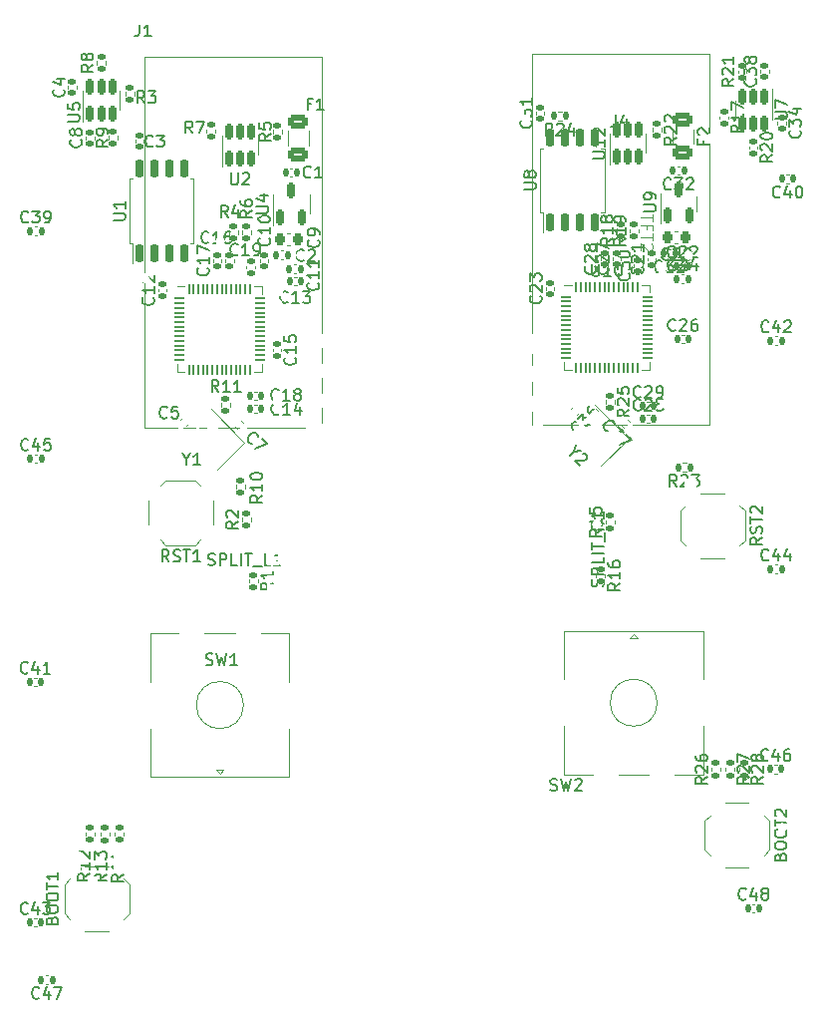
<source format=gbr>
%TF.GenerationSoftware,KiCad,Pcbnew,8.0.5*%
%TF.CreationDate,2024-10-06T11:07:10+02:00*%
%TF.ProjectId,chastity,63686173-7469-4747-992e-6b696361645f,rev?*%
%TF.SameCoordinates,Original*%
%TF.FileFunction,Legend,Top*%
%TF.FilePolarity,Positive*%
%FSLAX46Y46*%
G04 Gerber Fmt 4.6, Leading zero omitted, Abs format (unit mm)*
G04 Created by KiCad (PCBNEW 8.0.5) date 2024-10-06 11:07:10*
%MOMM*%
%LPD*%
G01*
G04 APERTURE LIST*
G04 Aperture macros list*
%AMRoundRect*
0 Rectangle with rounded corners*
0 $1 Rounding radius*
0 $2 $3 $4 $5 $6 $7 $8 $9 X,Y pos of 4 corners*
0 Add a 4 corners polygon primitive as box body*
4,1,4,$2,$3,$4,$5,$6,$7,$8,$9,$2,$3,0*
0 Add four circle primitives for the rounded corners*
1,1,$1+$1,$2,$3*
1,1,$1+$1,$4,$5*
1,1,$1+$1,$6,$7*
1,1,$1+$1,$8,$9*
0 Add four rect primitives between the rounded corners*
20,1,$1+$1,$2,$3,$4,$5,0*
20,1,$1+$1,$4,$5,$6,$7,0*
20,1,$1+$1,$6,$7,$8,$9,0*
20,1,$1+$1,$8,$9,$2,$3,0*%
%AMRotRect*
0 Rectangle, with rotation*
0 The origin of the aperture is its center*
0 $1 length*
0 $2 width*
0 $3 Rotation angle, in degrees counterclockwise*
0 Add horizontal line*
21,1,$1,$2,0,0,$3*%
G04 Aperture macros list end*
%ADD10C,0.150000*%
%ADD11C,0.100000*%
%ADD12C,0.120000*%
%ADD13RoundRect,0.250000X-0.625000X0.375000X-0.625000X-0.375000X0.625000X-0.375000X0.625000X0.375000X0*%
%ADD14RoundRect,0.140000X-0.140000X-0.170000X0.140000X-0.170000X0.140000X0.170000X-0.140000X0.170000X0*%
%ADD15RoundRect,0.135000X0.185000X-0.135000X0.185000X0.135000X-0.185000X0.135000X-0.185000X-0.135000X0*%
%ADD16RoundRect,0.140000X0.140000X0.170000X-0.140000X0.170000X-0.140000X-0.170000X0.140000X-0.170000X0*%
%ADD17RoundRect,0.140000X0.170000X-0.140000X0.170000X0.140000X-0.170000X0.140000X-0.170000X-0.140000X0*%
%ADD18RoundRect,0.050000X-0.387500X-0.050000X0.387500X-0.050000X0.387500X0.050000X-0.387500X0.050000X0*%
%ADD19RoundRect,0.050000X-0.050000X-0.387500X0.050000X-0.387500X0.050000X0.387500X-0.050000X0.387500X0*%
%ADD20R,3.200000X3.200000*%
%ADD21RoundRect,0.135000X-0.185000X0.135000X-0.185000X-0.135000X0.185000X-0.135000X0.185000X0.135000X0*%
%ADD22C,0.650000*%
%ADD23R,1.100000X0.540000*%
%ADD24R,1.100000X0.300000*%
%ADD25O,2.250000X1.200000*%
%ADD26R,0.540000X1.100000*%
%ADD27R,0.300000X1.100000*%
%ADD28O,1.200000X2.250000*%
%ADD29RoundRect,0.150000X0.150000X-0.650000X0.150000X0.650000X-0.150000X0.650000X-0.150000X-0.650000X0*%
%ADD30R,1.000000X1.700000*%
%ADD31RoundRect,0.140000X-0.021213X0.219203X-0.219203X0.021213X0.021213X-0.219203X0.219203X-0.021213X0*%
%ADD32RoundRect,0.135000X0.135000X0.185000X-0.135000X0.185000X-0.135000X-0.185000X0.135000X-0.185000X0*%
%ADD33RoundRect,0.150000X-0.150000X0.512500X-0.150000X-0.512500X0.150000X-0.512500X0.150000X0.512500X0*%
%ADD34RoundRect,0.140000X-0.170000X0.140000X-0.170000X-0.140000X0.170000X-0.140000X0.170000X0.140000X0*%
%ADD35RoundRect,0.225000X0.225000X0.250000X-0.225000X0.250000X-0.225000X-0.250000X0.225000X-0.250000X0*%
%ADD36RoundRect,0.150000X0.150000X-0.512500X0.150000X0.512500X-0.150000X0.512500X-0.150000X-0.512500X0*%
%ADD37R,1.700000X1.000000*%
%ADD38RoundRect,0.140000X0.219203X0.021213X0.021213X0.219203X-0.219203X-0.021213X-0.021213X-0.219203X0*%
%ADD39RotRect,1.400000X1.200000X135.000000*%
%ADD40C,3.987800*%
%ADD41C,1.750000*%
%ADD42C,3.300000*%
%ADD43R,1.700000X1.700000*%
%ADD44O,1.700000X1.700000*%
%ADD45C,0.800000*%
%ADD46C,0.500000*%
G04 APERTURE END LIST*
D10*
X93209146Y130242754D02*
X92875813Y130242754D01*
X92875813Y129718944D02*
X92875813Y130718944D01*
X92875813Y130718944D02*
X93352003Y130718944D01*
X94256765Y129718944D02*
X93685337Y129718944D01*
X93971051Y129718944D02*
X93971051Y130718944D01*
X93971051Y130718944D02*
X93875813Y130576087D01*
X93875813Y130576087D02*
X93780575Y130480849D01*
X93780575Y130480849D02*
X93685337Y130433230D01*
X69148906Y100910722D02*
X69101287Y100863102D01*
X69101287Y100863102D02*
X68958430Y100815483D01*
X68958430Y100815483D02*
X68863192Y100815483D01*
X68863192Y100815483D02*
X68720335Y100863102D01*
X68720335Y100863102D02*
X68625097Y100958341D01*
X68625097Y100958341D02*
X68577478Y101053579D01*
X68577478Y101053579D02*
X68529859Y101244055D01*
X68529859Y101244055D02*
X68529859Y101386912D01*
X68529859Y101386912D02*
X68577478Y101577388D01*
X68577478Y101577388D02*
X68625097Y101672626D01*
X68625097Y101672626D02*
X68720335Y101767864D01*
X68720335Y101767864D02*
X68863192Y101815483D01*
X68863192Y101815483D02*
X68958430Y101815483D01*
X68958430Y101815483D02*
X69101287Y101767864D01*
X69101287Y101767864D02*
X69148906Y101720245D01*
X70006049Y101482150D02*
X70006049Y100815483D01*
X69767954Y101863102D02*
X69529859Y101148817D01*
X69529859Y101148817D02*
X70148906Y101148817D01*
X71006049Y101815483D02*
X70529859Y101815483D01*
X70529859Y101815483D02*
X70482240Y101339293D01*
X70482240Y101339293D02*
X70529859Y101386912D01*
X70529859Y101386912D02*
X70625097Y101434531D01*
X70625097Y101434531D02*
X70863192Y101434531D01*
X70863192Y101434531D02*
X70958430Y101386912D01*
X70958430Y101386912D02*
X71006049Y101339293D01*
X71006049Y101339293D02*
X71053668Y101244055D01*
X71053668Y101244055D02*
X71053668Y101005960D01*
X71053668Y101005960D02*
X71006049Y100910722D01*
X71006049Y100910722D02*
X70958430Y100863102D01*
X70958430Y100863102D02*
X70863192Y100815483D01*
X70863192Y100815483D02*
X70625097Y100815483D01*
X70625097Y100815483D02*
X70529859Y100863102D01*
X70529859Y100863102D02*
X70482240Y100910722D01*
X118814886Y118839261D02*
X118338695Y118505928D01*
X118814886Y118267833D02*
X117814886Y118267833D01*
X117814886Y118267833D02*
X117814886Y118648785D01*
X117814886Y118648785D02*
X117862505Y118744023D01*
X117862505Y118744023D02*
X117910124Y118791642D01*
X117910124Y118791642D02*
X118005362Y118839261D01*
X118005362Y118839261D02*
X118148219Y118839261D01*
X118148219Y118839261D02*
X118243457Y118791642D01*
X118243457Y118791642D02*
X118291076Y118744023D01*
X118291076Y118744023D02*
X118338695Y118648785D01*
X118338695Y118648785D02*
X118338695Y118267833D01*
X118814886Y119791642D02*
X118814886Y119220214D01*
X118814886Y119505928D02*
X117814886Y119505928D01*
X117814886Y119505928D02*
X117957743Y119410690D01*
X117957743Y119410690D02*
X118052981Y119315452D01*
X118052981Y119315452D02*
X118100600Y119220214D01*
X118243457Y120363071D02*
X118195838Y120267833D01*
X118195838Y120267833D02*
X118148219Y120220214D01*
X118148219Y120220214D02*
X118052981Y120172595D01*
X118052981Y120172595D02*
X118005362Y120172595D01*
X118005362Y120172595D02*
X117910124Y120220214D01*
X117910124Y120220214D02*
X117862505Y120267833D01*
X117862505Y120267833D02*
X117814886Y120363071D01*
X117814886Y120363071D02*
X117814886Y120553547D01*
X117814886Y120553547D02*
X117862505Y120648785D01*
X117862505Y120648785D02*
X117910124Y120696404D01*
X117910124Y120696404D02*
X118005362Y120744023D01*
X118005362Y120744023D02*
X118052981Y120744023D01*
X118052981Y120744023D02*
X118148219Y120696404D01*
X118148219Y120696404D02*
X118195838Y120648785D01*
X118195838Y120648785D02*
X118243457Y120553547D01*
X118243457Y120553547D02*
X118243457Y120363071D01*
X118243457Y120363071D02*
X118291076Y120267833D01*
X118291076Y120267833D02*
X118338695Y120220214D01*
X118338695Y120220214D02*
X118433933Y120172595D01*
X118433933Y120172595D02*
X118624409Y120172595D01*
X118624409Y120172595D02*
X118719647Y120220214D01*
X118719647Y120220214D02*
X118767267Y120267833D01*
X118767267Y120267833D02*
X118814886Y120363071D01*
X118814886Y120363071D02*
X118814886Y120553547D01*
X118814886Y120553547D02*
X118767267Y120648785D01*
X118767267Y120648785D02*
X118719647Y120696404D01*
X118719647Y120696404D02*
X118624409Y120744023D01*
X118624409Y120744023D02*
X118433933Y120744023D01*
X118433933Y120744023D02*
X118338695Y120696404D01*
X118338695Y120696404D02*
X118291076Y120648785D01*
X118291076Y120648785D02*
X118243457Y120553547D01*
X123774702Y123055960D02*
X123727083Y123008340D01*
X123727083Y123008340D02*
X123584226Y122960721D01*
X123584226Y122960721D02*
X123488988Y122960721D01*
X123488988Y122960721D02*
X123346131Y123008340D01*
X123346131Y123008340D02*
X123250893Y123103579D01*
X123250893Y123103579D02*
X123203274Y123198817D01*
X123203274Y123198817D02*
X123155655Y123389293D01*
X123155655Y123389293D02*
X123155655Y123532150D01*
X123155655Y123532150D02*
X123203274Y123722626D01*
X123203274Y123722626D02*
X123250893Y123817864D01*
X123250893Y123817864D02*
X123346131Y123913102D01*
X123346131Y123913102D02*
X123488988Y123960721D01*
X123488988Y123960721D02*
X123584226Y123960721D01*
X123584226Y123960721D02*
X123727083Y123913102D01*
X123727083Y123913102D02*
X123774702Y123865483D01*
X124108036Y123960721D02*
X124727083Y123960721D01*
X124727083Y123960721D02*
X124393750Y123579769D01*
X124393750Y123579769D02*
X124536607Y123579769D01*
X124536607Y123579769D02*
X124631845Y123532150D01*
X124631845Y123532150D02*
X124679464Y123484531D01*
X124679464Y123484531D02*
X124727083Y123389293D01*
X124727083Y123389293D02*
X124727083Y123151198D01*
X124727083Y123151198D02*
X124679464Y123055960D01*
X124679464Y123055960D02*
X124631845Y123008340D01*
X124631845Y123008340D02*
X124536607Y122960721D01*
X124536607Y122960721D02*
X124250893Y122960721D01*
X124250893Y122960721D02*
X124155655Y123008340D01*
X124155655Y123008340D02*
X124108036Y123055960D01*
X125108036Y123865483D02*
X125155655Y123913102D01*
X125155655Y123913102D02*
X125250893Y123960721D01*
X125250893Y123960721D02*
X125488988Y123960721D01*
X125488988Y123960721D02*
X125584226Y123913102D01*
X125584226Y123913102D02*
X125631845Y123865483D01*
X125631845Y123865483D02*
X125679464Y123770245D01*
X125679464Y123770245D02*
X125679464Y123675007D01*
X125679464Y123675007D02*
X125631845Y123532150D01*
X125631845Y123532150D02*
X125060417Y122960721D01*
X125060417Y122960721D02*
X125679464Y122960721D01*
D11*
X122193290Y120856429D02*
X122193290Y120285001D01*
X121193290Y120570715D02*
X122193290Y120570715D01*
X121717100Y119618334D02*
X121717100Y119951667D01*
X121193290Y119951667D02*
X122193290Y119951667D01*
X122193290Y119951667D02*
X122193290Y119475477D01*
X122193290Y119237381D02*
X122193290Y118665953D01*
X121193290Y118951667D02*
X122193290Y118951667D01*
X122098052Y118380238D02*
X122145671Y118332619D01*
X122145671Y118332619D02*
X122193290Y118237381D01*
X122193290Y118237381D02*
X122193290Y117999286D01*
X122193290Y117999286D02*
X122145671Y117904048D01*
X122145671Y117904048D02*
X122098052Y117856429D01*
X122098052Y117856429D02*
X122002814Y117808810D01*
X122002814Y117808810D02*
X121907576Y117808810D01*
X121907576Y117808810D02*
X121764719Y117856429D01*
X121764719Y117856429D02*
X121193290Y118427857D01*
X121193290Y118427857D02*
X121193290Y117808810D01*
D10*
X111862498Y128837031D02*
X111910118Y128789412D01*
X111910118Y128789412D02*
X111957737Y128646555D01*
X111957737Y128646555D02*
X111957737Y128551317D01*
X111957737Y128551317D02*
X111910118Y128408460D01*
X111910118Y128408460D02*
X111814879Y128313222D01*
X111814879Y128313222D02*
X111719641Y128265603D01*
X111719641Y128265603D02*
X111529165Y128217984D01*
X111529165Y128217984D02*
X111386308Y128217984D01*
X111386308Y128217984D02*
X111195832Y128265603D01*
X111195832Y128265603D02*
X111100594Y128313222D01*
X111100594Y128313222D02*
X111005356Y128408460D01*
X111005356Y128408460D02*
X110957737Y128551317D01*
X110957737Y128551317D02*
X110957737Y128646555D01*
X110957737Y128646555D02*
X111005356Y128789412D01*
X111005356Y128789412D02*
X111052975Y128837031D01*
X110957737Y129170365D02*
X110957737Y129789412D01*
X110957737Y129789412D02*
X111338689Y129456079D01*
X111338689Y129456079D02*
X111338689Y129598936D01*
X111338689Y129598936D02*
X111386308Y129694174D01*
X111386308Y129694174D02*
X111433927Y129741793D01*
X111433927Y129741793D02*
X111529165Y129789412D01*
X111529165Y129789412D02*
X111767260Y129789412D01*
X111767260Y129789412D02*
X111862498Y129741793D01*
X111862498Y129741793D02*
X111910118Y129694174D01*
X111910118Y129694174D02*
X111957737Y129598936D01*
X111957737Y129598936D02*
X111957737Y129313222D01*
X111957737Y129313222D02*
X111910118Y129217984D01*
X111910118Y129217984D02*
X111862498Y129170365D01*
X111957737Y130741793D02*
X111957737Y130170365D01*
X111957737Y130456079D02*
X110957737Y130456079D01*
X110957737Y130456079D02*
X111100594Y130360841D01*
X111100594Y130360841D02*
X111195832Y130265603D01*
X111195832Y130265603D02*
X111243451Y130170365D01*
X90420974Y105145027D02*
X90373355Y105097407D01*
X90373355Y105097407D02*
X90230498Y105049788D01*
X90230498Y105049788D02*
X90135260Y105049788D01*
X90135260Y105049788D02*
X89992403Y105097407D01*
X89992403Y105097407D02*
X89897165Y105192646D01*
X89897165Y105192646D02*
X89849546Y105287884D01*
X89849546Y105287884D02*
X89801927Y105478360D01*
X89801927Y105478360D02*
X89801927Y105621217D01*
X89801927Y105621217D02*
X89849546Y105811693D01*
X89849546Y105811693D02*
X89897165Y105906931D01*
X89897165Y105906931D02*
X89992403Y106002169D01*
X89992403Y106002169D02*
X90135260Y106049788D01*
X90135260Y106049788D02*
X90230498Y106049788D01*
X90230498Y106049788D02*
X90373355Y106002169D01*
X90373355Y106002169D02*
X90420974Y105954550D01*
X91373355Y105049788D02*
X90801927Y105049788D01*
X91087641Y105049788D02*
X91087641Y106049788D01*
X91087641Y106049788D02*
X90992403Y105906931D01*
X90992403Y105906931D02*
X90897165Y105811693D01*
X90897165Y105811693D02*
X90801927Y105764074D01*
X91944784Y105621217D02*
X91849546Y105668836D01*
X91849546Y105668836D02*
X91801927Y105716455D01*
X91801927Y105716455D02*
X91754308Y105811693D01*
X91754308Y105811693D02*
X91754308Y105859312D01*
X91754308Y105859312D02*
X91801927Y105954550D01*
X91801927Y105954550D02*
X91849546Y106002169D01*
X91849546Y106002169D02*
X91944784Y106049788D01*
X91944784Y106049788D02*
X92135260Y106049788D01*
X92135260Y106049788D02*
X92230498Y106002169D01*
X92230498Y106002169D02*
X92278117Y105954550D01*
X92278117Y105954550D02*
X92325736Y105859312D01*
X92325736Y105859312D02*
X92325736Y105811693D01*
X92325736Y105811693D02*
X92278117Y105716455D01*
X92278117Y105716455D02*
X92230498Y105668836D01*
X92230498Y105668836D02*
X92135260Y105621217D01*
X92135260Y105621217D02*
X91944784Y105621217D01*
X91944784Y105621217D02*
X91849546Y105573598D01*
X91849546Y105573598D02*
X91801927Y105525979D01*
X91801927Y105525979D02*
X91754308Y105430741D01*
X91754308Y105430741D02*
X91754308Y105240265D01*
X91754308Y105240265D02*
X91801927Y105145027D01*
X91801927Y105145027D02*
X91849546Y105097407D01*
X91849546Y105097407D02*
X91944784Y105049788D01*
X91944784Y105049788D02*
X92135260Y105049788D01*
X92135260Y105049788D02*
X92230498Y105097407D01*
X92230498Y105097407D02*
X92278117Y105145027D01*
X92278117Y105145027D02*
X92325736Y105240265D01*
X92325736Y105240265D02*
X92325736Y105430741D01*
X92325736Y105430741D02*
X92278117Y105525979D01*
X92278117Y105525979D02*
X92230498Y105573598D01*
X92230498Y105573598D02*
X92135260Y105621217D01*
X126531773Y127148785D02*
X126531773Y126815452D01*
X127055583Y126815452D02*
X126055583Y126815452D01*
X126055583Y126815452D02*
X126055583Y127291642D01*
X126150821Y127624976D02*
X126103202Y127672595D01*
X126103202Y127672595D02*
X126055583Y127767833D01*
X126055583Y127767833D02*
X126055583Y128005928D01*
X126055583Y128005928D02*
X126103202Y128101166D01*
X126103202Y128101166D02*
X126150821Y128148785D01*
X126150821Y128148785D02*
X126246059Y128196404D01*
X126246059Y128196404D02*
X126341297Y128196404D01*
X126341297Y128196404D02*
X126484154Y128148785D01*
X126484154Y128148785D02*
X127055583Y127577357D01*
X127055583Y127577357D02*
X127055583Y128196404D01*
X89036019Y96999876D02*
X88559828Y96666543D01*
X89036019Y96428448D02*
X88036019Y96428448D01*
X88036019Y96428448D02*
X88036019Y96809400D01*
X88036019Y96809400D02*
X88083638Y96904638D01*
X88083638Y96904638D02*
X88131257Y96952257D01*
X88131257Y96952257D02*
X88226495Y96999876D01*
X88226495Y96999876D02*
X88369352Y96999876D01*
X88369352Y96999876D02*
X88464590Y96952257D01*
X88464590Y96952257D02*
X88512209Y96904638D01*
X88512209Y96904638D02*
X88559828Y96809400D01*
X88559828Y96809400D02*
X88559828Y96428448D01*
X89036019Y97952257D02*
X89036019Y97380829D01*
X89036019Y97666543D02*
X88036019Y97666543D01*
X88036019Y97666543D02*
X88178876Y97571305D01*
X88178876Y97571305D02*
X88274114Y97476067D01*
X88274114Y97476067D02*
X88321733Y97380829D01*
X88036019Y98571305D02*
X88036019Y98666543D01*
X88036019Y98666543D02*
X88083638Y98761781D01*
X88083638Y98761781D02*
X88131257Y98809400D01*
X88131257Y98809400D02*
X88226495Y98857019D01*
X88226495Y98857019D02*
X88416971Y98904638D01*
X88416971Y98904638D02*
X88655066Y98904638D01*
X88655066Y98904638D02*
X88845542Y98857019D01*
X88845542Y98857019D02*
X88940780Y98809400D01*
X88940780Y98809400D02*
X88988400Y98761781D01*
X88988400Y98761781D02*
X89036019Y98666543D01*
X89036019Y98666543D02*
X89036019Y98571305D01*
X89036019Y98571305D02*
X88988400Y98476067D01*
X88988400Y98476067D02*
X88940780Y98428448D01*
X88940780Y98428448D02*
X88845542Y98380829D01*
X88845542Y98380829D02*
X88655066Y98333210D01*
X88655066Y98333210D02*
X88416971Y98333210D01*
X88416971Y98333210D02*
X88226495Y98380829D01*
X88226495Y98380829D02*
X88131257Y98428448D01*
X88131257Y98428448D02*
X88083638Y98476067D01*
X88083638Y98476067D02*
X88036019Y98571305D01*
X84588133Y111602874D02*
X84588133Y110793351D01*
X84588133Y110793351D02*
X84635752Y110698113D01*
X84635752Y110698113D02*
X84683371Y110650493D01*
X84683371Y110650493D02*
X84778609Y110602874D01*
X84778609Y110602874D02*
X84969085Y110602874D01*
X84969085Y110602874D02*
X85064323Y110650493D01*
X85064323Y110650493D02*
X85111942Y110698113D01*
X85111942Y110698113D02*
X85159561Y110793351D01*
X85159561Y110793351D02*
X85159561Y111602874D01*
X85540514Y111602874D02*
X86159561Y111602874D01*
X86159561Y111602874D02*
X85826228Y111221922D01*
X85826228Y111221922D02*
X85969085Y111221922D01*
X85969085Y111221922D02*
X86064323Y111174303D01*
X86064323Y111174303D02*
X86111942Y111126684D01*
X86111942Y111126684D02*
X86159561Y111031446D01*
X86159561Y111031446D02*
X86159561Y110793351D01*
X86159561Y110793351D02*
X86111942Y110698113D01*
X86111942Y110698113D02*
X86064323Y110650493D01*
X86064323Y110650493D02*
X85969085Y110602874D01*
X85969085Y110602874D02*
X85683371Y110602874D01*
X85683371Y110602874D02*
X85588133Y110650493D01*
X85588133Y110650493D02*
X85540514Y110698113D01*
X130405583Y73102143D02*
X129929392Y72768810D01*
X130405583Y72530715D02*
X129405583Y72530715D01*
X129405583Y72530715D02*
X129405583Y72911667D01*
X129405583Y72911667D02*
X129453202Y73006905D01*
X129453202Y73006905D02*
X129500821Y73054524D01*
X129500821Y73054524D02*
X129596059Y73102143D01*
X129596059Y73102143D02*
X129738916Y73102143D01*
X129738916Y73102143D02*
X129834154Y73054524D01*
X129834154Y73054524D02*
X129881773Y73006905D01*
X129881773Y73006905D02*
X129929392Y72911667D01*
X129929392Y72911667D02*
X129929392Y72530715D01*
X129500821Y73483096D02*
X129453202Y73530715D01*
X129453202Y73530715D02*
X129405583Y73625953D01*
X129405583Y73625953D02*
X129405583Y73864048D01*
X129405583Y73864048D02*
X129453202Y73959286D01*
X129453202Y73959286D02*
X129500821Y74006905D01*
X129500821Y74006905D02*
X129596059Y74054524D01*
X129596059Y74054524D02*
X129691297Y74054524D01*
X129691297Y74054524D02*
X129834154Y74006905D01*
X129834154Y74006905D02*
X130405583Y73435477D01*
X130405583Y73435477D02*
X130405583Y74054524D01*
X129405583Y74387858D02*
X129405583Y75054524D01*
X129405583Y75054524D02*
X130405583Y74625953D01*
X88165121Y121172725D02*
X87688930Y120839392D01*
X88165121Y120601297D02*
X87165121Y120601297D01*
X87165121Y120601297D02*
X87165121Y120982249D01*
X87165121Y120982249D02*
X87212740Y121077487D01*
X87212740Y121077487D02*
X87260359Y121125106D01*
X87260359Y121125106D02*
X87355597Y121172725D01*
X87355597Y121172725D02*
X87498454Y121172725D01*
X87498454Y121172725D02*
X87593692Y121125106D01*
X87593692Y121125106D02*
X87641311Y121077487D01*
X87641311Y121077487D02*
X87688930Y120982249D01*
X87688930Y120982249D02*
X87688930Y120601297D01*
X87165121Y122029868D02*
X87165121Y121839392D01*
X87165121Y121839392D02*
X87212740Y121744154D01*
X87212740Y121744154D02*
X87260359Y121696535D01*
X87260359Y121696535D02*
X87403216Y121601297D01*
X87403216Y121601297D02*
X87593692Y121553678D01*
X87593692Y121553678D02*
X87974644Y121553678D01*
X87974644Y121553678D02*
X88069882Y121601297D01*
X88069882Y121601297D02*
X88117502Y121648916D01*
X88117502Y121648916D02*
X88165121Y121744154D01*
X88165121Y121744154D02*
X88165121Y121934630D01*
X88165121Y121934630D02*
X88117502Y122029868D01*
X88117502Y122029868D02*
X88069882Y122077487D01*
X88069882Y122077487D02*
X87974644Y122125106D01*
X87974644Y122125106D02*
X87736549Y122125106D01*
X87736549Y122125106D02*
X87641311Y122077487D01*
X87641311Y122077487D02*
X87593692Y122029868D01*
X87593692Y122029868D02*
X87546073Y121934630D01*
X87546073Y121934630D02*
X87546073Y121744154D01*
X87546073Y121744154D02*
X87593692Y121648916D01*
X87593692Y121648916D02*
X87641311Y121601297D01*
X87641311Y121601297D02*
X87736549Y121553678D01*
X117978964Y89276139D02*
X118026583Y89418996D01*
X118026583Y89418996D02*
X118026583Y89657091D01*
X118026583Y89657091D02*
X117978964Y89752329D01*
X117978964Y89752329D02*
X117931344Y89799948D01*
X117931344Y89799948D02*
X117836106Y89847567D01*
X117836106Y89847567D02*
X117740868Y89847567D01*
X117740868Y89847567D02*
X117645630Y89799948D01*
X117645630Y89799948D02*
X117598011Y89752329D01*
X117598011Y89752329D02*
X117550392Y89657091D01*
X117550392Y89657091D02*
X117502773Y89466615D01*
X117502773Y89466615D02*
X117455154Y89371377D01*
X117455154Y89371377D02*
X117407535Y89323758D01*
X117407535Y89323758D02*
X117312297Y89276139D01*
X117312297Y89276139D02*
X117217059Y89276139D01*
X117217059Y89276139D02*
X117121821Y89323758D01*
X117121821Y89323758D02*
X117074202Y89371377D01*
X117074202Y89371377D02*
X117026583Y89466615D01*
X117026583Y89466615D02*
X117026583Y89704710D01*
X117026583Y89704710D02*
X117074202Y89847567D01*
X118026583Y90276139D02*
X117026583Y90276139D01*
X117026583Y90276139D02*
X117026583Y90657091D01*
X117026583Y90657091D02*
X117074202Y90752329D01*
X117074202Y90752329D02*
X117121821Y90799948D01*
X117121821Y90799948D02*
X117217059Y90847567D01*
X117217059Y90847567D02*
X117359916Y90847567D01*
X117359916Y90847567D02*
X117455154Y90799948D01*
X117455154Y90799948D02*
X117502773Y90752329D01*
X117502773Y90752329D02*
X117550392Y90657091D01*
X117550392Y90657091D02*
X117550392Y90276139D01*
X118026583Y91752329D02*
X118026583Y91276139D01*
X118026583Y91276139D02*
X117026583Y91276139D01*
X118026583Y92085663D02*
X117026583Y92085663D01*
X117026583Y92418996D02*
X117026583Y92990424D01*
X118026583Y92704710D02*
X117026583Y92704710D01*
X118121821Y93085662D02*
X118121821Y93847567D01*
X118026583Y94657091D02*
X117550392Y94323758D01*
X118026583Y94085663D02*
X117026583Y94085663D01*
X117026583Y94085663D02*
X117026583Y94466615D01*
X117026583Y94466615D02*
X117074202Y94561853D01*
X117074202Y94561853D02*
X117121821Y94609472D01*
X117121821Y94609472D02*
X117217059Y94657091D01*
X117217059Y94657091D02*
X117359916Y94657091D01*
X117359916Y94657091D02*
X117455154Y94609472D01*
X117455154Y94609472D02*
X117502773Y94561853D01*
X117502773Y94561853D02*
X117550392Y94466615D01*
X117550392Y94466615D02*
X117550392Y94085663D01*
X118026583Y95609472D02*
X118026583Y95038044D01*
X118026583Y95323758D02*
X117026583Y95323758D01*
X117026583Y95323758D02*
X117169440Y95228520D01*
X117169440Y95228520D02*
X117264678Y95133282D01*
X117264678Y95133282D02*
X117312297Y95038044D01*
X69124870Y81967928D02*
X69077251Y81920308D01*
X69077251Y81920308D02*
X68934394Y81872689D01*
X68934394Y81872689D02*
X68839156Y81872689D01*
X68839156Y81872689D02*
X68696299Y81920308D01*
X68696299Y81920308D02*
X68601061Y82015547D01*
X68601061Y82015547D02*
X68553442Y82110785D01*
X68553442Y82110785D02*
X68505823Y82301261D01*
X68505823Y82301261D02*
X68505823Y82444118D01*
X68505823Y82444118D02*
X68553442Y82634594D01*
X68553442Y82634594D02*
X68601061Y82729832D01*
X68601061Y82729832D02*
X68696299Y82825070D01*
X68696299Y82825070D02*
X68839156Y82872689D01*
X68839156Y82872689D02*
X68934394Y82872689D01*
X68934394Y82872689D02*
X69077251Y82825070D01*
X69077251Y82825070D02*
X69124870Y82777451D01*
X69982013Y82539356D02*
X69982013Y81872689D01*
X69743918Y82920308D02*
X69505823Y82206023D01*
X69505823Y82206023D02*
X70124870Y82206023D01*
X71029632Y81872689D02*
X70458204Y81872689D01*
X70743918Y81872689D02*
X70743918Y82872689D01*
X70743918Y82872689D02*
X70648680Y82729832D01*
X70648680Y82729832D02*
X70553442Y82634594D01*
X70553442Y82634594D02*
X70458204Y82586975D01*
X78600008Y136976214D02*
X78600008Y136261929D01*
X78600008Y136261929D02*
X78552389Y136119072D01*
X78552389Y136119072D02*
X78457151Y136023833D01*
X78457151Y136023833D02*
X78314294Y135976214D01*
X78314294Y135976214D02*
X78219056Y135976214D01*
X79600008Y135976214D02*
X79028580Y135976214D01*
X79314294Y135976214D02*
X79314294Y136976214D01*
X79314294Y136976214D02*
X79219056Y136833357D01*
X79219056Y136833357D02*
X79123818Y136738119D01*
X79123818Y136738119D02*
X79028580Y136690500D01*
X76386583Y120383096D02*
X77196106Y120383096D01*
X77196106Y120383096D02*
X77291344Y120430715D01*
X77291344Y120430715D02*
X77338964Y120478334D01*
X77338964Y120478334D02*
X77386583Y120573572D01*
X77386583Y120573572D02*
X77386583Y120764048D01*
X77386583Y120764048D02*
X77338964Y120859286D01*
X77338964Y120859286D02*
X77291344Y120906905D01*
X77291344Y120906905D02*
X77196106Y120954524D01*
X77196106Y120954524D02*
X76386583Y120954524D01*
X77386583Y121954524D02*
X77386583Y121383096D01*
X77386583Y121668810D02*
X76386583Y121668810D01*
X76386583Y121668810D02*
X76529440Y121573572D01*
X76529440Y121573572D02*
X76624678Y121478334D01*
X76624678Y121478334D02*
X76672297Y121383096D01*
X74363012Y64875858D02*
X73886821Y64542525D01*
X74363012Y64304430D02*
X73363012Y64304430D01*
X73363012Y64304430D02*
X73363012Y64685382D01*
X73363012Y64685382D02*
X73410631Y64780620D01*
X73410631Y64780620D02*
X73458250Y64828239D01*
X73458250Y64828239D02*
X73553488Y64875858D01*
X73553488Y64875858D02*
X73696345Y64875858D01*
X73696345Y64875858D02*
X73791583Y64828239D01*
X73791583Y64828239D02*
X73839202Y64780620D01*
X73839202Y64780620D02*
X73886821Y64685382D01*
X73886821Y64685382D02*
X73886821Y64304430D01*
X74363012Y65828239D02*
X74363012Y65256811D01*
X74363012Y65542525D02*
X73363012Y65542525D01*
X73363012Y65542525D02*
X73505869Y65447287D01*
X73505869Y65447287D02*
X73601107Y65352049D01*
X73601107Y65352049D02*
X73648726Y65256811D01*
X73458250Y66209192D02*
X73410631Y66256811D01*
X73410631Y66256811D02*
X73363012Y66352049D01*
X73363012Y66352049D02*
X73363012Y66590144D01*
X73363012Y66590144D02*
X73410631Y66685382D01*
X73410631Y66685382D02*
X73458250Y66733001D01*
X73458250Y66733001D02*
X73553488Y66780620D01*
X73553488Y66780620D02*
X73648726Y66780620D01*
X73648726Y66780620D02*
X73791583Y66733001D01*
X73791583Y66733001D02*
X74363012Y66161573D01*
X74363012Y66161573D02*
X74363012Y66780620D01*
X119428098Y89539357D02*
X118951907Y89206024D01*
X119428098Y88967929D02*
X118428098Y88967929D01*
X118428098Y88967929D02*
X118428098Y89348881D01*
X118428098Y89348881D02*
X118475717Y89444119D01*
X118475717Y89444119D02*
X118523336Y89491738D01*
X118523336Y89491738D02*
X118618574Y89539357D01*
X118618574Y89539357D02*
X118761431Y89539357D01*
X118761431Y89539357D02*
X118856669Y89491738D01*
X118856669Y89491738D02*
X118904288Y89444119D01*
X118904288Y89444119D02*
X118951907Y89348881D01*
X118951907Y89348881D02*
X118951907Y88967929D01*
X119428098Y90491738D02*
X119428098Y89920310D01*
X119428098Y90206024D02*
X118428098Y90206024D01*
X118428098Y90206024D02*
X118570955Y90110786D01*
X118570955Y90110786D02*
X118666193Y90015548D01*
X118666193Y90015548D02*
X118713812Y89920310D01*
X118428098Y91348881D02*
X118428098Y91158405D01*
X118428098Y91158405D02*
X118475717Y91063167D01*
X118475717Y91063167D02*
X118523336Y91015548D01*
X118523336Y91015548D02*
X118666193Y90920310D01*
X118666193Y90920310D02*
X118856669Y90872691D01*
X118856669Y90872691D02*
X119237621Y90872691D01*
X119237621Y90872691D02*
X119332859Y90920310D01*
X119332859Y90920310D02*
X119380479Y90967929D01*
X119380479Y90967929D02*
X119428098Y91063167D01*
X119428098Y91063167D02*
X119428098Y91253643D01*
X119428098Y91253643D02*
X119380479Y91348881D01*
X119380479Y91348881D02*
X119332859Y91396500D01*
X119332859Y91396500D02*
X119237621Y91444119D01*
X119237621Y91444119D02*
X118999526Y91444119D01*
X118999526Y91444119D02*
X118904288Y91396500D01*
X118904288Y91396500D02*
X118856669Y91348881D01*
X118856669Y91348881D02*
X118809050Y91253643D01*
X118809050Y91253643D02*
X118809050Y91063167D01*
X118809050Y91063167D02*
X118856669Y90967929D01*
X118856669Y90967929D02*
X118904288Y90920310D01*
X118904288Y90920310D02*
X118999526Y90872691D01*
X84405208Y116302143D02*
X84452828Y116254524D01*
X84452828Y116254524D02*
X84500447Y116111667D01*
X84500447Y116111667D02*
X84500447Y116016429D01*
X84500447Y116016429D02*
X84452828Y115873572D01*
X84452828Y115873572D02*
X84357589Y115778334D01*
X84357589Y115778334D02*
X84262351Y115730715D01*
X84262351Y115730715D02*
X84071875Y115683096D01*
X84071875Y115683096D02*
X83929018Y115683096D01*
X83929018Y115683096D02*
X83738542Y115730715D01*
X83738542Y115730715D02*
X83643304Y115778334D01*
X83643304Y115778334D02*
X83548066Y115873572D01*
X83548066Y115873572D02*
X83500447Y116016429D01*
X83500447Y116016429D02*
X83500447Y116111667D01*
X83500447Y116111667D02*
X83548066Y116254524D01*
X83548066Y116254524D02*
X83595685Y116302143D01*
X84500447Y117254524D02*
X84500447Y116683096D01*
X84500447Y116968810D02*
X83500447Y116968810D01*
X83500447Y116968810D02*
X83643304Y116873572D01*
X83643304Y116873572D02*
X83738542Y116778334D01*
X83738542Y116778334D02*
X83786161Y116683096D01*
X83500447Y117587858D02*
X83500447Y118254524D01*
X83500447Y118254524D02*
X84500447Y117825953D01*
X89621836Y118837422D02*
X89669456Y118789803D01*
X89669456Y118789803D02*
X89717075Y118646946D01*
X89717075Y118646946D02*
X89717075Y118551708D01*
X89717075Y118551708D02*
X89669456Y118408851D01*
X89669456Y118408851D02*
X89574217Y118313613D01*
X89574217Y118313613D02*
X89478979Y118265994D01*
X89478979Y118265994D02*
X89288503Y118218375D01*
X89288503Y118218375D02*
X89145646Y118218375D01*
X89145646Y118218375D02*
X88955170Y118265994D01*
X88955170Y118265994D02*
X88859932Y118313613D01*
X88859932Y118313613D02*
X88764694Y118408851D01*
X88764694Y118408851D02*
X88717075Y118551708D01*
X88717075Y118551708D02*
X88717075Y118646946D01*
X88717075Y118646946D02*
X88764694Y118789803D01*
X88764694Y118789803D02*
X88812313Y118837422D01*
X89717075Y119789803D02*
X89717075Y119218375D01*
X89717075Y119504089D02*
X88717075Y119504089D01*
X88717075Y119504089D02*
X88859932Y119408851D01*
X88859932Y119408851D02*
X88955170Y119313613D01*
X88955170Y119313613D02*
X89002789Y119218375D01*
X88717075Y120408851D02*
X88717075Y120504089D01*
X88717075Y120504089D02*
X88764694Y120599327D01*
X88764694Y120599327D02*
X88812313Y120646946D01*
X88812313Y120646946D02*
X88907551Y120694565D01*
X88907551Y120694565D02*
X89098027Y120742184D01*
X89098027Y120742184D02*
X89336122Y120742184D01*
X89336122Y120742184D02*
X89526598Y120694565D01*
X89526598Y120694565D02*
X89621836Y120646946D01*
X89621836Y120646946D02*
X89669456Y120599327D01*
X89669456Y120599327D02*
X89717075Y120504089D01*
X89717075Y120504089D02*
X89717075Y120408851D01*
X89717075Y120408851D02*
X89669456Y120313613D01*
X89669456Y120313613D02*
X89621836Y120265994D01*
X89621836Y120265994D02*
X89526598Y120218375D01*
X89526598Y120218375D02*
X89336122Y120170756D01*
X89336122Y120170756D02*
X89098027Y120170756D01*
X89098027Y120170756D02*
X88907551Y120218375D01*
X88907551Y120218375D02*
X88812313Y120265994D01*
X88812313Y120265994D02*
X88764694Y120313613D01*
X88764694Y120313613D02*
X88717075Y120408851D01*
X133061773Y66311667D02*
X133109392Y66454524D01*
X133109392Y66454524D02*
X133157011Y66502143D01*
X133157011Y66502143D02*
X133252249Y66549762D01*
X133252249Y66549762D02*
X133395106Y66549762D01*
X133395106Y66549762D02*
X133490344Y66502143D01*
X133490344Y66502143D02*
X133537964Y66454524D01*
X133537964Y66454524D02*
X133585583Y66359286D01*
X133585583Y66359286D02*
X133585583Y65978334D01*
X133585583Y65978334D02*
X132585583Y65978334D01*
X132585583Y65978334D02*
X132585583Y66311667D01*
X132585583Y66311667D02*
X132633202Y66406905D01*
X132633202Y66406905D02*
X132680821Y66454524D01*
X132680821Y66454524D02*
X132776059Y66502143D01*
X132776059Y66502143D02*
X132871297Y66502143D01*
X132871297Y66502143D02*
X132966535Y66454524D01*
X132966535Y66454524D02*
X133014154Y66406905D01*
X133014154Y66406905D02*
X133061773Y66311667D01*
X133061773Y66311667D02*
X133061773Y65978334D01*
X132585583Y67168810D02*
X132585583Y67359286D01*
X132585583Y67359286D02*
X132633202Y67454524D01*
X132633202Y67454524D02*
X132728440Y67549762D01*
X132728440Y67549762D02*
X132918916Y67597381D01*
X132918916Y67597381D02*
X133252249Y67597381D01*
X133252249Y67597381D02*
X133442725Y67549762D01*
X133442725Y67549762D02*
X133537964Y67454524D01*
X133537964Y67454524D02*
X133585583Y67359286D01*
X133585583Y67359286D02*
X133585583Y67168810D01*
X133585583Y67168810D02*
X133537964Y67073572D01*
X133537964Y67073572D02*
X133442725Y66978334D01*
X133442725Y66978334D02*
X133252249Y66930715D01*
X133252249Y66930715D02*
X132918916Y66930715D01*
X132918916Y66930715D02*
X132728440Y66978334D01*
X132728440Y66978334D02*
X132633202Y67073572D01*
X132633202Y67073572D02*
X132585583Y67168810D01*
X132585583Y68216429D02*
X132585583Y68406905D01*
X132585583Y68406905D02*
X132633202Y68502143D01*
X132633202Y68502143D02*
X132728440Y68597381D01*
X132728440Y68597381D02*
X132918916Y68645000D01*
X132918916Y68645000D02*
X133252249Y68645000D01*
X133252249Y68645000D02*
X133442725Y68597381D01*
X133442725Y68597381D02*
X133537964Y68502143D01*
X133537964Y68502143D02*
X133585583Y68406905D01*
X133585583Y68406905D02*
X133585583Y68216429D01*
X133585583Y68216429D02*
X133537964Y68121191D01*
X133537964Y68121191D02*
X133442725Y68025953D01*
X133442725Y68025953D02*
X133252249Y67978334D01*
X133252249Y67978334D02*
X132918916Y67978334D01*
X132918916Y67978334D02*
X132728440Y68025953D01*
X132728440Y68025953D02*
X132633202Y68121191D01*
X132633202Y68121191D02*
X132585583Y68216429D01*
X132585583Y68930715D02*
X132585583Y69502143D01*
X133585583Y69216429D02*
X132585583Y69216429D01*
X132680821Y69787858D02*
X132633202Y69835477D01*
X132633202Y69835477D02*
X132585583Y69930715D01*
X132585583Y69930715D02*
X132585583Y70168810D01*
X132585583Y70168810D02*
X132633202Y70264048D01*
X132633202Y70264048D02*
X132680821Y70311667D01*
X132680821Y70311667D02*
X132776059Y70359286D01*
X132776059Y70359286D02*
X132871297Y70359286D01*
X132871297Y70359286D02*
X133014154Y70311667D01*
X133014154Y70311667D02*
X133585583Y69740239D01*
X133585583Y69740239D02*
X133585583Y70359286D01*
X116236551Y102646955D02*
X116236551Y102579611D01*
X116236551Y102579611D02*
X116169207Y102444924D01*
X116169207Y102444924D02*
X116101864Y102377581D01*
X116101864Y102377581D02*
X115967177Y102310237D01*
X115967177Y102310237D02*
X115832490Y102310237D01*
X115832490Y102310237D02*
X115731475Y102343909D01*
X115731475Y102343909D02*
X115563116Y102444924D01*
X115563116Y102444924D02*
X115462101Y102545939D01*
X115462101Y102545939D02*
X115361085Y102714298D01*
X115361085Y102714298D02*
X115327414Y102815313D01*
X115327414Y102815313D02*
X115327414Y102950000D01*
X115327414Y102950000D02*
X115394757Y103084687D01*
X115394757Y103084687D02*
X115462101Y103152031D01*
X115462101Y103152031D02*
X115596788Y103219374D01*
X115596788Y103219374D02*
X115664131Y103219374D01*
X115832490Y103522420D02*
X116270223Y103960153D01*
X116270223Y103960153D02*
X116303894Y103455077D01*
X116303894Y103455077D02*
X116404910Y103556092D01*
X116404910Y103556092D02*
X116505925Y103589764D01*
X116505925Y103589764D02*
X116573268Y103589764D01*
X116573268Y103589764D02*
X116674284Y103556092D01*
X116674284Y103556092D02*
X116842642Y103387733D01*
X116842642Y103387733D02*
X116876314Y103286718D01*
X116876314Y103286718D02*
X116876314Y103219374D01*
X116876314Y103219374D02*
X116842642Y103118359D01*
X116842642Y103118359D02*
X116640612Y102916329D01*
X116640612Y102916329D02*
X116539597Y102882657D01*
X116539597Y102882657D02*
X116472253Y102882657D01*
X116876314Y104566245D02*
X116741627Y104431558D01*
X116741627Y104431558D02*
X116707956Y104330542D01*
X116707956Y104330542D02*
X116707956Y104263199D01*
X116707956Y104263199D02*
X116741627Y104094840D01*
X116741627Y104094840D02*
X116842643Y103926481D01*
X116842643Y103926481D02*
X117112017Y103657107D01*
X117112017Y103657107D02*
X117213032Y103623436D01*
X117213032Y103623436D02*
X117280375Y103623436D01*
X117280375Y103623436D02*
X117381391Y103657107D01*
X117381391Y103657107D02*
X117516078Y103791794D01*
X117516078Y103791794D02*
X117549749Y103892810D01*
X117549749Y103892810D02*
X117549749Y103960153D01*
X117549749Y103960153D02*
X117516078Y104061168D01*
X117516078Y104061168D02*
X117347719Y104229527D01*
X117347719Y104229527D02*
X117246704Y104263199D01*
X117246704Y104263199D02*
X117179360Y104263199D01*
X117179360Y104263199D02*
X117078345Y104229527D01*
X117078345Y104229527D02*
X116943658Y104094840D01*
X116943658Y104094840D02*
X116909986Y103993825D01*
X116909986Y103993825D02*
X116909986Y103926481D01*
X116909986Y103926481D02*
X116943658Y103825466D01*
X124251213Y97744107D02*
X123917880Y98220298D01*
X123679785Y97744107D02*
X123679785Y98744107D01*
X123679785Y98744107D02*
X124060737Y98744107D01*
X124060737Y98744107D02*
X124155975Y98696488D01*
X124155975Y98696488D02*
X124203594Y98648869D01*
X124203594Y98648869D02*
X124251213Y98553631D01*
X124251213Y98553631D02*
X124251213Y98410774D01*
X124251213Y98410774D02*
X124203594Y98315536D01*
X124203594Y98315536D02*
X124155975Y98267917D01*
X124155975Y98267917D02*
X124060737Y98220298D01*
X124060737Y98220298D02*
X123679785Y98220298D01*
X124632166Y98648869D02*
X124679785Y98696488D01*
X124679785Y98696488D02*
X124775023Y98744107D01*
X124775023Y98744107D02*
X125013118Y98744107D01*
X125013118Y98744107D02*
X125108356Y98696488D01*
X125108356Y98696488D02*
X125155975Y98648869D01*
X125155975Y98648869D02*
X125203594Y98553631D01*
X125203594Y98553631D02*
X125203594Y98458393D01*
X125203594Y98458393D02*
X125155975Y98315536D01*
X125155975Y98315536D02*
X124584547Y97744107D01*
X124584547Y97744107D02*
X125203594Y97744107D01*
X125536928Y98744107D02*
X126155975Y98744107D01*
X126155975Y98744107D02*
X125822642Y98363155D01*
X125822642Y98363155D02*
X125965499Y98363155D01*
X125965499Y98363155D02*
X126060737Y98315536D01*
X126060737Y98315536D02*
X126108356Y98267917D01*
X126108356Y98267917D02*
X126155975Y98172679D01*
X126155975Y98172679D02*
X126155975Y97934584D01*
X126155975Y97934584D02*
X126108356Y97839346D01*
X126108356Y97839346D02*
X126060737Y97791726D01*
X126060737Y97791726D02*
X125965499Y97744107D01*
X125965499Y97744107D02*
X125679785Y97744107D01*
X125679785Y97744107D02*
X125584547Y97791726D01*
X125584547Y97791726D02*
X125536928Y97839346D01*
X130137906Y62745420D02*
X130090287Y62697800D01*
X130090287Y62697800D02*
X129947430Y62650181D01*
X129947430Y62650181D02*
X129852192Y62650181D01*
X129852192Y62650181D02*
X129709335Y62697800D01*
X129709335Y62697800D02*
X129614097Y62793039D01*
X129614097Y62793039D02*
X129566478Y62888277D01*
X129566478Y62888277D02*
X129518859Y63078753D01*
X129518859Y63078753D02*
X129518859Y63221610D01*
X129518859Y63221610D02*
X129566478Y63412086D01*
X129566478Y63412086D02*
X129614097Y63507324D01*
X129614097Y63507324D02*
X129709335Y63602562D01*
X129709335Y63602562D02*
X129852192Y63650181D01*
X129852192Y63650181D02*
X129947430Y63650181D01*
X129947430Y63650181D02*
X130090287Y63602562D01*
X130090287Y63602562D02*
X130137906Y63554943D01*
X130995049Y63316848D02*
X130995049Y62650181D01*
X130756954Y63697800D02*
X130518859Y62983515D01*
X130518859Y62983515D02*
X131137906Y62983515D01*
X131661716Y63221610D02*
X131566478Y63269229D01*
X131566478Y63269229D02*
X131518859Y63316848D01*
X131518859Y63316848D02*
X131471240Y63412086D01*
X131471240Y63412086D02*
X131471240Y63459705D01*
X131471240Y63459705D02*
X131518859Y63554943D01*
X131518859Y63554943D02*
X131566478Y63602562D01*
X131566478Y63602562D02*
X131661716Y63650181D01*
X131661716Y63650181D02*
X131852192Y63650181D01*
X131852192Y63650181D02*
X131947430Y63602562D01*
X131947430Y63602562D02*
X131995049Y63554943D01*
X131995049Y63554943D02*
X132042668Y63459705D01*
X132042668Y63459705D02*
X132042668Y63412086D01*
X132042668Y63412086D02*
X131995049Y63316848D01*
X131995049Y63316848D02*
X131947430Y63269229D01*
X131947430Y63269229D02*
X131852192Y63221610D01*
X131852192Y63221610D02*
X131661716Y63221610D01*
X131661716Y63221610D02*
X131566478Y63173991D01*
X131566478Y63173991D02*
X131518859Y63126372D01*
X131518859Y63126372D02*
X131471240Y63031134D01*
X131471240Y63031134D02*
X131471240Y62840658D01*
X131471240Y62840658D02*
X131518859Y62745420D01*
X131518859Y62745420D02*
X131566478Y62697800D01*
X131566478Y62697800D02*
X131661716Y62650181D01*
X131661716Y62650181D02*
X131852192Y62650181D01*
X131852192Y62650181D02*
X131947430Y62697800D01*
X131947430Y62697800D02*
X131995049Y62745420D01*
X131995049Y62745420D02*
X132042668Y62840658D01*
X132042668Y62840658D02*
X132042668Y63031134D01*
X132042668Y63031134D02*
X131995049Y63126372D01*
X131995049Y63126372D02*
X131947430Y63173991D01*
X131947430Y63173991D02*
X131852192Y63221610D01*
X75929823Y127209740D02*
X75453632Y126876407D01*
X75929823Y126638312D02*
X74929823Y126638312D01*
X74929823Y126638312D02*
X74929823Y127019264D01*
X74929823Y127019264D02*
X74977442Y127114502D01*
X74977442Y127114502D02*
X75025061Y127162121D01*
X75025061Y127162121D02*
X75120299Y127209740D01*
X75120299Y127209740D02*
X75263156Y127209740D01*
X75263156Y127209740D02*
X75358394Y127162121D01*
X75358394Y127162121D02*
X75406013Y127114502D01*
X75406013Y127114502D02*
X75453632Y127019264D01*
X75453632Y127019264D02*
X75453632Y126638312D01*
X75929823Y127685931D02*
X75929823Y127876407D01*
X75929823Y127876407D02*
X75882204Y127971645D01*
X75882204Y127971645D02*
X75834584Y128019264D01*
X75834584Y128019264D02*
X75691727Y128114502D01*
X75691727Y128114502D02*
X75501251Y128162121D01*
X75501251Y128162121D02*
X75120299Y128162121D01*
X75120299Y128162121D02*
X75025061Y128114502D01*
X75025061Y128114502D02*
X74977442Y128066883D01*
X74977442Y128066883D02*
X74929823Y127971645D01*
X74929823Y127971645D02*
X74929823Y127781169D01*
X74929823Y127781169D02*
X74977442Y127685931D01*
X74977442Y127685931D02*
X75025061Y127638312D01*
X75025061Y127638312D02*
X75120299Y127590693D01*
X75120299Y127590693D02*
X75358394Y127590693D01*
X75358394Y127590693D02*
X75453632Y127638312D01*
X75453632Y127638312D02*
X75501251Y127685931D01*
X75501251Y127685931D02*
X75548870Y127781169D01*
X75548870Y127781169D02*
X75548870Y127971645D01*
X75548870Y127971645D02*
X75501251Y128066883D01*
X75501251Y128066883D02*
X75453632Y128114502D01*
X75453632Y128114502D02*
X75358394Y128162121D01*
X124205583Y127401752D02*
X123729392Y127068419D01*
X124205583Y126830324D02*
X123205583Y126830324D01*
X123205583Y126830324D02*
X123205583Y127211276D01*
X123205583Y127211276D02*
X123253202Y127306514D01*
X123253202Y127306514D02*
X123300821Y127354133D01*
X123300821Y127354133D02*
X123396059Y127401752D01*
X123396059Y127401752D02*
X123538916Y127401752D01*
X123538916Y127401752D02*
X123634154Y127354133D01*
X123634154Y127354133D02*
X123681773Y127306514D01*
X123681773Y127306514D02*
X123729392Y127211276D01*
X123729392Y127211276D02*
X123729392Y126830324D01*
X123300821Y127782705D02*
X123253202Y127830324D01*
X123253202Y127830324D02*
X123205583Y127925562D01*
X123205583Y127925562D02*
X123205583Y128163657D01*
X123205583Y128163657D02*
X123253202Y128258895D01*
X123253202Y128258895D02*
X123300821Y128306514D01*
X123300821Y128306514D02*
X123396059Y128354133D01*
X123396059Y128354133D02*
X123491297Y128354133D01*
X123491297Y128354133D02*
X123634154Y128306514D01*
X123634154Y128306514D02*
X124205583Y127735086D01*
X124205583Y127735086D02*
X124205583Y128354133D01*
X123300821Y128735086D02*
X123253202Y128782705D01*
X123253202Y128782705D02*
X123205583Y128877943D01*
X123205583Y128877943D02*
X123205583Y129116038D01*
X123205583Y129116038D02*
X123253202Y129211276D01*
X123253202Y129211276D02*
X123300821Y129258895D01*
X123300821Y129258895D02*
X123396059Y129306514D01*
X123396059Y129306514D02*
X123491297Y129306514D01*
X123491297Y129306514D02*
X123634154Y129258895D01*
X123634154Y129258895D02*
X124205583Y128687467D01*
X124205583Y128687467D02*
X124205583Y129306514D01*
X126865583Y73102143D02*
X126389392Y72768810D01*
X126865583Y72530715D02*
X125865583Y72530715D01*
X125865583Y72530715D02*
X125865583Y72911667D01*
X125865583Y72911667D02*
X125913202Y73006905D01*
X125913202Y73006905D02*
X125960821Y73054524D01*
X125960821Y73054524D02*
X126056059Y73102143D01*
X126056059Y73102143D02*
X126198916Y73102143D01*
X126198916Y73102143D02*
X126294154Y73054524D01*
X126294154Y73054524D02*
X126341773Y73006905D01*
X126341773Y73006905D02*
X126389392Y72911667D01*
X126389392Y72911667D02*
X126389392Y72530715D01*
X125960821Y73483096D02*
X125913202Y73530715D01*
X125913202Y73530715D02*
X125865583Y73625953D01*
X125865583Y73625953D02*
X125865583Y73864048D01*
X125865583Y73864048D02*
X125913202Y73959286D01*
X125913202Y73959286D02*
X125960821Y74006905D01*
X125960821Y74006905D02*
X126056059Y74054524D01*
X126056059Y74054524D02*
X126151297Y74054524D01*
X126151297Y74054524D02*
X126294154Y74006905D01*
X126294154Y74006905D02*
X126865583Y73435477D01*
X126865583Y73435477D02*
X126865583Y74054524D01*
X125865583Y74911667D02*
X125865583Y74721191D01*
X125865583Y74721191D02*
X125913202Y74625953D01*
X125913202Y74625953D02*
X125960821Y74578334D01*
X125960821Y74578334D02*
X126103678Y74483096D01*
X126103678Y74483096D02*
X126294154Y74435477D01*
X126294154Y74435477D02*
X126675106Y74435477D01*
X126675106Y74435477D02*
X126770344Y74483096D01*
X126770344Y74483096D02*
X126817964Y74530715D01*
X126817964Y74530715D02*
X126865583Y74625953D01*
X126865583Y74625953D02*
X126865583Y74816429D01*
X126865583Y74816429D02*
X126817964Y74911667D01*
X126817964Y74911667D02*
X126770344Y74959286D01*
X126770344Y74959286D02*
X126675106Y75006905D01*
X126675106Y75006905D02*
X126437011Y75006905D01*
X126437011Y75006905D02*
X126341773Y74959286D01*
X126341773Y74959286D02*
X126294154Y74911667D01*
X126294154Y74911667D02*
X126246535Y74816429D01*
X126246535Y74816429D02*
X126246535Y74625953D01*
X126246535Y74625953D02*
X126294154Y74530715D01*
X126294154Y74530715D02*
X126341773Y74483096D01*
X126341773Y74483096D02*
X126437011Y74435477D01*
X132635583Y128983096D02*
X133445106Y128983096D01*
X133445106Y128983096D02*
X133540344Y129030715D01*
X133540344Y129030715D02*
X133587964Y129078334D01*
X133587964Y129078334D02*
X133635583Y129173572D01*
X133635583Y129173572D02*
X133635583Y129364048D01*
X133635583Y129364048D02*
X133587964Y129459286D01*
X133587964Y129459286D02*
X133540344Y129506905D01*
X133540344Y129506905D02*
X133445106Y129554524D01*
X133445106Y129554524D02*
X132635583Y129554524D01*
X132635583Y129935477D02*
X132635583Y130602143D01*
X132635583Y130602143D02*
X133635583Y130173572D01*
X69114098Y61539151D02*
X69066479Y61491531D01*
X69066479Y61491531D02*
X68923622Y61443912D01*
X68923622Y61443912D02*
X68828384Y61443912D01*
X68828384Y61443912D02*
X68685527Y61491531D01*
X68685527Y61491531D02*
X68590289Y61586770D01*
X68590289Y61586770D02*
X68542670Y61682008D01*
X68542670Y61682008D02*
X68495051Y61872484D01*
X68495051Y61872484D02*
X68495051Y62015341D01*
X68495051Y62015341D02*
X68542670Y62205817D01*
X68542670Y62205817D02*
X68590289Y62301055D01*
X68590289Y62301055D02*
X68685527Y62396293D01*
X68685527Y62396293D02*
X68828384Y62443912D01*
X68828384Y62443912D02*
X68923622Y62443912D01*
X68923622Y62443912D02*
X69066479Y62396293D01*
X69066479Y62396293D02*
X69114098Y62348674D01*
X69971241Y62110579D02*
X69971241Y61443912D01*
X69733146Y62491531D02*
X69495051Y61777246D01*
X69495051Y61777246D02*
X70114098Y61777246D01*
X70399813Y62443912D02*
X71018860Y62443912D01*
X71018860Y62443912D02*
X70685527Y62062960D01*
X70685527Y62062960D02*
X70828384Y62062960D01*
X70828384Y62062960D02*
X70923622Y62015341D01*
X70923622Y62015341D02*
X70971241Y61967722D01*
X70971241Y61967722D02*
X71018860Y61872484D01*
X71018860Y61872484D02*
X71018860Y61634389D01*
X71018860Y61634389D02*
X70971241Y61539151D01*
X70971241Y61539151D02*
X70923622Y61491531D01*
X70923622Y61491531D02*
X70828384Y61443912D01*
X70828384Y61443912D02*
X70542670Y61443912D01*
X70542670Y61443912D02*
X70447432Y61491531D01*
X70447432Y61491531D02*
X70399813Y61539151D01*
X80951639Y103636446D02*
X80904020Y103588826D01*
X80904020Y103588826D02*
X80761163Y103541207D01*
X80761163Y103541207D02*
X80665925Y103541207D01*
X80665925Y103541207D02*
X80523068Y103588826D01*
X80523068Y103588826D02*
X80427830Y103684065D01*
X80427830Y103684065D02*
X80380211Y103779303D01*
X80380211Y103779303D02*
X80332592Y103969779D01*
X80332592Y103969779D02*
X80332592Y104112636D01*
X80332592Y104112636D02*
X80380211Y104303112D01*
X80380211Y104303112D02*
X80427830Y104398350D01*
X80427830Y104398350D02*
X80523068Y104493588D01*
X80523068Y104493588D02*
X80665925Y104541207D01*
X80665925Y104541207D02*
X80761163Y104541207D01*
X80761163Y104541207D02*
X80904020Y104493588D01*
X80904020Y104493588D02*
X80951639Y104445969D01*
X81856401Y104541207D02*
X81380211Y104541207D01*
X81380211Y104541207D02*
X81332592Y104065017D01*
X81332592Y104065017D02*
X81380211Y104112636D01*
X81380211Y104112636D02*
X81475449Y104160255D01*
X81475449Y104160255D02*
X81713544Y104160255D01*
X81713544Y104160255D02*
X81808782Y104112636D01*
X81808782Y104112636D02*
X81856401Y104065017D01*
X81856401Y104065017D02*
X81904020Y103969779D01*
X81904020Y103969779D02*
X81904020Y103731684D01*
X81904020Y103731684D02*
X81856401Y103636446D01*
X81856401Y103636446D02*
X81808782Y103588826D01*
X81808782Y103588826D02*
X81713544Y103541207D01*
X81713544Y103541207D02*
X81475449Y103541207D01*
X81475449Y103541207D02*
X81380211Y103588826D01*
X81380211Y103588826D02*
X81332592Y103636446D01*
X73610175Y127195337D02*
X73657795Y127147718D01*
X73657795Y127147718D02*
X73705414Y127004861D01*
X73705414Y127004861D02*
X73705414Y126909623D01*
X73705414Y126909623D02*
X73657795Y126766766D01*
X73657795Y126766766D02*
X73562556Y126671528D01*
X73562556Y126671528D02*
X73467318Y126623909D01*
X73467318Y126623909D02*
X73276842Y126576290D01*
X73276842Y126576290D02*
X73133985Y126576290D01*
X73133985Y126576290D02*
X72943509Y126623909D01*
X72943509Y126623909D02*
X72848271Y126671528D01*
X72848271Y126671528D02*
X72753033Y126766766D01*
X72753033Y126766766D02*
X72705414Y126909623D01*
X72705414Y126909623D02*
X72705414Y127004861D01*
X72705414Y127004861D02*
X72753033Y127147718D01*
X72753033Y127147718D02*
X72800652Y127195337D01*
X73133985Y127766766D02*
X73086366Y127671528D01*
X73086366Y127671528D02*
X73038747Y127623909D01*
X73038747Y127623909D02*
X72943509Y127576290D01*
X72943509Y127576290D02*
X72895890Y127576290D01*
X72895890Y127576290D02*
X72800652Y127623909D01*
X72800652Y127623909D02*
X72753033Y127671528D01*
X72753033Y127671528D02*
X72705414Y127766766D01*
X72705414Y127766766D02*
X72705414Y127957242D01*
X72705414Y127957242D02*
X72753033Y128052480D01*
X72753033Y128052480D02*
X72800652Y128100099D01*
X72800652Y128100099D02*
X72895890Y128147718D01*
X72895890Y128147718D02*
X72943509Y128147718D01*
X72943509Y128147718D02*
X73038747Y128100099D01*
X73038747Y128100099D02*
X73086366Y128052480D01*
X73086366Y128052480D02*
X73133985Y127957242D01*
X73133985Y127957242D02*
X73133985Y127766766D01*
X73133985Y127766766D02*
X73181604Y127671528D01*
X73181604Y127671528D02*
X73229223Y127623909D01*
X73229223Y127623909D02*
X73324461Y127576290D01*
X73324461Y127576290D02*
X73514937Y127576290D01*
X73514937Y127576290D02*
X73610175Y127623909D01*
X73610175Y127623909D02*
X73657795Y127671528D01*
X73657795Y127671528D02*
X73705414Y127766766D01*
X73705414Y127766766D02*
X73705414Y127957242D01*
X73705414Y127957242D02*
X73657795Y128052480D01*
X73657795Y128052480D02*
X73610175Y128100099D01*
X73610175Y128100099D02*
X73514937Y128147718D01*
X73514937Y128147718D02*
X73324461Y128147718D01*
X73324461Y128147718D02*
X73229223Y128100099D01*
X73229223Y128100099D02*
X73181604Y128052480D01*
X73181604Y128052480D02*
X73133985Y127957242D01*
X123574702Y117092538D02*
X123527083Y117044918D01*
X123527083Y117044918D02*
X123384226Y116997299D01*
X123384226Y116997299D02*
X123288988Y116997299D01*
X123288988Y116997299D02*
X123146131Y117044918D01*
X123146131Y117044918D02*
X123050893Y117140157D01*
X123050893Y117140157D02*
X123003274Y117235395D01*
X123003274Y117235395D02*
X122955655Y117425871D01*
X122955655Y117425871D02*
X122955655Y117568728D01*
X122955655Y117568728D02*
X123003274Y117759204D01*
X123003274Y117759204D02*
X123050893Y117854442D01*
X123050893Y117854442D02*
X123146131Y117949680D01*
X123146131Y117949680D02*
X123288988Y117997299D01*
X123288988Y117997299D02*
X123384226Y117997299D01*
X123384226Y117997299D02*
X123527083Y117949680D01*
X123527083Y117949680D02*
X123574702Y117902061D01*
X123955655Y117902061D02*
X124003274Y117949680D01*
X124003274Y117949680D02*
X124098512Y117997299D01*
X124098512Y117997299D02*
X124336607Y117997299D01*
X124336607Y117997299D02*
X124431845Y117949680D01*
X124431845Y117949680D02*
X124479464Y117902061D01*
X124479464Y117902061D02*
X124527083Y117806823D01*
X124527083Y117806823D02*
X124527083Y117711585D01*
X124527083Y117711585D02*
X124479464Y117568728D01*
X124479464Y117568728D02*
X123908036Y116997299D01*
X123908036Y116997299D02*
X124527083Y116997299D01*
X125146131Y117997299D02*
X125241369Y117997299D01*
X125241369Y117997299D02*
X125336607Y117949680D01*
X125336607Y117949680D02*
X125384226Y117902061D01*
X125384226Y117902061D02*
X125431845Y117806823D01*
X125431845Y117806823D02*
X125479464Y117616347D01*
X125479464Y117616347D02*
X125479464Y117378252D01*
X125479464Y117378252D02*
X125431845Y117187776D01*
X125431845Y117187776D02*
X125384226Y117092538D01*
X125384226Y117092538D02*
X125336607Y117044918D01*
X125336607Y117044918D02*
X125241369Y116997299D01*
X125241369Y116997299D02*
X125146131Y116997299D01*
X125146131Y116997299D02*
X125050893Y117044918D01*
X125050893Y117044918D02*
X125003274Y117092538D01*
X125003274Y117092538D02*
X124955655Y117187776D01*
X124955655Y117187776D02*
X124908036Y117378252D01*
X124908036Y117378252D02*
X124908036Y117616347D01*
X124908036Y117616347D02*
X124955655Y117806823D01*
X124955655Y117806823D02*
X125003274Y117902061D01*
X125003274Y117902061D02*
X125050893Y117949680D01*
X125050893Y117949680D02*
X125146131Y117997299D01*
X84247298Y82628483D02*
X84390155Y82580864D01*
X84390155Y82580864D02*
X84628250Y82580864D01*
X84628250Y82580864D02*
X84723488Y82628483D01*
X84723488Y82628483D02*
X84771107Y82676103D01*
X84771107Y82676103D02*
X84818726Y82771341D01*
X84818726Y82771341D02*
X84818726Y82866579D01*
X84818726Y82866579D02*
X84771107Y82961817D01*
X84771107Y82961817D02*
X84723488Y83009436D01*
X84723488Y83009436D02*
X84628250Y83057055D01*
X84628250Y83057055D02*
X84437774Y83104674D01*
X84437774Y83104674D02*
X84342536Y83152293D01*
X84342536Y83152293D02*
X84294917Y83199912D01*
X84294917Y83199912D02*
X84247298Y83295150D01*
X84247298Y83295150D02*
X84247298Y83390388D01*
X84247298Y83390388D02*
X84294917Y83485626D01*
X84294917Y83485626D02*
X84342536Y83533245D01*
X84342536Y83533245D02*
X84437774Y83580864D01*
X84437774Y83580864D02*
X84675869Y83580864D01*
X84675869Y83580864D02*
X84818726Y83533245D01*
X85152060Y83580864D02*
X85390155Y82580864D01*
X85390155Y82580864D02*
X85580631Y83295150D01*
X85580631Y83295150D02*
X85771107Y82580864D01*
X85771107Y82580864D02*
X86009203Y83580864D01*
X86913964Y82580864D02*
X86342536Y82580864D01*
X86628250Y82580864D02*
X86628250Y83580864D01*
X86628250Y83580864D02*
X86533012Y83438007D01*
X86533012Y83438007D02*
X86437774Y83342769D01*
X86437774Y83342769D02*
X86342536Y83295150D01*
X88546583Y120983096D02*
X89356106Y120983096D01*
X89356106Y120983096D02*
X89451344Y121030715D01*
X89451344Y121030715D02*
X89498964Y121078334D01*
X89498964Y121078334D02*
X89546583Y121173572D01*
X89546583Y121173572D02*
X89546583Y121364048D01*
X89546583Y121364048D02*
X89498964Y121459286D01*
X89498964Y121459286D02*
X89451344Y121506905D01*
X89451344Y121506905D02*
X89356106Y121554524D01*
X89356106Y121554524D02*
X88546583Y121554524D01*
X88879916Y122459286D02*
X89546583Y122459286D01*
X88498964Y122221191D02*
X89213249Y121983096D01*
X89213249Y121983096D02*
X89213249Y122602143D01*
X121472379Y121120214D02*
X122281902Y121120214D01*
X122281902Y121120214D02*
X122377140Y121167833D01*
X122377140Y121167833D02*
X122424760Y121215452D01*
X122424760Y121215452D02*
X122472379Y121310690D01*
X122472379Y121310690D02*
X122472379Y121501166D01*
X122472379Y121501166D02*
X122424760Y121596404D01*
X122424760Y121596404D02*
X122377140Y121644023D01*
X122377140Y121644023D02*
X122281902Y121691642D01*
X122281902Y121691642D02*
X121472379Y121691642D01*
X122472379Y122215452D02*
X122472379Y122405928D01*
X122472379Y122405928D02*
X122424760Y122501166D01*
X122424760Y122501166D02*
X122377140Y122548785D01*
X122377140Y122548785D02*
X122234283Y122644023D01*
X122234283Y122644023D02*
X122043807Y122691642D01*
X122043807Y122691642D02*
X121662855Y122691642D01*
X121662855Y122691642D02*
X121567617Y122644023D01*
X121567617Y122644023D02*
X121519998Y122596404D01*
X121519998Y122596404D02*
X121472379Y122501166D01*
X121472379Y122501166D02*
X121472379Y122310690D01*
X121472379Y122310690D02*
X121519998Y122215452D01*
X121519998Y122215452D02*
X121567617Y122167833D01*
X121567617Y122167833D02*
X121662855Y122120214D01*
X121662855Y122120214D02*
X121900950Y122120214D01*
X121900950Y122120214D02*
X121996188Y122167833D01*
X121996188Y122167833D02*
X122043807Y122215452D01*
X122043807Y122215452D02*
X122091426Y122310690D01*
X122091426Y122310690D02*
X122091426Y122501166D01*
X122091426Y122501166D02*
X122043807Y122596404D01*
X122043807Y122596404D02*
X121996188Y122644023D01*
X121996188Y122644023D02*
X121900950Y122691642D01*
X132019376Y74550950D02*
X131971757Y74503330D01*
X131971757Y74503330D02*
X131828900Y74455711D01*
X131828900Y74455711D02*
X131733662Y74455711D01*
X131733662Y74455711D02*
X131590805Y74503330D01*
X131590805Y74503330D02*
X131495567Y74598569D01*
X131495567Y74598569D02*
X131447948Y74693807D01*
X131447948Y74693807D02*
X131400329Y74884283D01*
X131400329Y74884283D02*
X131400329Y75027140D01*
X131400329Y75027140D02*
X131447948Y75217616D01*
X131447948Y75217616D02*
X131495567Y75312854D01*
X131495567Y75312854D02*
X131590805Y75408092D01*
X131590805Y75408092D02*
X131733662Y75455711D01*
X131733662Y75455711D02*
X131828900Y75455711D01*
X131828900Y75455711D02*
X131971757Y75408092D01*
X131971757Y75408092D02*
X132019376Y75360473D01*
X132876519Y75122378D02*
X132876519Y74455711D01*
X132638424Y75503330D02*
X132400329Y74789045D01*
X132400329Y74789045D02*
X133019376Y74789045D01*
X133828900Y75455711D02*
X133638424Y75455711D01*
X133638424Y75455711D02*
X133543186Y75408092D01*
X133543186Y75408092D02*
X133495567Y75360473D01*
X133495567Y75360473D02*
X133400329Y75217616D01*
X133400329Y75217616D02*
X133352710Y75027140D01*
X133352710Y75027140D02*
X133352710Y74646188D01*
X133352710Y74646188D02*
X133400329Y74550950D01*
X133400329Y74550950D02*
X133447948Y74503330D01*
X133447948Y74503330D02*
X133543186Y74455711D01*
X133543186Y74455711D02*
X133733662Y74455711D01*
X133733662Y74455711D02*
X133828900Y74503330D01*
X133828900Y74503330D02*
X133876519Y74550950D01*
X133876519Y74550950D02*
X133924138Y74646188D01*
X133924138Y74646188D02*
X133924138Y74884283D01*
X133924138Y74884283D02*
X133876519Y74979521D01*
X133876519Y74979521D02*
X133828900Y75027140D01*
X133828900Y75027140D02*
X133733662Y75074759D01*
X133733662Y75074759D02*
X133543186Y75074759D01*
X133543186Y75074759D02*
X133447948Y75027140D01*
X133447948Y75027140D02*
X133400329Y74979521D01*
X133400329Y74979521D02*
X133352710Y74884283D01*
X132057906Y110945420D02*
X132010287Y110897800D01*
X132010287Y110897800D02*
X131867430Y110850181D01*
X131867430Y110850181D02*
X131772192Y110850181D01*
X131772192Y110850181D02*
X131629335Y110897800D01*
X131629335Y110897800D02*
X131534097Y110993039D01*
X131534097Y110993039D02*
X131486478Y111088277D01*
X131486478Y111088277D02*
X131438859Y111278753D01*
X131438859Y111278753D02*
X131438859Y111421610D01*
X131438859Y111421610D02*
X131486478Y111612086D01*
X131486478Y111612086D02*
X131534097Y111707324D01*
X131534097Y111707324D02*
X131629335Y111802562D01*
X131629335Y111802562D02*
X131772192Y111850181D01*
X131772192Y111850181D02*
X131867430Y111850181D01*
X131867430Y111850181D02*
X132010287Y111802562D01*
X132010287Y111802562D02*
X132057906Y111754943D01*
X132915049Y111516848D02*
X132915049Y110850181D01*
X132676954Y111897800D02*
X132438859Y111183515D01*
X132438859Y111183515D02*
X133057906Y111183515D01*
X133391240Y111754943D02*
X133438859Y111802562D01*
X133438859Y111802562D02*
X133534097Y111850181D01*
X133534097Y111850181D02*
X133772192Y111850181D01*
X133772192Y111850181D02*
X133867430Y111802562D01*
X133867430Y111802562D02*
X133915049Y111754943D01*
X133915049Y111754943D02*
X133962668Y111659705D01*
X133962668Y111659705D02*
X133962668Y111564467D01*
X133962668Y111564467D02*
X133915049Y111421610D01*
X133915049Y111421610D02*
X133343621Y110850181D01*
X133343621Y110850181D02*
X133962668Y110850181D01*
X72164131Y131478334D02*
X72211751Y131430715D01*
X72211751Y131430715D02*
X72259370Y131287858D01*
X72259370Y131287858D02*
X72259370Y131192620D01*
X72259370Y131192620D02*
X72211751Y131049763D01*
X72211751Y131049763D02*
X72116512Y130954525D01*
X72116512Y130954525D02*
X72021274Y130906906D01*
X72021274Y130906906D02*
X71830798Y130859287D01*
X71830798Y130859287D02*
X71687941Y130859287D01*
X71687941Y130859287D02*
X71497465Y130906906D01*
X71497465Y130906906D02*
X71402227Y130954525D01*
X71402227Y130954525D02*
X71306989Y131049763D01*
X71306989Y131049763D02*
X71259370Y131192620D01*
X71259370Y131192620D02*
X71259370Y131287858D01*
X71259370Y131287858D02*
X71306989Y131430715D01*
X71306989Y131430715D02*
X71354608Y131478334D01*
X71592703Y132335477D02*
X72259370Y132335477D01*
X71211751Y132097382D02*
X71926036Y131859287D01*
X71926036Y131859287D02*
X71926036Y132478334D01*
X113518371Y71986635D02*
X113661228Y71939016D01*
X113661228Y71939016D02*
X113899323Y71939016D01*
X113899323Y71939016D02*
X113994561Y71986635D01*
X113994561Y71986635D02*
X114042180Y72034255D01*
X114042180Y72034255D02*
X114089799Y72129493D01*
X114089799Y72129493D02*
X114089799Y72224731D01*
X114089799Y72224731D02*
X114042180Y72319969D01*
X114042180Y72319969D02*
X113994561Y72367588D01*
X113994561Y72367588D02*
X113899323Y72415207D01*
X113899323Y72415207D02*
X113708847Y72462826D01*
X113708847Y72462826D02*
X113613609Y72510445D01*
X113613609Y72510445D02*
X113565990Y72558064D01*
X113565990Y72558064D02*
X113518371Y72653302D01*
X113518371Y72653302D02*
X113518371Y72748540D01*
X113518371Y72748540D02*
X113565990Y72843778D01*
X113565990Y72843778D02*
X113613609Y72891397D01*
X113613609Y72891397D02*
X113708847Y72939016D01*
X113708847Y72939016D02*
X113946942Y72939016D01*
X113946942Y72939016D02*
X114089799Y72891397D01*
X114423133Y72939016D02*
X114661228Y71939016D01*
X114661228Y71939016D02*
X114851704Y72653302D01*
X114851704Y72653302D02*
X115042180Y71939016D01*
X115042180Y71939016D02*
X115280276Y72939016D01*
X115613609Y72843778D02*
X115661228Y72891397D01*
X115661228Y72891397D02*
X115756466Y72939016D01*
X115756466Y72939016D02*
X115994561Y72939016D01*
X115994561Y72939016D02*
X116089799Y72891397D01*
X116089799Y72891397D02*
X116137418Y72843778D01*
X116137418Y72843778D02*
X116185037Y72748540D01*
X116185037Y72748540D02*
X116185037Y72653302D01*
X116185037Y72653302D02*
X116137418Y72510445D01*
X116137418Y72510445D02*
X115565990Y71939016D01*
X115565990Y71939016D02*
X116185037Y71939016D01*
X124119151Y116182714D02*
X124071532Y116135094D01*
X124071532Y116135094D02*
X123928675Y116087475D01*
X123928675Y116087475D02*
X123833437Y116087475D01*
X123833437Y116087475D02*
X123690580Y116135094D01*
X123690580Y116135094D02*
X123595342Y116230333D01*
X123595342Y116230333D02*
X123547723Y116325571D01*
X123547723Y116325571D02*
X123500104Y116516047D01*
X123500104Y116516047D02*
X123500104Y116658904D01*
X123500104Y116658904D02*
X123547723Y116849380D01*
X123547723Y116849380D02*
X123595342Y116944618D01*
X123595342Y116944618D02*
X123690580Y117039856D01*
X123690580Y117039856D02*
X123833437Y117087475D01*
X123833437Y117087475D02*
X123928675Y117087475D01*
X123928675Y117087475D02*
X124071532Y117039856D01*
X124071532Y117039856D02*
X124119151Y116992237D01*
X124500104Y116992237D02*
X124547723Y117039856D01*
X124547723Y117039856D02*
X124642961Y117087475D01*
X124642961Y117087475D02*
X124881056Y117087475D01*
X124881056Y117087475D02*
X124976294Y117039856D01*
X124976294Y117039856D02*
X125023913Y116992237D01*
X125023913Y116992237D02*
X125071532Y116896999D01*
X125071532Y116896999D02*
X125071532Y116801761D01*
X125071532Y116801761D02*
X125023913Y116658904D01*
X125023913Y116658904D02*
X124452485Y116087475D01*
X124452485Y116087475D02*
X125071532Y116087475D01*
X125928675Y116754142D02*
X125928675Y116087475D01*
X125690580Y117135094D02*
X125452485Y116420809D01*
X125452485Y116420809D02*
X126071532Y116420809D01*
X121198196Y104293812D02*
X121150577Y104246192D01*
X121150577Y104246192D02*
X121007720Y104198573D01*
X121007720Y104198573D02*
X120912482Y104198573D01*
X120912482Y104198573D02*
X120769625Y104246192D01*
X120769625Y104246192D02*
X120674387Y104341431D01*
X120674387Y104341431D02*
X120626768Y104436669D01*
X120626768Y104436669D02*
X120579149Y104627145D01*
X120579149Y104627145D02*
X120579149Y104770002D01*
X120579149Y104770002D02*
X120626768Y104960478D01*
X120626768Y104960478D02*
X120674387Y105055716D01*
X120674387Y105055716D02*
X120769625Y105150954D01*
X120769625Y105150954D02*
X120912482Y105198573D01*
X120912482Y105198573D02*
X121007720Y105198573D01*
X121007720Y105198573D02*
X121150577Y105150954D01*
X121150577Y105150954D02*
X121198196Y105103335D01*
X121579149Y105103335D02*
X121626768Y105150954D01*
X121626768Y105150954D02*
X121722006Y105198573D01*
X121722006Y105198573D02*
X121960101Y105198573D01*
X121960101Y105198573D02*
X122055339Y105150954D01*
X122055339Y105150954D02*
X122102958Y105103335D01*
X122102958Y105103335D02*
X122150577Y105008097D01*
X122150577Y105008097D02*
X122150577Y104912859D01*
X122150577Y104912859D02*
X122102958Y104770002D01*
X122102958Y104770002D02*
X121531530Y104198573D01*
X121531530Y104198573D02*
X122150577Y104198573D01*
X123055339Y105198573D02*
X122579149Y105198573D01*
X122579149Y105198573D02*
X122531530Y104722383D01*
X122531530Y104722383D02*
X122579149Y104770002D01*
X122579149Y104770002D02*
X122674387Y104817621D01*
X122674387Y104817621D02*
X122912482Y104817621D01*
X122912482Y104817621D02*
X123007720Y104770002D01*
X123007720Y104770002D02*
X123055339Y104722383D01*
X123055339Y104722383D02*
X123102958Y104627145D01*
X123102958Y104627145D02*
X123102958Y104389050D01*
X123102958Y104389050D02*
X123055339Y104293812D01*
X123055339Y104293812D02*
X123007720Y104246192D01*
X123007720Y104246192D02*
X122912482Y104198573D01*
X122912482Y104198573D02*
X122674387Y104198573D01*
X122674387Y104198573D02*
X122579149Y104246192D01*
X122579149Y104246192D02*
X122531530Y104293812D01*
X84437021Y91103608D02*
X84579878Y91055989D01*
X84579878Y91055989D02*
X84817973Y91055989D01*
X84817973Y91055989D02*
X84913211Y91103608D01*
X84913211Y91103608D02*
X84960830Y91151228D01*
X84960830Y91151228D02*
X85008449Y91246466D01*
X85008449Y91246466D02*
X85008449Y91341704D01*
X85008449Y91341704D02*
X84960830Y91436942D01*
X84960830Y91436942D02*
X84913211Y91484561D01*
X84913211Y91484561D02*
X84817973Y91532180D01*
X84817973Y91532180D02*
X84627497Y91579799D01*
X84627497Y91579799D02*
X84532259Y91627418D01*
X84532259Y91627418D02*
X84484640Y91675037D01*
X84484640Y91675037D02*
X84437021Y91770275D01*
X84437021Y91770275D02*
X84437021Y91865513D01*
X84437021Y91865513D02*
X84484640Y91960751D01*
X84484640Y91960751D02*
X84532259Y92008370D01*
X84532259Y92008370D02*
X84627497Y92055989D01*
X84627497Y92055989D02*
X84865592Y92055989D01*
X84865592Y92055989D02*
X85008449Y92008370D01*
X85437021Y91055989D02*
X85437021Y92055989D01*
X85437021Y92055989D02*
X85817973Y92055989D01*
X85817973Y92055989D02*
X85913211Y92008370D01*
X85913211Y92008370D02*
X85960830Y91960751D01*
X85960830Y91960751D02*
X86008449Y91865513D01*
X86008449Y91865513D02*
X86008449Y91722656D01*
X86008449Y91722656D02*
X85960830Y91627418D01*
X85960830Y91627418D02*
X85913211Y91579799D01*
X85913211Y91579799D02*
X85817973Y91532180D01*
X85817973Y91532180D02*
X85437021Y91532180D01*
X86913211Y91055989D02*
X86437021Y91055989D01*
X86437021Y91055989D02*
X86437021Y92055989D01*
X87246545Y91055989D02*
X87246545Y92055989D01*
X87579878Y92055989D02*
X88151306Y92055989D01*
X87865592Y91055989D02*
X87865592Y92055989D01*
X88246545Y90960751D02*
X89008449Y90960751D01*
X89722735Y91055989D02*
X89246545Y91055989D01*
X89246545Y91055989D02*
X89246545Y92055989D01*
X90579878Y91055989D02*
X90008450Y91055989D01*
X90294164Y91055989D02*
X90294164Y92055989D01*
X90294164Y92055989D02*
X90198926Y91913132D01*
X90198926Y91913132D02*
X90103688Y91817894D01*
X90103688Y91817894D02*
X90008450Y91770275D01*
X124137906Y111059965D02*
X124090287Y111012345D01*
X124090287Y111012345D02*
X123947430Y110964726D01*
X123947430Y110964726D02*
X123852192Y110964726D01*
X123852192Y110964726D02*
X123709335Y111012345D01*
X123709335Y111012345D02*
X123614097Y111107584D01*
X123614097Y111107584D02*
X123566478Y111202822D01*
X123566478Y111202822D02*
X123518859Y111393298D01*
X123518859Y111393298D02*
X123518859Y111536155D01*
X123518859Y111536155D02*
X123566478Y111726631D01*
X123566478Y111726631D02*
X123614097Y111821869D01*
X123614097Y111821869D02*
X123709335Y111917107D01*
X123709335Y111917107D02*
X123852192Y111964726D01*
X123852192Y111964726D02*
X123947430Y111964726D01*
X123947430Y111964726D02*
X124090287Y111917107D01*
X124090287Y111917107D02*
X124137906Y111869488D01*
X124518859Y111869488D02*
X124566478Y111917107D01*
X124566478Y111917107D02*
X124661716Y111964726D01*
X124661716Y111964726D02*
X124899811Y111964726D01*
X124899811Y111964726D02*
X124995049Y111917107D01*
X124995049Y111917107D02*
X125042668Y111869488D01*
X125042668Y111869488D02*
X125090287Y111774250D01*
X125090287Y111774250D02*
X125090287Y111679012D01*
X125090287Y111679012D02*
X125042668Y111536155D01*
X125042668Y111536155D02*
X124471240Y110964726D01*
X124471240Y110964726D02*
X125090287Y110964726D01*
X125947430Y111964726D02*
X125756954Y111964726D01*
X125756954Y111964726D02*
X125661716Y111917107D01*
X125661716Y111917107D02*
X125614097Y111869488D01*
X125614097Y111869488D02*
X125518859Y111726631D01*
X125518859Y111726631D02*
X125471240Y111536155D01*
X125471240Y111536155D02*
X125471240Y111155203D01*
X125471240Y111155203D02*
X125518859Y111059965D01*
X125518859Y111059965D02*
X125566478Y111012345D01*
X125566478Y111012345D02*
X125661716Y110964726D01*
X125661716Y110964726D02*
X125852192Y110964726D01*
X125852192Y110964726D02*
X125947430Y111012345D01*
X125947430Y111012345D02*
X125995049Y111059965D01*
X125995049Y111059965D02*
X126042668Y111155203D01*
X126042668Y111155203D02*
X126042668Y111393298D01*
X126042668Y111393298D02*
X125995049Y111488536D01*
X125995049Y111488536D02*
X125947430Y111536155D01*
X125947430Y111536155D02*
X125852192Y111583774D01*
X125852192Y111583774D02*
X125661716Y111583774D01*
X125661716Y111583774D02*
X125566478Y111536155D01*
X125566478Y111536155D02*
X125518859Y111488536D01*
X125518859Y111488536D02*
X125471240Y111393298D01*
X90445223Y103932563D02*
X90397604Y103884943D01*
X90397604Y103884943D02*
X90254747Y103837324D01*
X90254747Y103837324D02*
X90159509Y103837324D01*
X90159509Y103837324D02*
X90016652Y103884943D01*
X90016652Y103884943D02*
X89921414Y103980182D01*
X89921414Y103980182D02*
X89873795Y104075420D01*
X89873795Y104075420D02*
X89826176Y104265896D01*
X89826176Y104265896D02*
X89826176Y104408753D01*
X89826176Y104408753D02*
X89873795Y104599229D01*
X89873795Y104599229D02*
X89921414Y104694467D01*
X89921414Y104694467D02*
X90016652Y104789705D01*
X90016652Y104789705D02*
X90159509Y104837324D01*
X90159509Y104837324D02*
X90254747Y104837324D01*
X90254747Y104837324D02*
X90397604Y104789705D01*
X90397604Y104789705D02*
X90445223Y104742086D01*
X91397604Y103837324D02*
X90826176Y103837324D01*
X91111890Y103837324D02*
X91111890Y104837324D01*
X91111890Y104837324D02*
X91016652Y104694467D01*
X91016652Y104694467D02*
X90921414Y104599229D01*
X90921414Y104599229D02*
X90826176Y104551610D01*
X92254747Y104503991D02*
X92254747Y103837324D01*
X92016652Y104884943D02*
X91778557Y104170658D01*
X91778557Y104170658D02*
X92397604Y104170658D01*
X120180890Y115860740D02*
X120228510Y115813121D01*
X120228510Y115813121D02*
X120276129Y115670264D01*
X120276129Y115670264D02*
X120276129Y115575026D01*
X120276129Y115575026D02*
X120228510Y115432169D01*
X120228510Y115432169D02*
X120133271Y115336931D01*
X120133271Y115336931D02*
X120038033Y115289312D01*
X120038033Y115289312D02*
X119847557Y115241693D01*
X119847557Y115241693D02*
X119704700Y115241693D01*
X119704700Y115241693D02*
X119514224Y115289312D01*
X119514224Y115289312D02*
X119418986Y115336931D01*
X119418986Y115336931D02*
X119323748Y115432169D01*
X119323748Y115432169D02*
X119276129Y115575026D01*
X119276129Y115575026D02*
X119276129Y115670264D01*
X119276129Y115670264D02*
X119323748Y115813121D01*
X119323748Y115813121D02*
X119371367Y115860740D01*
X119276129Y116194074D02*
X119276129Y116813121D01*
X119276129Y116813121D02*
X119657081Y116479788D01*
X119657081Y116479788D02*
X119657081Y116622645D01*
X119657081Y116622645D02*
X119704700Y116717883D01*
X119704700Y116717883D02*
X119752319Y116765502D01*
X119752319Y116765502D02*
X119847557Y116813121D01*
X119847557Y116813121D02*
X120085652Y116813121D01*
X120085652Y116813121D02*
X120180890Y116765502D01*
X120180890Y116765502D02*
X120228510Y116717883D01*
X120228510Y116717883D02*
X120276129Y116622645D01*
X120276129Y116622645D02*
X120276129Y116336931D01*
X120276129Y116336931D02*
X120228510Y116241693D01*
X120228510Y116241693D02*
X120180890Y116194074D01*
X119276129Y117432169D02*
X119276129Y117527407D01*
X119276129Y117527407D02*
X119323748Y117622645D01*
X119323748Y117622645D02*
X119371367Y117670264D01*
X119371367Y117670264D02*
X119466605Y117717883D01*
X119466605Y117717883D02*
X119657081Y117765502D01*
X119657081Y117765502D02*
X119895176Y117765502D01*
X119895176Y117765502D02*
X120085652Y117717883D01*
X120085652Y117717883D02*
X120180890Y117670264D01*
X120180890Y117670264D02*
X120228510Y117622645D01*
X120228510Y117622645D02*
X120276129Y117527407D01*
X120276129Y117527407D02*
X120276129Y117432169D01*
X120276129Y117432169D02*
X120228510Y117336931D01*
X120228510Y117336931D02*
X120180890Y117289312D01*
X120180890Y117289312D02*
X120085652Y117241693D01*
X120085652Y117241693D02*
X119895176Y117194074D01*
X119895176Y117194074D02*
X119657081Y117194074D01*
X119657081Y117194074D02*
X119466605Y117241693D01*
X119466605Y117241693D02*
X119371367Y117289312D01*
X119371367Y117289312D02*
X119323748Y117336931D01*
X119323748Y117336931D02*
X119276129Y117432169D01*
X117145971Y125644024D02*
X117955494Y125644024D01*
X117955494Y125644024D02*
X118050732Y125691643D01*
X118050732Y125691643D02*
X118098352Y125739262D01*
X118098352Y125739262D02*
X118145971Y125834500D01*
X118145971Y125834500D02*
X118145971Y126024976D01*
X118145971Y126024976D02*
X118098352Y126120214D01*
X118098352Y126120214D02*
X118050732Y126167833D01*
X118050732Y126167833D02*
X117955494Y126215452D01*
X117955494Y126215452D02*
X117145971Y126215452D01*
X118145971Y127215452D02*
X118145971Y126644024D01*
X118145971Y126929738D02*
X117145971Y126929738D01*
X117145971Y126929738D02*
X117288828Y126834500D01*
X117288828Y126834500D02*
X117384066Y126739262D01*
X117384066Y126739262D02*
X117431685Y126644024D01*
X117241209Y127596405D02*
X117193590Y127644024D01*
X117193590Y127644024D02*
X117145971Y127739262D01*
X117145971Y127739262D02*
X117145971Y127977357D01*
X117145971Y127977357D02*
X117193590Y128072595D01*
X117193590Y128072595D02*
X117241209Y128120214D01*
X117241209Y128120214D02*
X117336447Y128167833D01*
X117336447Y128167833D02*
X117431685Y128167833D01*
X117431685Y128167833D02*
X117574542Y128120214D01*
X117574542Y128120214D02*
X118145971Y127548786D01*
X118145971Y127548786D02*
X118145971Y128167833D01*
X93770823Y115054533D02*
X93818443Y115006914D01*
X93818443Y115006914D02*
X93866062Y114864057D01*
X93866062Y114864057D02*
X93866062Y114768819D01*
X93866062Y114768819D02*
X93818443Y114625962D01*
X93818443Y114625962D02*
X93723204Y114530724D01*
X93723204Y114530724D02*
X93627966Y114483105D01*
X93627966Y114483105D02*
X93437490Y114435486D01*
X93437490Y114435486D02*
X93294633Y114435486D01*
X93294633Y114435486D02*
X93104157Y114483105D01*
X93104157Y114483105D02*
X93008919Y114530724D01*
X93008919Y114530724D02*
X92913681Y114625962D01*
X92913681Y114625962D02*
X92866062Y114768819D01*
X92866062Y114768819D02*
X92866062Y114864057D01*
X92866062Y114864057D02*
X92913681Y115006914D01*
X92913681Y115006914D02*
X92961300Y115054533D01*
X93866062Y116006914D02*
X93866062Y115435486D01*
X93866062Y115721200D02*
X92866062Y115721200D01*
X92866062Y115721200D02*
X93008919Y115625962D01*
X93008919Y115625962D02*
X93104157Y115530724D01*
X93104157Y115530724D02*
X93151776Y115435486D01*
X93866062Y116959295D02*
X93866062Y116387867D01*
X93866062Y116673581D02*
X92866062Y116673581D01*
X92866062Y116673581D02*
X93008919Y116578343D01*
X93008919Y116578343D02*
X93104157Y116483105D01*
X93104157Y116483105D02*
X93151776Y116387867D01*
X79016949Y130327759D02*
X78683616Y130803950D01*
X78445521Y130327759D02*
X78445521Y131327759D01*
X78445521Y131327759D02*
X78826473Y131327759D01*
X78826473Y131327759D02*
X78921711Y131280140D01*
X78921711Y131280140D02*
X78969330Y131232521D01*
X78969330Y131232521D02*
X79016949Y131137283D01*
X79016949Y131137283D02*
X79016949Y130994426D01*
X79016949Y130994426D02*
X78969330Y130899188D01*
X78969330Y130899188D02*
X78921711Y130851569D01*
X78921711Y130851569D02*
X78826473Y130803950D01*
X78826473Y130803950D02*
X78445521Y130803950D01*
X79350283Y131327759D02*
X79969330Y131327759D01*
X79969330Y131327759D02*
X79635997Y130946807D01*
X79635997Y130946807D02*
X79778854Y130946807D01*
X79778854Y130946807D02*
X79874092Y130899188D01*
X79874092Y130899188D02*
X79921711Y130851569D01*
X79921711Y130851569D02*
X79969330Y130756331D01*
X79969330Y130756331D02*
X79969330Y130518236D01*
X79969330Y130518236D02*
X79921711Y130422998D01*
X79921711Y130422998D02*
X79874092Y130375378D01*
X79874092Y130375378D02*
X79778854Y130327759D01*
X79778854Y130327759D02*
X79493140Y130327759D01*
X79493140Y130327759D02*
X79397902Y130375378D01*
X79397902Y130375378D02*
X79350283Y130422998D01*
X91811344Y108702143D02*
X91858964Y108654524D01*
X91858964Y108654524D02*
X91906583Y108511667D01*
X91906583Y108511667D02*
X91906583Y108416429D01*
X91906583Y108416429D02*
X91858964Y108273572D01*
X91858964Y108273572D02*
X91763725Y108178334D01*
X91763725Y108178334D02*
X91668487Y108130715D01*
X91668487Y108130715D02*
X91478011Y108083096D01*
X91478011Y108083096D02*
X91335154Y108083096D01*
X91335154Y108083096D02*
X91144678Y108130715D01*
X91144678Y108130715D02*
X91049440Y108178334D01*
X91049440Y108178334D02*
X90954202Y108273572D01*
X90954202Y108273572D02*
X90906583Y108416429D01*
X90906583Y108416429D02*
X90906583Y108511667D01*
X90906583Y108511667D02*
X90954202Y108654524D01*
X90954202Y108654524D02*
X91001821Y108702143D01*
X91906583Y109654524D02*
X91906583Y109083096D01*
X91906583Y109368810D02*
X90906583Y109368810D01*
X90906583Y109368810D02*
X91049440Y109273572D01*
X91049440Y109273572D02*
X91144678Y109178334D01*
X91144678Y109178334D02*
X91192297Y109083096D01*
X90906583Y110559286D02*
X90906583Y110083096D01*
X90906583Y110083096D02*
X91382773Y110035477D01*
X91382773Y110035477D02*
X91335154Y110083096D01*
X91335154Y110083096D02*
X91287535Y110178334D01*
X91287535Y110178334D02*
X91287535Y110416429D01*
X91287535Y110416429D02*
X91335154Y110511667D01*
X91335154Y110511667D02*
X91382773Y110559286D01*
X91382773Y110559286D02*
X91478011Y110606905D01*
X91478011Y110606905D02*
X91716106Y110606905D01*
X91716106Y110606905D02*
X91811344Y110559286D01*
X91811344Y110559286D02*
X91858964Y110511667D01*
X91858964Y110511667D02*
X91906583Y110416429D01*
X91906583Y110416429D02*
X91906583Y110178334D01*
X91906583Y110178334D02*
X91858964Y110083096D01*
X91858964Y110083096D02*
X91811344Y110035477D01*
X118383041Y116438959D02*
X118430661Y116391340D01*
X118430661Y116391340D02*
X118478280Y116248483D01*
X118478280Y116248483D02*
X118478280Y116153245D01*
X118478280Y116153245D02*
X118430661Y116010388D01*
X118430661Y116010388D02*
X118335422Y115915150D01*
X118335422Y115915150D02*
X118240184Y115867531D01*
X118240184Y115867531D02*
X118049708Y115819912D01*
X118049708Y115819912D02*
X117906851Y115819912D01*
X117906851Y115819912D02*
X117716375Y115867531D01*
X117716375Y115867531D02*
X117621137Y115915150D01*
X117621137Y115915150D02*
X117525899Y116010388D01*
X117525899Y116010388D02*
X117478280Y116153245D01*
X117478280Y116153245D02*
X117478280Y116248483D01*
X117478280Y116248483D02*
X117525899Y116391340D01*
X117525899Y116391340D02*
X117573518Y116438959D01*
X117573518Y116819912D02*
X117525899Y116867531D01*
X117525899Y116867531D02*
X117478280Y116962769D01*
X117478280Y116962769D02*
X117478280Y117200864D01*
X117478280Y117200864D02*
X117525899Y117296102D01*
X117525899Y117296102D02*
X117573518Y117343721D01*
X117573518Y117343721D02*
X117668756Y117391340D01*
X117668756Y117391340D02*
X117763994Y117391340D01*
X117763994Y117391340D02*
X117906851Y117343721D01*
X117906851Y117343721D02*
X118478280Y116772293D01*
X118478280Y116772293D02*
X118478280Y117391340D01*
X117478280Y117724674D02*
X117478280Y118391340D01*
X117478280Y118391340D02*
X118478280Y117962769D01*
X81101691Y91378862D02*
X80768358Y91855053D01*
X80530263Y91378862D02*
X80530263Y92378862D01*
X80530263Y92378862D02*
X80911215Y92378862D01*
X80911215Y92378862D02*
X81006453Y92331243D01*
X81006453Y92331243D02*
X81054072Y92283624D01*
X81054072Y92283624D02*
X81101691Y92188386D01*
X81101691Y92188386D02*
X81101691Y92045529D01*
X81101691Y92045529D02*
X81054072Y91950291D01*
X81054072Y91950291D02*
X81006453Y91902672D01*
X81006453Y91902672D02*
X80911215Y91855053D01*
X80911215Y91855053D02*
X80530263Y91855053D01*
X81482644Y91426481D02*
X81625501Y91378862D01*
X81625501Y91378862D02*
X81863596Y91378862D01*
X81863596Y91378862D02*
X81958834Y91426481D01*
X81958834Y91426481D02*
X82006453Y91474101D01*
X82006453Y91474101D02*
X82054072Y91569339D01*
X82054072Y91569339D02*
X82054072Y91664577D01*
X82054072Y91664577D02*
X82006453Y91759815D01*
X82006453Y91759815D02*
X81958834Y91807434D01*
X81958834Y91807434D02*
X81863596Y91855053D01*
X81863596Y91855053D02*
X81673120Y91902672D01*
X81673120Y91902672D02*
X81577882Y91950291D01*
X81577882Y91950291D02*
X81530263Y91997910D01*
X81530263Y91997910D02*
X81482644Y92093148D01*
X81482644Y92093148D02*
X81482644Y92188386D01*
X81482644Y92188386D02*
X81530263Y92283624D01*
X81530263Y92283624D02*
X81577882Y92331243D01*
X81577882Y92331243D02*
X81673120Y92378862D01*
X81673120Y92378862D02*
X81911215Y92378862D01*
X81911215Y92378862D02*
X82054072Y92331243D01*
X82339787Y92378862D02*
X82911215Y92378862D01*
X82625501Y91378862D02*
X82625501Y92378862D01*
X83768358Y91378862D02*
X83196930Y91378862D01*
X83482644Y91378862D02*
X83482644Y92378862D01*
X83482644Y92378862D02*
X83387406Y92236005D01*
X83387406Y92236005D02*
X83292168Y92140767D01*
X83292168Y92140767D02*
X83196930Y92093148D01*
X93165653Y124059019D02*
X93118034Y124011399D01*
X93118034Y124011399D02*
X92975177Y123963780D01*
X92975177Y123963780D02*
X92879939Y123963780D01*
X92879939Y123963780D02*
X92737082Y124011399D01*
X92737082Y124011399D02*
X92641844Y124106638D01*
X92641844Y124106638D02*
X92594225Y124201876D01*
X92594225Y124201876D02*
X92546606Y124392352D01*
X92546606Y124392352D02*
X92546606Y124535209D01*
X92546606Y124535209D02*
X92594225Y124725685D01*
X92594225Y124725685D02*
X92641844Y124820923D01*
X92641844Y124820923D02*
X92737082Y124916161D01*
X92737082Y124916161D02*
X92879939Y124963780D01*
X92879939Y124963780D02*
X92975177Y124963780D01*
X92975177Y124963780D02*
X93118034Y124916161D01*
X93118034Y124916161D02*
X93165653Y124868542D01*
X94118034Y123963780D02*
X93546606Y123963780D01*
X93832320Y123963780D02*
X93832320Y124963780D01*
X93832320Y124963780D02*
X93737082Y124820923D01*
X93737082Y124820923D02*
X93641844Y124725685D01*
X93641844Y124725685D02*
X93546606Y124678066D01*
X74667297Y133574168D02*
X74191106Y133240835D01*
X74667297Y133002740D02*
X73667297Y133002740D01*
X73667297Y133002740D02*
X73667297Y133383692D01*
X73667297Y133383692D02*
X73714916Y133478930D01*
X73714916Y133478930D02*
X73762535Y133526549D01*
X73762535Y133526549D02*
X73857773Y133574168D01*
X73857773Y133574168D02*
X74000630Y133574168D01*
X74000630Y133574168D02*
X74095868Y133526549D01*
X74095868Y133526549D02*
X74143487Y133478930D01*
X74143487Y133478930D02*
X74191106Y133383692D01*
X74191106Y133383692D02*
X74191106Y133002740D01*
X74095868Y134145597D02*
X74048249Y134050359D01*
X74048249Y134050359D02*
X74000630Y134002740D01*
X74000630Y134002740D02*
X73905392Y133955121D01*
X73905392Y133955121D02*
X73857773Y133955121D01*
X73857773Y133955121D02*
X73762535Y134002740D01*
X73762535Y134002740D02*
X73714916Y134050359D01*
X73714916Y134050359D02*
X73667297Y134145597D01*
X73667297Y134145597D02*
X73667297Y134336073D01*
X73667297Y134336073D02*
X73714916Y134431311D01*
X73714916Y134431311D02*
X73762535Y134478930D01*
X73762535Y134478930D02*
X73857773Y134526549D01*
X73857773Y134526549D02*
X73905392Y134526549D01*
X73905392Y134526549D02*
X74000630Y134478930D01*
X74000630Y134478930D02*
X74048249Y134431311D01*
X74048249Y134431311D02*
X74095868Y134336073D01*
X74095868Y134336073D02*
X74095868Y134145597D01*
X74095868Y134145597D02*
X74143487Y134050359D01*
X74143487Y134050359D02*
X74191106Y134002740D01*
X74191106Y134002740D02*
X74286344Y133955121D01*
X74286344Y133955121D02*
X74476820Y133955121D01*
X74476820Y133955121D02*
X74572058Y134002740D01*
X74572058Y134002740D02*
X74619678Y134050359D01*
X74619678Y134050359D02*
X74667297Y134145597D01*
X74667297Y134145597D02*
X74667297Y134336073D01*
X74667297Y134336073D02*
X74619678Y134431311D01*
X74619678Y134431311D02*
X74572058Y134478930D01*
X74572058Y134478930D02*
X74476820Y134526549D01*
X74476820Y134526549D02*
X74286344Y134526549D01*
X74286344Y134526549D02*
X74191106Y134478930D01*
X74191106Y134478930D02*
X74143487Y134431311D01*
X74143487Y134431311D02*
X74095868Y134336073D01*
X86115286Y120625912D02*
X85781953Y121102103D01*
X85543858Y120625912D02*
X85543858Y121625912D01*
X85543858Y121625912D02*
X85924810Y121625912D01*
X85924810Y121625912D02*
X86020048Y121578293D01*
X86020048Y121578293D02*
X86067667Y121530674D01*
X86067667Y121530674D02*
X86115286Y121435436D01*
X86115286Y121435436D02*
X86115286Y121292579D01*
X86115286Y121292579D02*
X86067667Y121197341D01*
X86067667Y121197341D02*
X86020048Y121149722D01*
X86020048Y121149722D02*
X85924810Y121102103D01*
X85924810Y121102103D02*
X85543858Y121102103D01*
X86972429Y121292579D02*
X86972429Y120625912D01*
X86734334Y121673531D02*
X86496239Y120959246D01*
X86496239Y120959246D02*
X87115286Y120959246D01*
X132395583Y125904207D02*
X131919392Y125570874D01*
X132395583Y125332779D02*
X131395583Y125332779D01*
X131395583Y125332779D02*
X131395583Y125713731D01*
X131395583Y125713731D02*
X131443202Y125808969D01*
X131443202Y125808969D02*
X131490821Y125856588D01*
X131490821Y125856588D02*
X131586059Y125904207D01*
X131586059Y125904207D02*
X131728916Y125904207D01*
X131728916Y125904207D02*
X131824154Y125856588D01*
X131824154Y125856588D02*
X131871773Y125808969D01*
X131871773Y125808969D02*
X131919392Y125713731D01*
X131919392Y125713731D02*
X131919392Y125332779D01*
X131490821Y126285160D02*
X131443202Y126332779D01*
X131443202Y126332779D02*
X131395583Y126428017D01*
X131395583Y126428017D02*
X131395583Y126666112D01*
X131395583Y126666112D02*
X131443202Y126761350D01*
X131443202Y126761350D02*
X131490821Y126808969D01*
X131490821Y126808969D02*
X131586059Y126856588D01*
X131586059Y126856588D02*
X131681297Y126856588D01*
X131681297Y126856588D02*
X131824154Y126808969D01*
X131824154Y126808969D02*
X132395583Y126237541D01*
X132395583Y126237541D02*
X132395583Y126856588D01*
X131395583Y127475636D02*
X131395583Y127570874D01*
X131395583Y127570874D02*
X131443202Y127666112D01*
X131443202Y127666112D02*
X131490821Y127713731D01*
X131490821Y127713731D02*
X131586059Y127761350D01*
X131586059Y127761350D02*
X131776535Y127808969D01*
X131776535Y127808969D02*
X132014630Y127808969D01*
X132014630Y127808969D02*
X132205106Y127761350D01*
X132205106Y127761350D02*
X132300344Y127713731D01*
X132300344Y127713731D02*
X132347964Y127666112D01*
X132347964Y127666112D02*
X132395583Y127570874D01*
X132395583Y127570874D02*
X132395583Y127475636D01*
X132395583Y127475636D02*
X132347964Y127380398D01*
X132347964Y127380398D02*
X132300344Y127332779D01*
X132300344Y127332779D02*
X132205106Y127285160D01*
X132205106Y127285160D02*
X132014630Y127237541D01*
X132014630Y127237541D02*
X131776535Y127237541D01*
X131776535Y127237541D02*
X131586059Y127285160D01*
X131586059Y127285160D02*
X131490821Y127332779D01*
X131490821Y127332779D02*
X131443202Y127380398D01*
X131443202Y127380398D02*
X131395583Y127475636D01*
X119067698Y129301909D02*
X119067698Y128587624D01*
X119067698Y128587624D02*
X119020079Y128444767D01*
X119020079Y128444767D02*
X118924841Y128349528D01*
X118924841Y128349528D02*
X118781984Y128301909D01*
X118781984Y128301909D02*
X118686746Y128301909D01*
X119972460Y128968576D02*
X119972460Y128301909D01*
X119734365Y129349528D02*
X119496270Y128635243D01*
X119496270Y128635243D02*
X120115317Y128635243D01*
X118403541Y102460064D02*
X118336197Y102460064D01*
X118336197Y102460064D02*
X118201510Y102527408D01*
X118201510Y102527408D02*
X118134167Y102594751D01*
X118134167Y102594751D02*
X118066823Y102729438D01*
X118066823Y102729438D02*
X118066823Y102864125D01*
X118066823Y102864125D02*
X118100495Y102965140D01*
X118100495Y102965140D02*
X118201510Y103133499D01*
X118201510Y103133499D02*
X118302525Y103234514D01*
X118302525Y103234514D02*
X118470884Y103335530D01*
X118470884Y103335530D02*
X118571899Y103369201D01*
X118571899Y103369201D02*
X118706586Y103369201D01*
X118706586Y103369201D02*
X118841273Y103301858D01*
X118841273Y103301858D02*
X118908617Y103234514D01*
X118908617Y103234514D02*
X118975960Y103099827D01*
X118975960Y103099827D02*
X118975960Y103032484D01*
X119279006Y102864125D02*
X119716739Y102426392D01*
X119716739Y102426392D02*
X119211663Y102392721D01*
X119211663Y102392721D02*
X119312678Y102291705D01*
X119312678Y102291705D02*
X119346350Y102190690D01*
X119346350Y102190690D02*
X119346350Y102123347D01*
X119346350Y102123347D02*
X119312678Y102022331D01*
X119312678Y102022331D02*
X119144319Y101853973D01*
X119144319Y101853973D02*
X119043304Y101820301D01*
X119043304Y101820301D02*
X118975960Y101820301D01*
X118975960Y101820301D02*
X118874945Y101853973D01*
X118874945Y101853973D02*
X118672915Y102056003D01*
X118672915Y102056003D02*
X118639243Y102157018D01*
X118639243Y102157018D02*
X118639243Y102224362D01*
X119952441Y102190690D02*
X120423846Y101719285D01*
X120423846Y101719285D02*
X119413693Y101315224D01*
X134711510Y127989927D02*
X134759130Y127942308D01*
X134759130Y127942308D02*
X134806749Y127799451D01*
X134806749Y127799451D02*
X134806749Y127704213D01*
X134806749Y127704213D02*
X134759130Y127561356D01*
X134759130Y127561356D02*
X134663891Y127466118D01*
X134663891Y127466118D02*
X134568653Y127418499D01*
X134568653Y127418499D02*
X134378177Y127370880D01*
X134378177Y127370880D02*
X134235320Y127370880D01*
X134235320Y127370880D02*
X134044844Y127418499D01*
X134044844Y127418499D02*
X133949606Y127466118D01*
X133949606Y127466118D02*
X133854368Y127561356D01*
X133854368Y127561356D02*
X133806749Y127704213D01*
X133806749Y127704213D02*
X133806749Y127799451D01*
X133806749Y127799451D02*
X133854368Y127942308D01*
X133854368Y127942308D02*
X133901987Y127989927D01*
X133806749Y128323261D02*
X133806749Y128942308D01*
X133806749Y128942308D02*
X134187701Y128608975D01*
X134187701Y128608975D02*
X134187701Y128751832D01*
X134187701Y128751832D02*
X134235320Y128847070D01*
X134235320Y128847070D02*
X134282939Y128894689D01*
X134282939Y128894689D02*
X134378177Y128942308D01*
X134378177Y128942308D02*
X134616272Y128942308D01*
X134616272Y128942308D02*
X134711510Y128894689D01*
X134711510Y128894689D02*
X134759130Y128847070D01*
X134759130Y128847070D02*
X134806749Y128751832D01*
X134806749Y128751832D02*
X134806749Y128466118D01*
X134806749Y128466118D02*
X134759130Y128370880D01*
X134759130Y128370880D02*
X134711510Y128323261D01*
X134140082Y129799451D02*
X134806749Y129799451D01*
X133759130Y129561356D02*
X134473415Y129323261D01*
X134473415Y129323261D02*
X134473415Y129942308D01*
X123008803Y116040572D02*
X122961184Y115992952D01*
X122961184Y115992952D02*
X122818327Y115945333D01*
X122818327Y115945333D02*
X122723089Y115945333D01*
X122723089Y115945333D02*
X122580232Y115992952D01*
X122580232Y115992952D02*
X122484994Y116088191D01*
X122484994Y116088191D02*
X122437375Y116183429D01*
X122437375Y116183429D02*
X122389756Y116373905D01*
X122389756Y116373905D02*
X122389756Y116516762D01*
X122389756Y116516762D02*
X122437375Y116707238D01*
X122437375Y116707238D02*
X122484994Y116802476D01*
X122484994Y116802476D02*
X122580232Y116897714D01*
X122580232Y116897714D02*
X122723089Y116945333D01*
X122723089Y116945333D02*
X122818327Y116945333D01*
X122818327Y116945333D02*
X122961184Y116897714D01*
X122961184Y116897714D02*
X123008803Y116850095D01*
X123342137Y116945333D02*
X123961184Y116945333D01*
X123961184Y116945333D02*
X123627851Y116564381D01*
X123627851Y116564381D02*
X123770708Y116564381D01*
X123770708Y116564381D02*
X123865946Y116516762D01*
X123865946Y116516762D02*
X123913565Y116469143D01*
X123913565Y116469143D02*
X123961184Y116373905D01*
X123961184Y116373905D02*
X123961184Y116135810D01*
X123961184Y116135810D02*
X123913565Y116040572D01*
X123913565Y116040572D02*
X123865946Y115992952D01*
X123865946Y115992952D02*
X123770708Y115945333D01*
X123770708Y115945333D02*
X123484994Y115945333D01*
X123484994Y115945333D02*
X123389756Y115992952D01*
X123389756Y115992952D02*
X123342137Y116040572D01*
X124294518Y116945333D02*
X124913565Y116945333D01*
X124913565Y116945333D02*
X124580232Y116564381D01*
X124580232Y116564381D02*
X124723089Y116564381D01*
X124723089Y116564381D02*
X124818327Y116516762D01*
X124818327Y116516762D02*
X124865946Y116469143D01*
X124865946Y116469143D02*
X124913565Y116373905D01*
X124913565Y116373905D02*
X124913565Y116135810D01*
X124913565Y116135810D02*
X124865946Y116040572D01*
X124865946Y116040572D02*
X124818327Y115992952D01*
X124818327Y115992952D02*
X124723089Y115945333D01*
X124723089Y115945333D02*
X124437375Y115945333D01*
X124437375Y115945333D02*
X124342137Y115992952D01*
X124342137Y115992952D02*
X124294518Y116040572D01*
X129110663Y132341732D02*
X128634472Y132008399D01*
X129110663Y131770304D02*
X128110663Y131770304D01*
X128110663Y131770304D02*
X128110663Y132151256D01*
X128110663Y132151256D02*
X128158282Y132246494D01*
X128158282Y132246494D02*
X128205901Y132294113D01*
X128205901Y132294113D02*
X128301139Y132341732D01*
X128301139Y132341732D02*
X128443996Y132341732D01*
X128443996Y132341732D02*
X128539234Y132294113D01*
X128539234Y132294113D02*
X128586853Y132246494D01*
X128586853Y132246494D02*
X128634472Y132151256D01*
X128634472Y132151256D02*
X128634472Y131770304D01*
X128205901Y132722685D02*
X128158282Y132770304D01*
X128158282Y132770304D02*
X128110663Y132865542D01*
X128110663Y132865542D02*
X128110663Y133103637D01*
X128110663Y133103637D02*
X128158282Y133198875D01*
X128158282Y133198875D02*
X128205901Y133246494D01*
X128205901Y133246494D02*
X128301139Y133294113D01*
X128301139Y133294113D02*
X128396377Y133294113D01*
X128396377Y133294113D02*
X128539234Y133246494D01*
X128539234Y133246494D02*
X129110663Y132675066D01*
X129110663Y132675066D02*
X129110663Y133294113D01*
X129110663Y134246494D02*
X129110663Y133675066D01*
X129110663Y133960780D02*
X128110663Y133960780D01*
X128110663Y133960780D02*
X128253520Y133865542D01*
X128253520Y133865542D02*
X128348758Y133770304D01*
X128348758Y133770304D02*
X128396377Y133675066D01*
X77248407Y64782338D02*
X76772216Y64449005D01*
X77248407Y64210910D02*
X76248407Y64210910D01*
X76248407Y64210910D02*
X76248407Y64591862D01*
X76248407Y64591862D02*
X76296026Y64687100D01*
X76296026Y64687100D02*
X76343645Y64734719D01*
X76343645Y64734719D02*
X76438883Y64782338D01*
X76438883Y64782338D02*
X76581740Y64782338D01*
X76581740Y64782338D02*
X76676978Y64734719D01*
X76676978Y64734719D02*
X76724597Y64687100D01*
X76724597Y64687100D02*
X76772216Y64591862D01*
X76772216Y64591862D02*
X76772216Y64210910D01*
X77248407Y65734719D02*
X77248407Y65163291D01*
X77248407Y65449005D02*
X76248407Y65449005D01*
X76248407Y65449005D02*
X76391264Y65353767D01*
X76391264Y65353767D02*
X76486502Y65258529D01*
X76486502Y65258529D02*
X76534121Y65163291D01*
X76581740Y66591862D02*
X77248407Y66591862D01*
X76200788Y66353767D02*
X76915073Y66115672D01*
X76915073Y66115672D02*
X76915073Y66734719D01*
X117865583Y94102143D02*
X117389392Y93768810D01*
X117865583Y93530715D02*
X116865583Y93530715D01*
X116865583Y93530715D02*
X116865583Y93911667D01*
X116865583Y93911667D02*
X116913202Y94006905D01*
X116913202Y94006905D02*
X116960821Y94054524D01*
X116960821Y94054524D02*
X117056059Y94102143D01*
X117056059Y94102143D02*
X117198916Y94102143D01*
X117198916Y94102143D02*
X117294154Y94054524D01*
X117294154Y94054524D02*
X117341773Y94006905D01*
X117341773Y94006905D02*
X117389392Y93911667D01*
X117389392Y93911667D02*
X117389392Y93530715D01*
X117865583Y95054524D02*
X117865583Y94483096D01*
X117865583Y94768810D02*
X116865583Y94768810D01*
X116865583Y94768810D02*
X117008440Y94673572D01*
X117008440Y94673572D02*
X117103678Y94578334D01*
X117103678Y94578334D02*
X117151297Y94483096D01*
X116865583Y95959286D02*
X116865583Y95483096D01*
X116865583Y95483096D02*
X117341773Y95435477D01*
X117341773Y95435477D02*
X117294154Y95483096D01*
X117294154Y95483096D02*
X117246535Y95578334D01*
X117246535Y95578334D02*
X117246535Y95816429D01*
X117246535Y95816429D02*
X117294154Y95911667D01*
X117294154Y95911667D02*
X117341773Y95959286D01*
X117341773Y95959286D02*
X117437011Y96006905D01*
X117437011Y96006905D02*
X117675106Y96006905D01*
X117675106Y96006905D02*
X117770344Y95959286D01*
X117770344Y95959286D02*
X117817964Y95911667D01*
X117817964Y95911667D02*
X117865583Y95816429D01*
X117865583Y95816429D02*
X117865583Y95578334D01*
X117865583Y95578334D02*
X117817964Y95483096D01*
X117817964Y95483096D02*
X117770344Y95435477D01*
X70081613Y54356251D02*
X70033994Y54308631D01*
X70033994Y54308631D02*
X69891137Y54261012D01*
X69891137Y54261012D02*
X69795899Y54261012D01*
X69795899Y54261012D02*
X69653042Y54308631D01*
X69653042Y54308631D02*
X69557804Y54403870D01*
X69557804Y54403870D02*
X69510185Y54499108D01*
X69510185Y54499108D02*
X69462566Y54689584D01*
X69462566Y54689584D02*
X69462566Y54832441D01*
X69462566Y54832441D02*
X69510185Y55022917D01*
X69510185Y55022917D02*
X69557804Y55118155D01*
X69557804Y55118155D02*
X69653042Y55213393D01*
X69653042Y55213393D02*
X69795899Y55261012D01*
X69795899Y55261012D02*
X69891137Y55261012D01*
X69891137Y55261012D02*
X70033994Y55213393D01*
X70033994Y55213393D02*
X70081613Y55165774D01*
X70938756Y54927679D02*
X70938756Y54261012D01*
X70700661Y55308631D02*
X70462566Y54594346D01*
X70462566Y54594346D02*
X71081613Y54594346D01*
X71367328Y55261012D02*
X72033994Y55261012D01*
X72033994Y55261012D02*
X71605423Y54261012D01*
X121183727Y105386256D02*
X121136108Y105338636D01*
X121136108Y105338636D02*
X120993251Y105291017D01*
X120993251Y105291017D02*
X120898013Y105291017D01*
X120898013Y105291017D02*
X120755156Y105338636D01*
X120755156Y105338636D02*
X120659918Y105433875D01*
X120659918Y105433875D02*
X120612299Y105529113D01*
X120612299Y105529113D02*
X120564680Y105719589D01*
X120564680Y105719589D02*
X120564680Y105862446D01*
X120564680Y105862446D02*
X120612299Y106052922D01*
X120612299Y106052922D02*
X120659918Y106148160D01*
X120659918Y106148160D02*
X120755156Y106243398D01*
X120755156Y106243398D02*
X120898013Y106291017D01*
X120898013Y106291017D02*
X120993251Y106291017D01*
X120993251Y106291017D02*
X121136108Y106243398D01*
X121136108Y106243398D02*
X121183727Y106195779D01*
X121564680Y106195779D02*
X121612299Y106243398D01*
X121612299Y106243398D02*
X121707537Y106291017D01*
X121707537Y106291017D02*
X121945632Y106291017D01*
X121945632Y106291017D02*
X122040870Y106243398D01*
X122040870Y106243398D02*
X122088489Y106195779D01*
X122088489Y106195779D02*
X122136108Y106100541D01*
X122136108Y106100541D02*
X122136108Y106005303D01*
X122136108Y106005303D02*
X122088489Y105862446D01*
X122088489Y105862446D02*
X121517061Y105291017D01*
X121517061Y105291017D02*
X122136108Y105291017D01*
X122612299Y105291017D02*
X122802775Y105291017D01*
X122802775Y105291017D02*
X122898013Y105338636D01*
X122898013Y105338636D02*
X122945632Y105386256D01*
X122945632Y105386256D02*
X123040870Y105529113D01*
X123040870Y105529113D02*
X123088489Y105719589D01*
X123088489Y105719589D02*
X123088489Y106100541D01*
X123088489Y106100541D02*
X123040870Y106195779D01*
X123040870Y106195779D02*
X122993251Y106243398D01*
X122993251Y106243398D02*
X122898013Y106291017D01*
X122898013Y106291017D02*
X122707537Y106291017D01*
X122707537Y106291017D02*
X122612299Y106243398D01*
X122612299Y106243398D02*
X122564680Y106195779D01*
X122564680Y106195779D02*
X122517061Y106100541D01*
X122517061Y106100541D02*
X122517061Y105862446D01*
X122517061Y105862446D02*
X122564680Y105767208D01*
X122564680Y105767208D02*
X122612299Y105719589D01*
X122612299Y105719589D02*
X122707537Y105671970D01*
X122707537Y105671970D02*
X122898013Y105671970D01*
X122898013Y105671970D02*
X122993251Y105719589D01*
X122993251Y105719589D02*
X123040870Y105767208D01*
X123040870Y105767208D02*
X123088489Y105862446D01*
X121318187Y116410675D02*
X121365807Y116363056D01*
X121365807Y116363056D02*
X121413426Y116220199D01*
X121413426Y116220199D02*
X121413426Y116124961D01*
X121413426Y116124961D02*
X121365807Y115982104D01*
X121365807Y115982104D02*
X121270568Y115886866D01*
X121270568Y115886866D02*
X121175330Y115839247D01*
X121175330Y115839247D02*
X120984854Y115791628D01*
X120984854Y115791628D02*
X120841997Y115791628D01*
X120841997Y115791628D02*
X120651521Y115839247D01*
X120651521Y115839247D02*
X120556283Y115886866D01*
X120556283Y115886866D02*
X120461045Y115982104D01*
X120461045Y115982104D02*
X120413426Y116124961D01*
X120413426Y116124961D02*
X120413426Y116220199D01*
X120413426Y116220199D02*
X120461045Y116363056D01*
X120461045Y116363056D02*
X120508664Y116410675D01*
X120508664Y116791628D02*
X120461045Y116839247D01*
X120461045Y116839247D02*
X120413426Y116934485D01*
X120413426Y116934485D02*
X120413426Y117172580D01*
X120413426Y117172580D02*
X120461045Y117267818D01*
X120461045Y117267818D02*
X120508664Y117315437D01*
X120508664Y117315437D02*
X120603902Y117363056D01*
X120603902Y117363056D02*
X120699140Y117363056D01*
X120699140Y117363056D02*
X120841997Y117315437D01*
X120841997Y117315437D02*
X121413426Y116744009D01*
X121413426Y116744009D02*
X121413426Y117363056D01*
X121413426Y118315437D02*
X121413426Y117744009D01*
X121413426Y118029723D02*
X120413426Y118029723D01*
X120413426Y118029723D02*
X120556283Y117934485D01*
X120556283Y117934485D02*
X120651521Y117839247D01*
X120651521Y117839247D02*
X120699140Y117744009D01*
X120205583Y104302143D02*
X119729392Y103968810D01*
X120205583Y103730715D02*
X119205583Y103730715D01*
X119205583Y103730715D02*
X119205583Y104111667D01*
X119205583Y104111667D02*
X119253202Y104206905D01*
X119253202Y104206905D02*
X119300821Y104254524D01*
X119300821Y104254524D02*
X119396059Y104302143D01*
X119396059Y104302143D02*
X119538916Y104302143D01*
X119538916Y104302143D02*
X119634154Y104254524D01*
X119634154Y104254524D02*
X119681773Y104206905D01*
X119681773Y104206905D02*
X119729392Y104111667D01*
X119729392Y104111667D02*
X119729392Y103730715D01*
X119300821Y104683096D02*
X119253202Y104730715D01*
X119253202Y104730715D02*
X119205583Y104825953D01*
X119205583Y104825953D02*
X119205583Y105064048D01*
X119205583Y105064048D02*
X119253202Y105159286D01*
X119253202Y105159286D02*
X119300821Y105206905D01*
X119300821Y105206905D02*
X119396059Y105254524D01*
X119396059Y105254524D02*
X119491297Y105254524D01*
X119491297Y105254524D02*
X119634154Y105206905D01*
X119634154Y105206905D02*
X120205583Y104635477D01*
X120205583Y104635477D02*
X120205583Y105254524D01*
X119205583Y106159286D02*
X119205583Y105683096D01*
X119205583Y105683096D02*
X119681773Y105635477D01*
X119681773Y105635477D02*
X119634154Y105683096D01*
X119634154Y105683096D02*
X119586535Y105778334D01*
X119586535Y105778334D02*
X119586535Y106016429D01*
X119586535Y106016429D02*
X119634154Y106111667D01*
X119634154Y106111667D02*
X119681773Y106159286D01*
X119681773Y106159286D02*
X119777011Y106206905D01*
X119777011Y106206905D02*
X120015106Y106206905D01*
X120015106Y106206905D02*
X120110344Y106159286D01*
X120110344Y106159286D02*
X120157964Y106111667D01*
X120157964Y106111667D02*
X120205583Y106016429D01*
X120205583Y106016429D02*
X120205583Y105778334D01*
X120205583Y105778334D02*
X120157964Y105683096D01*
X120157964Y105683096D02*
X120110344Y105635477D01*
X86974562Y94770598D02*
X86498371Y94437265D01*
X86974562Y94199170D02*
X85974562Y94199170D01*
X85974562Y94199170D02*
X85974562Y94580122D01*
X85974562Y94580122D02*
X86022181Y94675360D01*
X86022181Y94675360D02*
X86069800Y94722979D01*
X86069800Y94722979D02*
X86165038Y94770598D01*
X86165038Y94770598D02*
X86307895Y94770598D01*
X86307895Y94770598D02*
X86403133Y94722979D01*
X86403133Y94722979D02*
X86450752Y94675360D01*
X86450752Y94675360D02*
X86498371Y94580122D01*
X86498371Y94580122D02*
X86498371Y94199170D01*
X86069800Y95151551D02*
X86022181Y95199170D01*
X86022181Y95199170D02*
X85974562Y95294408D01*
X85974562Y95294408D02*
X85974562Y95532503D01*
X85974562Y95532503D02*
X86022181Y95627741D01*
X86022181Y95627741D02*
X86069800Y95675360D01*
X86069800Y95675360D02*
X86165038Y95722979D01*
X86165038Y95722979D02*
X86260276Y95722979D01*
X86260276Y95722979D02*
X86403133Y95675360D01*
X86403133Y95675360D02*
X86974562Y95103932D01*
X86974562Y95103932D02*
X86974562Y95722979D01*
X86389038Y124388926D02*
X86389038Y123579403D01*
X86389038Y123579403D02*
X86436657Y123484165D01*
X86436657Y123484165D02*
X86484276Y123436545D01*
X86484276Y123436545D02*
X86579514Y123388926D01*
X86579514Y123388926D02*
X86769990Y123388926D01*
X86769990Y123388926D02*
X86865228Y123436545D01*
X86865228Y123436545D02*
X86912847Y123484165D01*
X86912847Y123484165D02*
X86960466Y123579403D01*
X86960466Y123579403D02*
X86960466Y124388926D01*
X87389038Y124293688D02*
X87436657Y124341307D01*
X87436657Y124341307D02*
X87531895Y124388926D01*
X87531895Y124388926D02*
X87769990Y124388926D01*
X87769990Y124388926D02*
X87865228Y124341307D01*
X87865228Y124341307D02*
X87912847Y124293688D01*
X87912847Y124293688D02*
X87960466Y124198450D01*
X87960466Y124198450D02*
X87960466Y124103212D01*
X87960466Y124103212D02*
X87912847Y123960355D01*
X87912847Y123960355D02*
X87341419Y123388926D01*
X87341419Y123388926D02*
X87960466Y123388926D01*
X72514808Y128763008D02*
X73324331Y128763008D01*
X73324331Y128763008D02*
X73419569Y128810627D01*
X73419569Y128810627D02*
X73467189Y128858246D01*
X73467189Y128858246D02*
X73514808Y128953484D01*
X73514808Y128953484D02*
X73514808Y129143960D01*
X73514808Y129143960D02*
X73467189Y129239198D01*
X73467189Y129239198D02*
X73419569Y129286817D01*
X73419569Y129286817D02*
X73324331Y129334436D01*
X73324331Y129334436D02*
X72514808Y129334436D01*
X72514808Y130286817D02*
X72514808Y129810627D01*
X72514808Y129810627D02*
X72990998Y129763008D01*
X72990998Y129763008D02*
X72943379Y129810627D01*
X72943379Y129810627D02*
X72895760Y129905865D01*
X72895760Y129905865D02*
X72895760Y130143960D01*
X72895760Y130143960D02*
X72943379Y130239198D01*
X72943379Y130239198D02*
X72990998Y130286817D01*
X72990998Y130286817D02*
X73086236Y130334436D01*
X73086236Y130334436D02*
X73324331Y130334436D01*
X73324331Y130334436D02*
X73419569Y130286817D01*
X73419569Y130286817D02*
X73467189Y130239198D01*
X73467189Y130239198D02*
X73514808Y130143960D01*
X73514808Y130143960D02*
X73514808Y129905865D01*
X73514808Y129905865D02*
X73467189Y129810627D01*
X73467189Y129810627D02*
X73419569Y129763008D01*
X129885831Y128435750D02*
X129409640Y128102417D01*
X129885831Y127864322D02*
X128885831Y127864322D01*
X128885831Y127864322D02*
X128885831Y128245274D01*
X128885831Y128245274D02*
X128933450Y128340512D01*
X128933450Y128340512D02*
X128981069Y128388131D01*
X128981069Y128388131D02*
X129076307Y128435750D01*
X129076307Y128435750D02*
X129219164Y128435750D01*
X129219164Y128435750D02*
X129314402Y128388131D01*
X129314402Y128388131D02*
X129362021Y128340512D01*
X129362021Y128340512D02*
X129409640Y128245274D01*
X129409640Y128245274D02*
X129409640Y127864322D01*
X129885831Y129388131D02*
X129885831Y128816703D01*
X129885831Y129102417D02*
X128885831Y129102417D01*
X128885831Y129102417D02*
X129028688Y129007179D01*
X129028688Y129007179D02*
X129123926Y128911941D01*
X129123926Y128911941D02*
X129171545Y128816703D01*
X128885831Y129721465D02*
X128885831Y130388131D01*
X128885831Y130388131D02*
X129885831Y129959560D01*
X93803155Y118683131D02*
X93850775Y118635512D01*
X93850775Y118635512D02*
X93898394Y118492655D01*
X93898394Y118492655D02*
X93898394Y118397417D01*
X93898394Y118397417D02*
X93850775Y118254560D01*
X93850775Y118254560D02*
X93755536Y118159322D01*
X93755536Y118159322D02*
X93660298Y118111703D01*
X93660298Y118111703D02*
X93469822Y118064084D01*
X93469822Y118064084D02*
X93326965Y118064084D01*
X93326965Y118064084D02*
X93136489Y118111703D01*
X93136489Y118111703D02*
X93041251Y118159322D01*
X93041251Y118159322D02*
X92946013Y118254560D01*
X92946013Y118254560D02*
X92898394Y118397417D01*
X92898394Y118397417D02*
X92898394Y118492655D01*
X92898394Y118492655D02*
X92946013Y118635512D01*
X92946013Y118635512D02*
X92993632Y118683131D01*
X93898394Y119159322D02*
X93898394Y119349798D01*
X93898394Y119349798D02*
X93850775Y119445036D01*
X93850775Y119445036D02*
X93803155Y119492655D01*
X93803155Y119492655D02*
X93660298Y119587893D01*
X93660298Y119587893D02*
X93469822Y119635512D01*
X93469822Y119635512D02*
X93088870Y119635512D01*
X93088870Y119635512D02*
X92993632Y119587893D01*
X92993632Y119587893D02*
X92946013Y119540274D01*
X92946013Y119540274D02*
X92898394Y119445036D01*
X92898394Y119445036D02*
X92898394Y119254560D01*
X92898394Y119254560D02*
X92946013Y119159322D01*
X92946013Y119159322D02*
X92993632Y119111703D01*
X92993632Y119111703D02*
X93088870Y119064084D01*
X93088870Y119064084D02*
X93326965Y119064084D01*
X93326965Y119064084D02*
X93422203Y119111703D01*
X93422203Y119111703D02*
X93469822Y119159322D01*
X93469822Y119159322D02*
X93517441Y119254560D01*
X93517441Y119254560D02*
X93517441Y119445036D01*
X93517441Y119445036D02*
X93469822Y119540274D01*
X93469822Y119540274D02*
X93422203Y119587893D01*
X93422203Y119587893D02*
X93326965Y119635512D01*
X92581762Y116986761D02*
X92534143Y116939141D01*
X92534143Y116939141D02*
X92391286Y116891522D01*
X92391286Y116891522D02*
X92296048Y116891522D01*
X92296048Y116891522D02*
X92153191Y116939141D01*
X92153191Y116939141D02*
X92057953Y117034380D01*
X92057953Y117034380D02*
X92010334Y117129618D01*
X92010334Y117129618D02*
X91962715Y117320094D01*
X91962715Y117320094D02*
X91962715Y117462951D01*
X91962715Y117462951D02*
X92010334Y117653427D01*
X92010334Y117653427D02*
X92057953Y117748665D01*
X92057953Y117748665D02*
X92153191Y117843903D01*
X92153191Y117843903D02*
X92296048Y117891522D01*
X92296048Y117891522D02*
X92391286Y117891522D01*
X92391286Y117891522D02*
X92534143Y117843903D01*
X92534143Y117843903D02*
X92581762Y117796284D01*
X92962715Y117796284D02*
X93010334Y117843903D01*
X93010334Y117843903D02*
X93105572Y117891522D01*
X93105572Y117891522D02*
X93343667Y117891522D01*
X93343667Y117891522D02*
X93438905Y117843903D01*
X93438905Y117843903D02*
X93486524Y117796284D01*
X93486524Y117796284D02*
X93534143Y117701046D01*
X93534143Y117701046D02*
X93534143Y117605808D01*
X93534143Y117605808D02*
X93486524Y117462951D01*
X93486524Y117462951D02*
X92915096Y116891522D01*
X92915096Y116891522D02*
X93534143Y116891522D01*
X117077534Y116623536D02*
X117077534Y115814013D01*
X117077534Y115814013D02*
X117125153Y115718775D01*
X117125153Y115718775D02*
X117172772Y115671155D01*
X117172772Y115671155D02*
X117268010Y115623536D01*
X117268010Y115623536D02*
X117458486Y115623536D01*
X117458486Y115623536D02*
X117553724Y115671155D01*
X117553724Y115671155D02*
X117601343Y115718775D01*
X117601343Y115718775D02*
X117648962Y115814013D01*
X117648962Y115814013D02*
X117648962Y116623536D01*
X118648962Y115623536D02*
X118077534Y115623536D01*
X118363248Y115623536D02*
X118363248Y116623536D01*
X118363248Y116623536D02*
X118268010Y116480679D01*
X118268010Y116480679D02*
X118172772Y116385441D01*
X118172772Y116385441D02*
X118077534Y116337822D01*
X119268010Y116623536D02*
X119363248Y116623536D01*
X119363248Y116623536D02*
X119458486Y116575917D01*
X119458486Y116575917D02*
X119506105Y116528298D01*
X119506105Y116528298D02*
X119553724Y116433060D01*
X119553724Y116433060D02*
X119601343Y116242584D01*
X119601343Y116242584D02*
X119601343Y116004489D01*
X119601343Y116004489D02*
X119553724Y115814013D01*
X119553724Y115814013D02*
X119506105Y115718775D01*
X119506105Y115718775D02*
X119458486Y115671155D01*
X119458486Y115671155D02*
X119363248Y115623536D01*
X119363248Y115623536D02*
X119268010Y115623536D01*
X119268010Y115623536D02*
X119172772Y115671155D01*
X119172772Y115671155D02*
X119125153Y115718775D01*
X119125153Y115718775D02*
X119077534Y115814013D01*
X119077534Y115814013D02*
X119029915Y116004489D01*
X119029915Y116004489D02*
X119029915Y116242584D01*
X119029915Y116242584D02*
X119077534Y116433060D01*
X119077534Y116433060D02*
X119125153Y116528298D01*
X119125153Y116528298D02*
X119172772Y116575917D01*
X119172772Y116575917D02*
X119268010Y116623536D01*
X82586949Y100067478D02*
X82586949Y99591287D01*
X82253616Y100591287D02*
X82586949Y100067478D01*
X82586949Y100067478D02*
X82920282Y100591287D01*
X83777425Y99591287D02*
X83205997Y99591287D01*
X83491711Y99591287D02*
X83491711Y100591287D01*
X83491711Y100591287D02*
X83396473Y100448430D01*
X83396473Y100448430D02*
X83301235Y100353192D01*
X83301235Y100353192D02*
X83205997Y100305573D01*
X88133645Y101418540D02*
X88066301Y101418540D01*
X88066301Y101418540D02*
X87931614Y101485884D01*
X87931614Y101485884D02*
X87864271Y101553227D01*
X87864271Y101553227D02*
X87796927Y101687914D01*
X87796927Y101687914D02*
X87796927Y101822601D01*
X87796927Y101822601D02*
X87830599Y101923616D01*
X87830599Y101923616D02*
X87931614Y102091975D01*
X87931614Y102091975D02*
X88032629Y102192990D01*
X88032629Y102192990D02*
X88200988Y102294006D01*
X88200988Y102294006D02*
X88302003Y102327677D01*
X88302003Y102327677D02*
X88436690Y102327677D01*
X88436690Y102327677D02*
X88571377Y102260334D01*
X88571377Y102260334D02*
X88638721Y102192990D01*
X88638721Y102192990D02*
X88706064Y102058303D01*
X88706064Y102058303D02*
X88706064Y101990960D01*
X89009110Y101822601D02*
X89480515Y101351197D01*
X89480515Y101351197D02*
X88470362Y100947136D01*
X133034127Y122358701D02*
X132986508Y122311081D01*
X132986508Y122311081D02*
X132843651Y122263462D01*
X132843651Y122263462D02*
X132748413Y122263462D01*
X132748413Y122263462D02*
X132605556Y122311081D01*
X132605556Y122311081D02*
X132510318Y122406320D01*
X132510318Y122406320D02*
X132462699Y122501558D01*
X132462699Y122501558D02*
X132415080Y122692034D01*
X132415080Y122692034D02*
X132415080Y122834891D01*
X132415080Y122834891D02*
X132462699Y123025367D01*
X132462699Y123025367D02*
X132510318Y123120605D01*
X132510318Y123120605D02*
X132605556Y123215843D01*
X132605556Y123215843D02*
X132748413Y123263462D01*
X132748413Y123263462D02*
X132843651Y123263462D01*
X132843651Y123263462D02*
X132986508Y123215843D01*
X132986508Y123215843D02*
X133034127Y123168224D01*
X133891270Y122930129D02*
X133891270Y122263462D01*
X133653175Y123311081D02*
X133415080Y122596796D01*
X133415080Y122596796D02*
X134034127Y122596796D01*
X134605556Y123263462D02*
X134700794Y123263462D01*
X134700794Y123263462D02*
X134796032Y123215843D01*
X134796032Y123215843D02*
X134843651Y123168224D01*
X134843651Y123168224D02*
X134891270Y123072986D01*
X134891270Y123072986D02*
X134938889Y122882510D01*
X134938889Y122882510D02*
X134938889Y122644415D01*
X134938889Y122644415D02*
X134891270Y122453939D01*
X134891270Y122453939D02*
X134843651Y122358701D01*
X134843651Y122358701D02*
X134796032Y122311081D01*
X134796032Y122311081D02*
X134700794Y122263462D01*
X134700794Y122263462D02*
X134605556Y122263462D01*
X134605556Y122263462D02*
X134510318Y122311081D01*
X134510318Y122311081D02*
X134462699Y122358701D01*
X134462699Y122358701D02*
X134415080Y122453939D01*
X134415080Y122453939D02*
X134367461Y122644415D01*
X134367461Y122644415D02*
X134367461Y122882510D01*
X134367461Y122882510D02*
X134415080Y123072986D01*
X134415080Y123072986D02*
X134462699Y123168224D01*
X134462699Y123168224D02*
X134510318Y123215843D01*
X134510318Y123215843D02*
X134605556Y123263462D01*
X89916583Y89578334D02*
X89440392Y89245001D01*
X89916583Y89006906D02*
X88916583Y89006906D01*
X88916583Y89006906D02*
X88916583Y89387858D01*
X88916583Y89387858D02*
X88964202Y89483096D01*
X88964202Y89483096D02*
X89011821Y89530715D01*
X89011821Y89530715D02*
X89107059Y89578334D01*
X89107059Y89578334D02*
X89249916Y89578334D01*
X89249916Y89578334D02*
X89345154Y89530715D01*
X89345154Y89530715D02*
X89392773Y89483096D01*
X89392773Y89483096D02*
X89440392Y89387858D01*
X89440392Y89387858D02*
X89440392Y89006906D01*
X89916583Y90530715D02*
X89916583Y89959287D01*
X89916583Y90245001D02*
X88916583Y90245001D01*
X88916583Y90245001D02*
X89059440Y90149763D01*
X89059440Y90149763D02*
X89154678Y90054525D01*
X89154678Y90054525D02*
X89202297Y89959287D01*
X71172773Y60911667D02*
X71220392Y61054524D01*
X71220392Y61054524D02*
X71268011Y61102143D01*
X71268011Y61102143D02*
X71363249Y61149762D01*
X71363249Y61149762D02*
X71506106Y61149762D01*
X71506106Y61149762D02*
X71601344Y61102143D01*
X71601344Y61102143D02*
X71648964Y61054524D01*
X71648964Y61054524D02*
X71696583Y60959286D01*
X71696583Y60959286D02*
X71696583Y60578334D01*
X71696583Y60578334D02*
X70696583Y60578334D01*
X70696583Y60578334D02*
X70696583Y60911667D01*
X70696583Y60911667D02*
X70744202Y61006905D01*
X70744202Y61006905D02*
X70791821Y61054524D01*
X70791821Y61054524D02*
X70887059Y61102143D01*
X70887059Y61102143D02*
X70982297Y61102143D01*
X70982297Y61102143D02*
X71077535Y61054524D01*
X71077535Y61054524D02*
X71125154Y61006905D01*
X71125154Y61006905D02*
X71172773Y60911667D01*
X71172773Y60911667D02*
X71172773Y60578334D01*
X70696583Y61768810D02*
X70696583Y61959286D01*
X70696583Y61959286D02*
X70744202Y62054524D01*
X70744202Y62054524D02*
X70839440Y62149762D01*
X70839440Y62149762D02*
X71029916Y62197381D01*
X71029916Y62197381D02*
X71363249Y62197381D01*
X71363249Y62197381D02*
X71553725Y62149762D01*
X71553725Y62149762D02*
X71648964Y62054524D01*
X71648964Y62054524D02*
X71696583Y61959286D01*
X71696583Y61959286D02*
X71696583Y61768810D01*
X71696583Y61768810D02*
X71648964Y61673572D01*
X71648964Y61673572D02*
X71553725Y61578334D01*
X71553725Y61578334D02*
X71363249Y61530715D01*
X71363249Y61530715D02*
X71029916Y61530715D01*
X71029916Y61530715D02*
X70839440Y61578334D01*
X70839440Y61578334D02*
X70744202Y61673572D01*
X70744202Y61673572D02*
X70696583Y61768810D01*
X70696583Y62816429D02*
X70696583Y63006905D01*
X70696583Y63006905D02*
X70744202Y63102143D01*
X70744202Y63102143D02*
X70839440Y63197381D01*
X70839440Y63197381D02*
X71029916Y63245000D01*
X71029916Y63245000D02*
X71363249Y63245000D01*
X71363249Y63245000D02*
X71553725Y63197381D01*
X71553725Y63197381D02*
X71648964Y63102143D01*
X71648964Y63102143D02*
X71696583Y63006905D01*
X71696583Y63006905D02*
X71696583Y62816429D01*
X71696583Y62816429D02*
X71648964Y62721191D01*
X71648964Y62721191D02*
X71553725Y62625953D01*
X71553725Y62625953D02*
X71363249Y62578334D01*
X71363249Y62578334D02*
X71029916Y62578334D01*
X71029916Y62578334D02*
X70839440Y62625953D01*
X70839440Y62625953D02*
X70744202Y62721191D01*
X70744202Y62721191D02*
X70696583Y62816429D01*
X70696583Y63530715D02*
X70696583Y64102143D01*
X71696583Y63816429D02*
X70696583Y63816429D01*
X71696583Y64959286D02*
X71696583Y64387858D01*
X71696583Y64673572D02*
X70696583Y64673572D01*
X70696583Y64673572D02*
X70839440Y64578334D01*
X70839440Y64578334D02*
X70934678Y64483096D01*
X70934678Y64483096D02*
X70982297Y64387858D01*
X131605583Y73102143D02*
X131129392Y72768810D01*
X131605583Y72530715D02*
X130605583Y72530715D01*
X130605583Y72530715D02*
X130605583Y72911667D01*
X130605583Y72911667D02*
X130653202Y73006905D01*
X130653202Y73006905D02*
X130700821Y73054524D01*
X130700821Y73054524D02*
X130796059Y73102143D01*
X130796059Y73102143D02*
X130938916Y73102143D01*
X130938916Y73102143D02*
X131034154Y73054524D01*
X131034154Y73054524D02*
X131081773Y73006905D01*
X131081773Y73006905D02*
X131129392Y72911667D01*
X131129392Y72911667D02*
X131129392Y72530715D01*
X130700821Y73483096D02*
X130653202Y73530715D01*
X130653202Y73530715D02*
X130605583Y73625953D01*
X130605583Y73625953D02*
X130605583Y73864048D01*
X130605583Y73864048D02*
X130653202Y73959286D01*
X130653202Y73959286D02*
X130700821Y74006905D01*
X130700821Y74006905D02*
X130796059Y74054524D01*
X130796059Y74054524D02*
X130891297Y74054524D01*
X130891297Y74054524D02*
X131034154Y74006905D01*
X131034154Y74006905D02*
X131605583Y73435477D01*
X131605583Y73435477D02*
X131605583Y74054524D01*
X131034154Y74625953D02*
X130986535Y74530715D01*
X130986535Y74530715D02*
X130938916Y74483096D01*
X130938916Y74483096D02*
X130843678Y74435477D01*
X130843678Y74435477D02*
X130796059Y74435477D01*
X130796059Y74435477D02*
X130700821Y74483096D01*
X130700821Y74483096D02*
X130653202Y74530715D01*
X130653202Y74530715D02*
X130605583Y74625953D01*
X130605583Y74625953D02*
X130605583Y74816429D01*
X130605583Y74816429D02*
X130653202Y74911667D01*
X130653202Y74911667D02*
X130700821Y74959286D01*
X130700821Y74959286D02*
X130796059Y75006905D01*
X130796059Y75006905D02*
X130843678Y75006905D01*
X130843678Y75006905D02*
X130938916Y74959286D01*
X130938916Y74959286D02*
X130986535Y74911667D01*
X130986535Y74911667D02*
X131034154Y74816429D01*
X131034154Y74816429D02*
X131034154Y74625953D01*
X131034154Y74625953D02*
X131081773Y74530715D01*
X131081773Y74530715D02*
X131129392Y74483096D01*
X131129392Y74483096D02*
X131224630Y74435477D01*
X131224630Y74435477D02*
X131415106Y74435477D01*
X131415106Y74435477D02*
X131510344Y74483096D01*
X131510344Y74483096D02*
X131557964Y74530715D01*
X131557964Y74530715D02*
X131605583Y74625953D01*
X131605583Y74625953D02*
X131605583Y74816429D01*
X131605583Y74816429D02*
X131557964Y74911667D01*
X131557964Y74911667D02*
X131510344Y74959286D01*
X131510344Y74959286D02*
X131415106Y75006905D01*
X131415106Y75006905D02*
X131224630Y75006905D01*
X131224630Y75006905D02*
X131129392Y74959286D01*
X131129392Y74959286D02*
X131081773Y74911667D01*
X131081773Y74911667D02*
X131034154Y74816429D01*
X112675946Y113930950D02*
X112723566Y113883331D01*
X112723566Y113883331D02*
X112771185Y113740474D01*
X112771185Y113740474D02*
X112771185Y113645236D01*
X112771185Y113645236D02*
X112723566Y113502379D01*
X112723566Y113502379D02*
X112628327Y113407141D01*
X112628327Y113407141D02*
X112533089Y113359522D01*
X112533089Y113359522D02*
X112342613Y113311903D01*
X112342613Y113311903D02*
X112199756Y113311903D01*
X112199756Y113311903D02*
X112009280Y113359522D01*
X112009280Y113359522D02*
X111914042Y113407141D01*
X111914042Y113407141D02*
X111818804Y113502379D01*
X111818804Y113502379D02*
X111771185Y113645236D01*
X111771185Y113645236D02*
X111771185Y113740474D01*
X111771185Y113740474D02*
X111818804Y113883331D01*
X111818804Y113883331D02*
X111866423Y113930950D01*
X111866423Y114311903D02*
X111818804Y114359522D01*
X111818804Y114359522D02*
X111771185Y114454760D01*
X111771185Y114454760D02*
X111771185Y114692855D01*
X111771185Y114692855D02*
X111818804Y114788093D01*
X111818804Y114788093D02*
X111866423Y114835712D01*
X111866423Y114835712D02*
X111961661Y114883331D01*
X111961661Y114883331D02*
X112056899Y114883331D01*
X112056899Y114883331D02*
X112199756Y114835712D01*
X112199756Y114835712D02*
X112771185Y114264284D01*
X112771185Y114264284D02*
X112771185Y114883331D01*
X111771185Y115216665D02*
X111771185Y115835712D01*
X111771185Y115835712D02*
X112152137Y115502379D01*
X112152137Y115502379D02*
X112152137Y115645236D01*
X112152137Y115645236D02*
X112199756Y115740474D01*
X112199756Y115740474D02*
X112247375Y115788093D01*
X112247375Y115788093D02*
X112342613Y115835712D01*
X112342613Y115835712D02*
X112580708Y115835712D01*
X112580708Y115835712D02*
X112675946Y115788093D01*
X112675946Y115788093D02*
X112723566Y115740474D01*
X112723566Y115740474D02*
X112771185Y115645236D01*
X112771185Y115645236D02*
X112771185Y115359522D01*
X112771185Y115359522D02*
X112723566Y115264284D01*
X112723566Y115264284D02*
X112675946Y115216665D01*
X84475129Y118506383D02*
X84427510Y118458763D01*
X84427510Y118458763D02*
X84284653Y118411144D01*
X84284653Y118411144D02*
X84189415Y118411144D01*
X84189415Y118411144D02*
X84046558Y118458763D01*
X84046558Y118458763D02*
X83951320Y118554002D01*
X83951320Y118554002D02*
X83903701Y118649240D01*
X83903701Y118649240D02*
X83856082Y118839716D01*
X83856082Y118839716D02*
X83856082Y118982573D01*
X83856082Y118982573D02*
X83903701Y119173049D01*
X83903701Y119173049D02*
X83951320Y119268287D01*
X83951320Y119268287D02*
X84046558Y119363525D01*
X84046558Y119363525D02*
X84189415Y119411144D01*
X84189415Y119411144D02*
X84284653Y119411144D01*
X84284653Y119411144D02*
X84427510Y119363525D01*
X84427510Y119363525D02*
X84475129Y119315906D01*
X85427510Y118411144D02*
X84856082Y118411144D01*
X85141796Y118411144D02*
X85141796Y119411144D01*
X85141796Y119411144D02*
X85046558Y119268287D01*
X85046558Y119268287D02*
X84951320Y119173049D01*
X84951320Y119173049D02*
X84856082Y119125430D01*
X86284653Y119411144D02*
X86094177Y119411144D01*
X86094177Y119411144D02*
X85998939Y119363525D01*
X85998939Y119363525D02*
X85951320Y119315906D01*
X85951320Y119315906D02*
X85856082Y119173049D01*
X85856082Y119173049D02*
X85808463Y118982573D01*
X85808463Y118982573D02*
X85808463Y118601621D01*
X85808463Y118601621D02*
X85856082Y118506383D01*
X85856082Y118506383D02*
X85903701Y118458763D01*
X85903701Y118458763D02*
X85998939Y118411144D01*
X85998939Y118411144D02*
X86189415Y118411144D01*
X86189415Y118411144D02*
X86284653Y118458763D01*
X86284653Y118458763D02*
X86332272Y118506383D01*
X86332272Y118506383D02*
X86379891Y118601621D01*
X86379891Y118601621D02*
X86379891Y118839716D01*
X86379891Y118839716D02*
X86332272Y118934954D01*
X86332272Y118934954D02*
X86284653Y118982573D01*
X86284653Y118982573D02*
X86189415Y119030192D01*
X86189415Y119030192D02*
X85998939Y119030192D01*
X85998939Y119030192D02*
X85903701Y118982573D01*
X85903701Y118982573D02*
X85856082Y118934954D01*
X85856082Y118934954D02*
X85808463Y118839716D01*
X79732045Y126680133D02*
X79684426Y126632513D01*
X79684426Y126632513D02*
X79541569Y126584894D01*
X79541569Y126584894D02*
X79446331Y126584894D01*
X79446331Y126584894D02*
X79303474Y126632513D01*
X79303474Y126632513D02*
X79208236Y126727752D01*
X79208236Y126727752D02*
X79160617Y126822990D01*
X79160617Y126822990D02*
X79112998Y127013466D01*
X79112998Y127013466D02*
X79112998Y127156323D01*
X79112998Y127156323D02*
X79160617Y127346799D01*
X79160617Y127346799D02*
X79208236Y127442037D01*
X79208236Y127442037D02*
X79303474Y127537275D01*
X79303474Y127537275D02*
X79446331Y127584894D01*
X79446331Y127584894D02*
X79541569Y127584894D01*
X79541569Y127584894D02*
X79684426Y127537275D01*
X79684426Y127537275D02*
X79732045Y127489656D01*
X80065379Y127584894D02*
X80684426Y127584894D01*
X80684426Y127584894D02*
X80351093Y127203942D01*
X80351093Y127203942D02*
X80493950Y127203942D01*
X80493950Y127203942D02*
X80589188Y127156323D01*
X80589188Y127156323D02*
X80636807Y127108704D01*
X80636807Y127108704D02*
X80684426Y127013466D01*
X80684426Y127013466D02*
X80684426Y126775371D01*
X80684426Y126775371D02*
X80636807Y126680133D01*
X80636807Y126680133D02*
X80589188Y126632513D01*
X80589188Y126632513D02*
X80493950Y126584894D01*
X80493950Y126584894D02*
X80208236Y126584894D01*
X80208236Y126584894D02*
X80112998Y126632513D01*
X80112998Y126632513D02*
X80065379Y126680133D01*
X85319419Y105788327D02*
X84986086Y106264518D01*
X84747991Y105788327D02*
X84747991Y106788327D01*
X84747991Y106788327D02*
X85128943Y106788327D01*
X85128943Y106788327D02*
X85224181Y106740708D01*
X85224181Y106740708D02*
X85271800Y106693089D01*
X85271800Y106693089D02*
X85319419Y106597851D01*
X85319419Y106597851D02*
X85319419Y106454994D01*
X85319419Y106454994D02*
X85271800Y106359756D01*
X85271800Y106359756D02*
X85224181Y106312137D01*
X85224181Y106312137D02*
X85128943Y106264518D01*
X85128943Y106264518D02*
X84747991Y106264518D01*
X86271800Y105788327D02*
X85700372Y105788327D01*
X85986086Y105788327D02*
X85986086Y106788327D01*
X85986086Y106788327D02*
X85890848Y106645470D01*
X85890848Y106645470D02*
X85795610Y106550232D01*
X85795610Y106550232D02*
X85700372Y106502613D01*
X87224181Y105788327D02*
X86652753Y105788327D01*
X86938467Y105788327D02*
X86938467Y106788327D01*
X86938467Y106788327D02*
X86843229Y106645470D01*
X86843229Y106645470D02*
X86747991Y106550232D01*
X86747991Y106550232D02*
X86652753Y106502613D01*
X89771732Y127716754D02*
X89295541Y127383421D01*
X89771732Y127145326D02*
X88771732Y127145326D01*
X88771732Y127145326D02*
X88771732Y127526278D01*
X88771732Y127526278D02*
X88819351Y127621516D01*
X88819351Y127621516D02*
X88866970Y127669135D01*
X88866970Y127669135D02*
X88962208Y127716754D01*
X88962208Y127716754D02*
X89105065Y127716754D01*
X89105065Y127716754D02*
X89200303Y127669135D01*
X89200303Y127669135D02*
X89247922Y127621516D01*
X89247922Y127621516D02*
X89295541Y127526278D01*
X89295541Y127526278D02*
X89295541Y127145326D01*
X88771732Y128621516D02*
X88771732Y128145326D01*
X88771732Y128145326D02*
X89247922Y128097707D01*
X89247922Y128097707D02*
X89200303Y128145326D01*
X89200303Y128145326D02*
X89152684Y128240564D01*
X89152684Y128240564D02*
X89152684Y128478659D01*
X89152684Y128478659D02*
X89200303Y128573897D01*
X89200303Y128573897D02*
X89247922Y128621516D01*
X89247922Y128621516D02*
X89343160Y128669135D01*
X89343160Y128669135D02*
X89581255Y128669135D01*
X89581255Y128669135D02*
X89676493Y128621516D01*
X89676493Y128621516D02*
X89724113Y128573897D01*
X89724113Y128573897D02*
X89771732Y128478659D01*
X89771732Y128478659D02*
X89771732Y128240564D01*
X89771732Y128240564D02*
X89724113Y128145326D01*
X89724113Y128145326D02*
X89676493Y128097707D01*
X69148906Y120245420D02*
X69101287Y120197800D01*
X69101287Y120197800D02*
X68958430Y120150181D01*
X68958430Y120150181D02*
X68863192Y120150181D01*
X68863192Y120150181D02*
X68720335Y120197800D01*
X68720335Y120197800D02*
X68625097Y120293039D01*
X68625097Y120293039D02*
X68577478Y120388277D01*
X68577478Y120388277D02*
X68529859Y120578753D01*
X68529859Y120578753D02*
X68529859Y120721610D01*
X68529859Y120721610D02*
X68577478Y120912086D01*
X68577478Y120912086D02*
X68625097Y121007324D01*
X68625097Y121007324D02*
X68720335Y121102562D01*
X68720335Y121102562D02*
X68863192Y121150181D01*
X68863192Y121150181D02*
X68958430Y121150181D01*
X68958430Y121150181D02*
X69101287Y121102562D01*
X69101287Y121102562D02*
X69148906Y121054943D01*
X69482240Y121150181D02*
X70101287Y121150181D01*
X70101287Y121150181D02*
X69767954Y120769229D01*
X69767954Y120769229D02*
X69910811Y120769229D01*
X69910811Y120769229D02*
X70006049Y120721610D01*
X70006049Y120721610D02*
X70053668Y120673991D01*
X70053668Y120673991D02*
X70101287Y120578753D01*
X70101287Y120578753D02*
X70101287Y120340658D01*
X70101287Y120340658D02*
X70053668Y120245420D01*
X70053668Y120245420D02*
X70006049Y120197800D01*
X70006049Y120197800D02*
X69910811Y120150181D01*
X69910811Y120150181D02*
X69625097Y120150181D01*
X69625097Y120150181D02*
X69529859Y120197800D01*
X69529859Y120197800D02*
X69482240Y120245420D01*
X70577478Y120150181D02*
X70767954Y120150181D01*
X70767954Y120150181D02*
X70863192Y120197800D01*
X70863192Y120197800D02*
X70910811Y120245420D01*
X70910811Y120245420D02*
X71006049Y120388277D01*
X71006049Y120388277D02*
X71053668Y120578753D01*
X71053668Y120578753D02*
X71053668Y120959705D01*
X71053668Y120959705D02*
X71006049Y121054943D01*
X71006049Y121054943D02*
X70958430Y121102562D01*
X70958430Y121102562D02*
X70863192Y121150181D01*
X70863192Y121150181D02*
X70672716Y121150181D01*
X70672716Y121150181D02*
X70577478Y121102562D01*
X70577478Y121102562D02*
X70529859Y121054943D01*
X70529859Y121054943D02*
X70482240Y120959705D01*
X70482240Y120959705D02*
X70482240Y120721610D01*
X70482240Y120721610D02*
X70529859Y120626372D01*
X70529859Y120626372D02*
X70577478Y120578753D01*
X70577478Y120578753D02*
X70672716Y120531134D01*
X70672716Y120531134D02*
X70863192Y120531134D01*
X70863192Y120531134D02*
X70958430Y120578753D01*
X70958430Y120578753D02*
X71006049Y120626372D01*
X71006049Y120626372D02*
X71053668Y120721610D01*
X113691233Y127593677D02*
X113357900Y128069868D01*
X113119805Y127593677D02*
X113119805Y128593677D01*
X113119805Y128593677D02*
X113500757Y128593677D01*
X113500757Y128593677D02*
X113595995Y128546058D01*
X113595995Y128546058D02*
X113643614Y128498439D01*
X113643614Y128498439D02*
X113691233Y128403201D01*
X113691233Y128403201D02*
X113691233Y128260344D01*
X113691233Y128260344D02*
X113643614Y128165106D01*
X113643614Y128165106D02*
X113595995Y128117487D01*
X113595995Y128117487D02*
X113500757Y128069868D01*
X113500757Y128069868D02*
X113119805Y128069868D01*
X114072186Y128498439D02*
X114119805Y128546058D01*
X114119805Y128546058D02*
X114215043Y128593677D01*
X114215043Y128593677D02*
X114453138Y128593677D01*
X114453138Y128593677D02*
X114548376Y128546058D01*
X114548376Y128546058D02*
X114595995Y128498439D01*
X114595995Y128498439D02*
X114643614Y128403201D01*
X114643614Y128403201D02*
X114643614Y128307963D01*
X114643614Y128307963D02*
X114595995Y128165106D01*
X114595995Y128165106D02*
X114024567Y127593677D01*
X114024567Y127593677D02*
X114643614Y127593677D01*
X115500757Y128260344D02*
X115500757Y127593677D01*
X115262662Y128641296D02*
X115024567Y127927011D01*
X115024567Y127927011D02*
X115643614Y127927011D01*
X86954280Y117471747D02*
X86906661Y117424127D01*
X86906661Y117424127D02*
X86763804Y117376508D01*
X86763804Y117376508D02*
X86668566Y117376508D01*
X86668566Y117376508D02*
X86525709Y117424127D01*
X86525709Y117424127D02*
X86430471Y117519366D01*
X86430471Y117519366D02*
X86382852Y117614604D01*
X86382852Y117614604D02*
X86335233Y117805080D01*
X86335233Y117805080D02*
X86335233Y117947937D01*
X86335233Y117947937D02*
X86382852Y118138413D01*
X86382852Y118138413D02*
X86430471Y118233651D01*
X86430471Y118233651D02*
X86525709Y118328889D01*
X86525709Y118328889D02*
X86668566Y118376508D01*
X86668566Y118376508D02*
X86763804Y118376508D01*
X86763804Y118376508D02*
X86906661Y118328889D01*
X86906661Y118328889D02*
X86954280Y118281270D01*
X87906661Y117376508D02*
X87335233Y117376508D01*
X87620947Y117376508D02*
X87620947Y118376508D01*
X87620947Y118376508D02*
X87525709Y118233651D01*
X87525709Y118233651D02*
X87430471Y118138413D01*
X87430471Y118138413D02*
X87335233Y118090794D01*
X88382852Y117376508D02*
X88573328Y117376508D01*
X88573328Y117376508D02*
X88668566Y117424127D01*
X88668566Y117424127D02*
X88716185Y117471747D01*
X88716185Y117471747D02*
X88811423Y117614604D01*
X88811423Y117614604D02*
X88859042Y117805080D01*
X88859042Y117805080D02*
X88859042Y118186032D01*
X88859042Y118186032D02*
X88811423Y118281270D01*
X88811423Y118281270D02*
X88763804Y118328889D01*
X88763804Y118328889D02*
X88668566Y118376508D01*
X88668566Y118376508D02*
X88478090Y118376508D01*
X88478090Y118376508D02*
X88382852Y118328889D01*
X88382852Y118328889D02*
X88335233Y118281270D01*
X88335233Y118281270D02*
X88287614Y118186032D01*
X88287614Y118186032D02*
X88287614Y117947937D01*
X88287614Y117947937D02*
X88335233Y117852699D01*
X88335233Y117852699D02*
X88382852Y117805080D01*
X88382852Y117805080D02*
X88478090Y117757461D01*
X88478090Y117757461D02*
X88668566Y117757461D01*
X88668566Y117757461D02*
X88763804Y117805080D01*
X88763804Y117805080D02*
X88811423Y117852699D01*
X88811423Y117852699D02*
X88859042Y117947937D01*
X130927289Y132353591D02*
X130974909Y132305972D01*
X130974909Y132305972D02*
X131022528Y132163115D01*
X131022528Y132163115D02*
X131022528Y132067877D01*
X131022528Y132067877D02*
X130974909Y131925020D01*
X130974909Y131925020D02*
X130879670Y131829782D01*
X130879670Y131829782D02*
X130784432Y131782163D01*
X130784432Y131782163D02*
X130593956Y131734544D01*
X130593956Y131734544D02*
X130451099Y131734544D01*
X130451099Y131734544D02*
X130260623Y131782163D01*
X130260623Y131782163D02*
X130165385Y131829782D01*
X130165385Y131829782D02*
X130070147Y131925020D01*
X130070147Y131925020D02*
X130022528Y132067877D01*
X130022528Y132067877D02*
X130022528Y132163115D01*
X130022528Y132163115D02*
X130070147Y132305972D01*
X130070147Y132305972D02*
X130117766Y132353591D01*
X130022528Y132686925D02*
X130022528Y133305972D01*
X130022528Y133305972D02*
X130403480Y132972639D01*
X130403480Y132972639D02*
X130403480Y133115496D01*
X130403480Y133115496D02*
X130451099Y133210734D01*
X130451099Y133210734D02*
X130498718Y133258353D01*
X130498718Y133258353D02*
X130593956Y133305972D01*
X130593956Y133305972D02*
X130832051Y133305972D01*
X130832051Y133305972D02*
X130927289Y133258353D01*
X130927289Y133258353D02*
X130974909Y133210734D01*
X130974909Y133210734D02*
X131022528Y133115496D01*
X131022528Y133115496D02*
X131022528Y132829782D01*
X131022528Y132829782D02*
X130974909Y132734544D01*
X130974909Y132734544D02*
X130927289Y132686925D01*
X130451099Y133877401D02*
X130403480Y133782163D01*
X130403480Y133782163D02*
X130355861Y133734544D01*
X130355861Y133734544D02*
X130260623Y133686925D01*
X130260623Y133686925D02*
X130213004Y133686925D01*
X130213004Y133686925D02*
X130117766Y133734544D01*
X130117766Y133734544D02*
X130070147Y133782163D01*
X130070147Y133782163D02*
X130022528Y133877401D01*
X130022528Y133877401D02*
X130022528Y134067877D01*
X130022528Y134067877D02*
X130070147Y134163115D01*
X130070147Y134163115D02*
X130117766Y134210734D01*
X130117766Y134210734D02*
X130213004Y134258353D01*
X130213004Y134258353D02*
X130260623Y134258353D01*
X130260623Y134258353D02*
X130355861Y134210734D01*
X130355861Y134210734D02*
X130403480Y134163115D01*
X130403480Y134163115D02*
X130451099Y134067877D01*
X130451099Y134067877D02*
X130451099Y133877401D01*
X130451099Y133877401D02*
X130498718Y133782163D01*
X130498718Y133782163D02*
X130546337Y133734544D01*
X130546337Y133734544D02*
X130641575Y133686925D01*
X130641575Y133686925D02*
X130832051Y133686925D01*
X130832051Y133686925D02*
X130927289Y133734544D01*
X130927289Y133734544D02*
X130974909Y133782163D01*
X130974909Y133782163D02*
X131022528Y133877401D01*
X131022528Y133877401D02*
X131022528Y134067877D01*
X131022528Y134067877D02*
X130974909Y134163115D01*
X130974909Y134163115D02*
X130927289Y134210734D01*
X130927289Y134210734D02*
X130832051Y134258353D01*
X130832051Y134258353D02*
X130641575Y134258353D01*
X130641575Y134258353D02*
X130546337Y134210734D01*
X130546337Y134210734D02*
X130498718Y134163115D01*
X130498718Y134163115D02*
X130451099Y134067877D01*
X132057906Y91545420D02*
X132010287Y91497800D01*
X132010287Y91497800D02*
X131867430Y91450181D01*
X131867430Y91450181D02*
X131772192Y91450181D01*
X131772192Y91450181D02*
X131629335Y91497800D01*
X131629335Y91497800D02*
X131534097Y91593039D01*
X131534097Y91593039D02*
X131486478Y91688277D01*
X131486478Y91688277D02*
X131438859Y91878753D01*
X131438859Y91878753D02*
X131438859Y92021610D01*
X131438859Y92021610D02*
X131486478Y92212086D01*
X131486478Y92212086D02*
X131534097Y92307324D01*
X131534097Y92307324D02*
X131629335Y92402562D01*
X131629335Y92402562D02*
X131772192Y92450181D01*
X131772192Y92450181D02*
X131867430Y92450181D01*
X131867430Y92450181D02*
X132010287Y92402562D01*
X132010287Y92402562D02*
X132057906Y92354943D01*
X132915049Y92116848D02*
X132915049Y91450181D01*
X132676954Y92497800D02*
X132438859Y91783515D01*
X132438859Y91783515D02*
X133057906Y91783515D01*
X133867430Y92116848D02*
X133867430Y91450181D01*
X133629335Y92497800D02*
X133391240Y91783515D01*
X133391240Y91783515D02*
X134010287Y91783515D01*
X124111480Y117287456D02*
X124063861Y117239836D01*
X124063861Y117239836D02*
X123921004Y117192217D01*
X123921004Y117192217D02*
X123825766Y117192217D01*
X123825766Y117192217D02*
X123682909Y117239836D01*
X123682909Y117239836D02*
X123587671Y117335075D01*
X123587671Y117335075D02*
X123540052Y117430313D01*
X123540052Y117430313D02*
X123492433Y117620789D01*
X123492433Y117620789D02*
X123492433Y117763646D01*
X123492433Y117763646D02*
X123540052Y117954122D01*
X123540052Y117954122D02*
X123587671Y118049360D01*
X123587671Y118049360D02*
X123682909Y118144598D01*
X123682909Y118144598D02*
X123825766Y118192217D01*
X123825766Y118192217D02*
X123921004Y118192217D01*
X123921004Y118192217D02*
X124063861Y118144598D01*
X124063861Y118144598D02*
X124111480Y118096979D01*
X124492433Y118096979D02*
X124540052Y118144598D01*
X124540052Y118144598D02*
X124635290Y118192217D01*
X124635290Y118192217D02*
X124873385Y118192217D01*
X124873385Y118192217D02*
X124968623Y118144598D01*
X124968623Y118144598D02*
X125016242Y118096979D01*
X125016242Y118096979D02*
X125063861Y118001741D01*
X125063861Y118001741D02*
X125063861Y117906503D01*
X125063861Y117906503D02*
X125016242Y117763646D01*
X125016242Y117763646D02*
X124444814Y117192217D01*
X124444814Y117192217D02*
X125063861Y117192217D01*
X125444814Y118096979D02*
X125492433Y118144598D01*
X125492433Y118144598D02*
X125587671Y118192217D01*
X125587671Y118192217D02*
X125825766Y118192217D01*
X125825766Y118192217D02*
X125921004Y118144598D01*
X125921004Y118144598D02*
X125968623Y118096979D01*
X125968623Y118096979D02*
X126016242Y118001741D01*
X126016242Y118001741D02*
X126016242Y117906503D01*
X126016242Y117906503D02*
X125968623Y117763646D01*
X125968623Y117763646D02*
X125397195Y117192217D01*
X125397195Y117192217D02*
X126016242Y117192217D01*
X111275583Y122983096D02*
X112085106Y122983096D01*
X112085106Y122983096D02*
X112180344Y123030715D01*
X112180344Y123030715D02*
X112227964Y123078334D01*
X112227964Y123078334D02*
X112275583Y123173572D01*
X112275583Y123173572D02*
X112275583Y123364048D01*
X112275583Y123364048D02*
X112227964Y123459286D01*
X112227964Y123459286D02*
X112180344Y123506905D01*
X112180344Y123506905D02*
X112085106Y123554524D01*
X112085106Y123554524D02*
X111275583Y123554524D01*
X111704154Y124173572D02*
X111656535Y124078334D01*
X111656535Y124078334D02*
X111608916Y124030715D01*
X111608916Y124030715D02*
X111513678Y123983096D01*
X111513678Y123983096D02*
X111466059Y123983096D01*
X111466059Y123983096D02*
X111370821Y124030715D01*
X111370821Y124030715D02*
X111323202Y124078334D01*
X111323202Y124078334D02*
X111275583Y124173572D01*
X111275583Y124173572D02*
X111275583Y124364048D01*
X111275583Y124364048D02*
X111323202Y124459286D01*
X111323202Y124459286D02*
X111370821Y124506905D01*
X111370821Y124506905D02*
X111466059Y124554524D01*
X111466059Y124554524D02*
X111513678Y124554524D01*
X111513678Y124554524D02*
X111608916Y124506905D01*
X111608916Y124506905D02*
X111656535Y124459286D01*
X111656535Y124459286D02*
X111704154Y124364048D01*
X111704154Y124364048D02*
X111704154Y124173572D01*
X111704154Y124173572D02*
X111751773Y124078334D01*
X111751773Y124078334D02*
X111799392Y124030715D01*
X111799392Y124030715D02*
X111894630Y123983096D01*
X111894630Y123983096D02*
X112085106Y123983096D01*
X112085106Y123983096D02*
X112180344Y124030715D01*
X112180344Y124030715D02*
X112227964Y124078334D01*
X112227964Y124078334D02*
X112275583Y124173572D01*
X112275583Y124173572D02*
X112275583Y124364048D01*
X112275583Y124364048D02*
X112227964Y124459286D01*
X112227964Y124459286D02*
X112180344Y124506905D01*
X112180344Y124506905D02*
X112085106Y124554524D01*
X112085106Y124554524D02*
X111894630Y124554524D01*
X111894630Y124554524D02*
X111799392Y124506905D01*
X111799392Y124506905D02*
X111751773Y124459286D01*
X111751773Y124459286D02*
X111704154Y124364048D01*
X131511117Y93415017D02*
X131034926Y93081684D01*
X131511117Y92843589D02*
X130511117Y92843589D01*
X130511117Y92843589D02*
X130511117Y93224541D01*
X130511117Y93224541D02*
X130558736Y93319779D01*
X130558736Y93319779D02*
X130606355Y93367398D01*
X130606355Y93367398D02*
X130701593Y93415017D01*
X130701593Y93415017D02*
X130844450Y93415017D01*
X130844450Y93415017D02*
X130939688Y93367398D01*
X130939688Y93367398D02*
X130987307Y93319779D01*
X130987307Y93319779D02*
X131034926Y93224541D01*
X131034926Y93224541D02*
X131034926Y92843589D01*
X131463498Y93795970D02*
X131511117Y93938827D01*
X131511117Y93938827D02*
X131511117Y94176922D01*
X131511117Y94176922D02*
X131463498Y94272160D01*
X131463498Y94272160D02*
X131415878Y94319779D01*
X131415878Y94319779D02*
X131320640Y94367398D01*
X131320640Y94367398D02*
X131225402Y94367398D01*
X131225402Y94367398D02*
X131130164Y94319779D01*
X131130164Y94319779D02*
X131082545Y94272160D01*
X131082545Y94272160D02*
X131034926Y94176922D01*
X131034926Y94176922D02*
X130987307Y93986446D01*
X130987307Y93986446D02*
X130939688Y93891208D01*
X130939688Y93891208D02*
X130892069Y93843589D01*
X130892069Y93843589D02*
X130796831Y93795970D01*
X130796831Y93795970D02*
X130701593Y93795970D01*
X130701593Y93795970D02*
X130606355Y93843589D01*
X130606355Y93843589D02*
X130558736Y93891208D01*
X130558736Y93891208D02*
X130511117Y93986446D01*
X130511117Y93986446D02*
X130511117Y94224541D01*
X130511117Y94224541D02*
X130558736Y94367398D01*
X130511117Y94653113D02*
X130511117Y95224541D01*
X131511117Y94938827D02*
X130511117Y94938827D01*
X130606355Y95510256D02*
X130558736Y95557875D01*
X130558736Y95557875D02*
X130511117Y95653113D01*
X130511117Y95653113D02*
X130511117Y95891208D01*
X130511117Y95891208D02*
X130558736Y95986446D01*
X130558736Y95986446D02*
X130606355Y96034065D01*
X130606355Y96034065D02*
X130701593Y96081684D01*
X130701593Y96081684D02*
X130796831Y96081684D01*
X130796831Y96081684D02*
X130939688Y96034065D01*
X130939688Y96034065D02*
X131511117Y95462637D01*
X131511117Y95462637D02*
X131511117Y96081684D01*
X75793078Y64837022D02*
X75316887Y64503689D01*
X75793078Y64265594D02*
X74793078Y64265594D01*
X74793078Y64265594D02*
X74793078Y64646546D01*
X74793078Y64646546D02*
X74840697Y64741784D01*
X74840697Y64741784D02*
X74888316Y64789403D01*
X74888316Y64789403D02*
X74983554Y64837022D01*
X74983554Y64837022D02*
X75126411Y64837022D01*
X75126411Y64837022D02*
X75221649Y64789403D01*
X75221649Y64789403D02*
X75269268Y64741784D01*
X75269268Y64741784D02*
X75316887Y64646546D01*
X75316887Y64646546D02*
X75316887Y64265594D01*
X75793078Y65789403D02*
X75793078Y65217975D01*
X75793078Y65503689D02*
X74793078Y65503689D01*
X74793078Y65503689D02*
X74935935Y65408451D01*
X74935935Y65408451D02*
X75031173Y65313213D01*
X75031173Y65313213D02*
X75078792Y65217975D01*
X74793078Y66122737D02*
X74793078Y66741784D01*
X74793078Y66741784D02*
X75174030Y66408451D01*
X75174030Y66408451D02*
X75174030Y66551308D01*
X75174030Y66551308D02*
X75221649Y66646546D01*
X75221649Y66646546D02*
X75269268Y66694165D01*
X75269268Y66694165D02*
X75364506Y66741784D01*
X75364506Y66741784D02*
X75602601Y66741784D01*
X75602601Y66741784D02*
X75697839Y66694165D01*
X75697839Y66694165D02*
X75745459Y66646546D01*
X75745459Y66646546D02*
X75793078Y66551308D01*
X75793078Y66551308D02*
X75793078Y66265594D01*
X75793078Y66265594D02*
X75745459Y66170356D01*
X75745459Y66170356D02*
X75697839Y66122737D01*
X91194046Y113435420D02*
X91146427Y113387800D01*
X91146427Y113387800D02*
X91003570Y113340181D01*
X91003570Y113340181D02*
X90908332Y113340181D01*
X90908332Y113340181D02*
X90765475Y113387800D01*
X90765475Y113387800D02*
X90670237Y113483039D01*
X90670237Y113483039D02*
X90622618Y113578277D01*
X90622618Y113578277D02*
X90574999Y113768753D01*
X90574999Y113768753D02*
X90574999Y113911610D01*
X90574999Y113911610D02*
X90622618Y114102086D01*
X90622618Y114102086D02*
X90670237Y114197324D01*
X90670237Y114197324D02*
X90765475Y114292562D01*
X90765475Y114292562D02*
X90908332Y114340181D01*
X90908332Y114340181D02*
X91003570Y114340181D01*
X91003570Y114340181D02*
X91146427Y114292562D01*
X91146427Y114292562D02*
X91194046Y114244943D01*
X92146427Y113340181D02*
X91574999Y113340181D01*
X91860713Y113340181D02*
X91860713Y114340181D01*
X91860713Y114340181D02*
X91765475Y114197324D01*
X91765475Y114197324D02*
X91670237Y114102086D01*
X91670237Y114102086D02*
X91574999Y114054467D01*
X92479761Y114340181D02*
X93098808Y114340181D01*
X93098808Y114340181D02*
X92765475Y113959229D01*
X92765475Y113959229D02*
X92908332Y113959229D01*
X92908332Y113959229D02*
X93003570Y113911610D01*
X93003570Y113911610D02*
X93051189Y113863991D01*
X93051189Y113863991D02*
X93098808Y113768753D01*
X93098808Y113768753D02*
X93098808Y113530658D01*
X93098808Y113530658D02*
X93051189Y113435420D01*
X93051189Y113435420D02*
X93003570Y113387800D01*
X93003570Y113387800D02*
X92908332Y113340181D01*
X92908332Y113340181D02*
X92622618Y113340181D01*
X92622618Y113340181D02*
X92527380Y113387800D01*
X92527380Y113387800D02*
X92479761Y113435420D01*
X119914886Y118829261D02*
X119438695Y118495928D01*
X119914886Y118257833D02*
X118914886Y118257833D01*
X118914886Y118257833D02*
X118914886Y118638785D01*
X118914886Y118638785D02*
X118962505Y118734023D01*
X118962505Y118734023D02*
X119010124Y118781642D01*
X119010124Y118781642D02*
X119105362Y118829261D01*
X119105362Y118829261D02*
X119248219Y118829261D01*
X119248219Y118829261D02*
X119343457Y118781642D01*
X119343457Y118781642D02*
X119391076Y118734023D01*
X119391076Y118734023D02*
X119438695Y118638785D01*
X119438695Y118638785D02*
X119438695Y118257833D01*
X119914886Y119781642D02*
X119914886Y119210214D01*
X119914886Y119495928D02*
X118914886Y119495928D01*
X118914886Y119495928D02*
X119057743Y119400690D01*
X119057743Y119400690D02*
X119152981Y119305452D01*
X119152981Y119305452D02*
X119200600Y119210214D01*
X119914886Y120257833D02*
X119914886Y120448309D01*
X119914886Y120448309D02*
X119867267Y120543547D01*
X119867267Y120543547D02*
X119819647Y120591166D01*
X119819647Y120591166D02*
X119676790Y120686404D01*
X119676790Y120686404D02*
X119486314Y120734023D01*
X119486314Y120734023D02*
X119105362Y120734023D01*
X119105362Y120734023D02*
X119010124Y120686404D01*
X119010124Y120686404D02*
X118962505Y120638785D01*
X118962505Y120638785D02*
X118914886Y120543547D01*
X118914886Y120543547D02*
X118914886Y120353071D01*
X118914886Y120353071D02*
X118962505Y120257833D01*
X118962505Y120257833D02*
X119010124Y120210214D01*
X119010124Y120210214D02*
X119105362Y120162595D01*
X119105362Y120162595D02*
X119343457Y120162595D01*
X119343457Y120162595D02*
X119438695Y120210214D01*
X119438695Y120210214D02*
X119486314Y120257833D01*
X119486314Y120257833D02*
X119533933Y120353071D01*
X119533933Y120353071D02*
X119533933Y120543547D01*
X119533933Y120543547D02*
X119486314Y120638785D01*
X119486314Y120638785D02*
X119438695Y120686404D01*
X119438695Y120686404D02*
X119343457Y120734023D01*
X115526825Y100700993D02*
X115190107Y100364275D01*
X115661512Y101307084D02*
X115526825Y100700993D01*
X115526825Y100700993D02*
X116132916Y100835680D01*
X116267603Y100566306D02*
X116334947Y100566306D01*
X116334947Y100566306D02*
X116435962Y100532634D01*
X116435962Y100532634D02*
X116604321Y100364275D01*
X116604321Y100364275D02*
X116637993Y100263260D01*
X116637993Y100263260D02*
X116637993Y100195917D01*
X116637993Y100195917D02*
X116604321Y100094901D01*
X116604321Y100094901D02*
X116536977Y100027558D01*
X116536977Y100027558D02*
X116402290Y99960214D01*
X116402290Y99960214D02*
X115594168Y99960214D01*
X115594168Y99960214D02*
X116031901Y99522482D01*
X83104390Y127775353D02*
X82771057Y128251544D01*
X82532962Y127775353D02*
X82532962Y128775353D01*
X82532962Y128775353D02*
X82913914Y128775353D01*
X82913914Y128775353D02*
X83009152Y128727734D01*
X83009152Y128727734D02*
X83056771Y128680115D01*
X83056771Y128680115D02*
X83104390Y128584877D01*
X83104390Y128584877D02*
X83104390Y128442020D01*
X83104390Y128442020D02*
X83056771Y128346782D01*
X83056771Y128346782D02*
X83009152Y128299163D01*
X83009152Y128299163D02*
X82913914Y128251544D01*
X82913914Y128251544D02*
X82532962Y128251544D01*
X83437724Y128775353D02*
X84104390Y128775353D01*
X84104390Y128775353D02*
X83675819Y127775353D01*
X79750979Y113794134D02*
X79798599Y113746515D01*
X79798599Y113746515D02*
X79846218Y113603658D01*
X79846218Y113603658D02*
X79846218Y113508420D01*
X79846218Y113508420D02*
X79798599Y113365563D01*
X79798599Y113365563D02*
X79703360Y113270325D01*
X79703360Y113270325D02*
X79608122Y113222706D01*
X79608122Y113222706D02*
X79417646Y113175087D01*
X79417646Y113175087D02*
X79274789Y113175087D01*
X79274789Y113175087D02*
X79084313Y113222706D01*
X79084313Y113222706D02*
X78989075Y113270325D01*
X78989075Y113270325D02*
X78893837Y113365563D01*
X78893837Y113365563D02*
X78846218Y113508420D01*
X78846218Y113508420D02*
X78846218Y113603658D01*
X78846218Y113603658D02*
X78893837Y113746515D01*
X78893837Y113746515D02*
X78941456Y113794134D01*
X79846218Y114746515D02*
X79846218Y114175087D01*
X79846218Y114460801D02*
X78846218Y114460801D01*
X78846218Y114460801D02*
X78989075Y114365563D01*
X78989075Y114365563D02*
X79084313Y114270325D01*
X79084313Y114270325D02*
X79131932Y114175087D01*
X78941456Y115127468D02*
X78893837Y115175087D01*
X78893837Y115175087D02*
X78846218Y115270325D01*
X78846218Y115270325D02*
X78846218Y115508420D01*
X78846218Y115508420D02*
X78893837Y115603658D01*
X78893837Y115603658D02*
X78941456Y115651277D01*
X78941456Y115651277D02*
X79036694Y115698896D01*
X79036694Y115698896D02*
X79131932Y115698896D01*
X79131932Y115698896D02*
X79274789Y115651277D01*
X79274789Y115651277D02*
X79846218Y115079849D01*
X79846218Y115079849D02*
X79846218Y115698896D01*
X117330175Y116438959D02*
X117377795Y116391340D01*
X117377795Y116391340D02*
X117425414Y116248483D01*
X117425414Y116248483D02*
X117425414Y116153245D01*
X117425414Y116153245D02*
X117377795Y116010388D01*
X117377795Y116010388D02*
X117282556Y115915150D01*
X117282556Y115915150D02*
X117187318Y115867531D01*
X117187318Y115867531D02*
X116996842Y115819912D01*
X116996842Y115819912D02*
X116853985Y115819912D01*
X116853985Y115819912D02*
X116663509Y115867531D01*
X116663509Y115867531D02*
X116568271Y115915150D01*
X116568271Y115915150D02*
X116473033Y116010388D01*
X116473033Y116010388D02*
X116425414Y116153245D01*
X116425414Y116153245D02*
X116425414Y116248483D01*
X116425414Y116248483D02*
X116473033Y116391340D01*
X116473033Y116391340D02*
X116520652Y116438959D01*
X116520652Y116819912D02*
X116473033Y116867531D01*
X116473033Y116867531D02*
X116425414Y116962769D01*
X116425414Y116962769D02*
X116425414Y117200864D01*
X116425414Y117200864D02*
X116473033Y117296102D01*
X116473033Y117296102D02*
X116520652Y117343721D01*
X116520652Y117343721D02*
X116615890Y117391340D01*
X116615890Y117391340D02*
X116711128Y117391340D01*
X116711128Y117391340D02*
X116853985Y117343721D01*
X116853985Y117343721D02*
X117425414Y116772293D01*
X117425414Y116772293D02*
X117425414Y117391340D01*
X116853985Y117962769D02*
X116806366Y117867531D01*
X116806366Y117867531D02*
X116758747Y117819912D01*
X116758747Y117819912D02*
X116663509Y117772293D01*
X116663509Y117772293D02*
X116615890Y117772293D01*
X116615890Y117772293D02*
X116520652Y117819912D01*
X116520652Y117819912D02*
X116473033Y117867531D01*
X116473033Y117867531D02*
X116425414Y117962769D01*
X116425414Y117962769D02*
X116425414Y118153245D01*
X116425414Y118153245D02*
X116473033Y118248483D01*
X116473033Y118248483D02*
X116520652Y118296102D01*
X116520652Y118296102D02*
X116615890Y118343721D01*
X116615890Y118343721D02*
X116663509Y118343721D01*
X116663509Y118343721D02*
X116758747Y118296102D01*
X116758747Y118296102D02*
X116806366Y118248483D01*
X116806366Y118248483D02*
X116853985Y118153245D01*
X116853985Y118153245D02*
X116853985Y117962769D01*
X116853985Y117962769D02*
X116901604Y117867531D01*
X116901604Y117867531D02*
X116949223Y117819912D01*
X116949223Y117819912D02*
X117044461Y117772293D01*
X117044461Y117772293D02*
X117234937Y117772293D01*
X117234937Y117772293D02*
X117330175Y117819912D01*
X117330175Y117819912D02*
X117377795Y117867531D01*
X117377795Y117867531D02*
X117425414Y117962769D01*
X117425414Y117962769D02*
X117425414Y118153245D01*
X117425414Y118153245D02*
X117377795Y118248483D01*
X117377795Y118248483D02*
X117330175Y118296102D01*
X117330175Y118296102D02*
X117234937Y118343721D01*
X117234937Y118343721D02*
X117044461Y118343721D01*
X117044461Y118343721D02*
X116949223Y118296102D01*
X116949223Y118296102D02*
X116901604Y118248483D01*
X116901604Y118248483D02*
X116853985Y118153245D01*
D12*
%TO.C,F1*%
X93001764Y127947064D02*
X93001764Y126742936D01*
X91181764Y127947064D02*
X91181764Y126742936D01*
%TO.C,C45*%
X69683928Y100470302D02*
X69899600Y100470302D01*
X69683928Y99750302D02*
X69899600Y99750302D01*
%TO.C,R18*%
X119150067Y119328477D02*
X119150067Y119635759D01*
X119910067Y119328477D02*
X119910067Y119635759D01*
%TO.C,C32*%
X124525396Y124215540D02*
X124309724Y124215540D01*
X124525396Y124935540D02*
X124309724Y124935540D01*
%TO.C,TFT2*%
D11*
X127060710Y134495000D02*
X111960710Y134495000D01*
X111960710Y102995000D01*
X127060710Y102995000D01*
X127060710Y134495000D01*
D12*
%TO.C,C31*%
X112302918Y129372052D02*
X112302918Y129587724D01*
X113022918Y129372052D02*
X113022918Y129587724D01*
%TO.C,C18*%
X88381939Y105812286D02*
X88597611Y105812286D01*
X88381939Y105092286D02*
X88597611Y105092286D01*
%TO.C,F2*%
X125690764Y128084182D02*
X125690764Y126880054D01*
X123870764Y128084182D02*
X123870764Y126880054D01*
%TO.C,R10*%
X86798681Y97591359D02*
X86798681Y97898641D01*
X87558681Y97591359D02*
X87558681Y97898641D01*
%TO.C,U3*%
X81790099Y107506140D02*
X81790099Y108156140D01*
X82440099Y114726140D02*
X81790099Y114726140D01*
X82440099Y107506140D02*
X81790099Y107506140D01*
X88360099Y114726140D02*
X89010099Y114726140D01*
X88360099Y107506140D02*
X89010099Y107506140D01*
X89010099Y114726140D02*
X89010099Y114076140D01*
X89010099Y107506140D02*
X89010099Y108156140D01*
%TO.C,R27*%
X129160764Y73898641D02*
X129160764Y73591359D01*
X128400764Y73898641D02*
X128400764Y73591359D01*
%TO.C,R6*%
X87311764Y119191359D02*
X87311764Y119498641D01*
X88071764Y119191359D02*
X88071764Y119498641D01*
%TO.C,C41*%
X69659892Y81527508D02*
X69875564Y81527508D01*
X69659892Y80807508D02*
X69875564Y80807508D01*
%TO.C,U1*%
X77766764Y118420000D02*
X78026764Y118420000D01*
X78026764Y118420000D02*
X78026764Y116745000D01*
X83216764Y118420000D02*
X82956764Y118420000D01*
X77766764Y121145000D02*
X77766764Y118420000D01*
X77766764Y121145000D02*
X77766764Y123870000D01*
X83216764Y121145000D02*
X83216764Y118420000D01*
X83216764Y121145000D02*
X83216764Y123870000D01*
X77766764Y123870000D02*
X78026764Y123870000D01*
X83216764Y123870000D02*
X82956764Y123870000D01*
%TO.C,R12*%
X74011764Y68091359D02*
X74011764Y68398641D01*
X74771764Y68091359D02*
X74771764Y68398641D01*
%TO.C,R16*%
X118183279Y90335855D02*
X118183279Y90028573D01*
X117423279Y90335855D02*
X117423279Y90028573D01*
%TO.C,C17*%
X84845628Y116837164D02*
X84845628Y117052836D01*
X85565628Y116837164D02*
X85565628Y117052836D01*
%TO.C,C10*%
X88833640Y116808880D02*
X88833640Y117024552D01*
X89553640Y116808880D02*
X89553640Y117024552D01*
%TO.C,BOOT2*%
X130380764Y70895000D02*
X128380764Y70895000D01*
X131680764Y69845000D02*
X132130764Y69395000D01*
X127080764Y69845000D02*
X126630764Y69395000D01*
X132130764Y69395000D02*
X132130764Y66895000D01*
X126630764Y69395000D02*
X126630764Y66895000D01*
X131680764Y66445000D02*
X132130764Y66895000D01*
X127080764Y66445000D02*
X126630764Y66895000D01*
X130380764Y65395000D02*
X128380764Y65395000D01*
%TO.C,C36*%
X115947424Y103997722D02*
X115794921Y103845219D01*
X115438307Y104506839D02*
X115285804Y104354336D01*
%TO.C,R23*%
X125047712Y98988926D02*
X124740430Y98988926D01*
X125047712Y99748926D02*
X124740430Y99748926D01*
%TO.C,C48*%
X130672928Y62305000D02*
X130888600Y62305000D01*
X130672928Y61585000D02*
X130888600Y61585000D01*
%TO.C,R9*%
X76726638Y127528627D02*
X76726638Y127221345D01*
X75966638Y127528627D02*
X75966638Y127221345D01*
%TO.C,R22*%
X122960764Y128198250D02*
X122960764Y127890968D01*
X122200764Y128198250D02*
X122200764Y127890968D01*
%TO.C,R26*%
X127200764Y73591359D02*
X127200764Y73898641D01*
X127960764Y73591359D02*
X127960764Y73898641D01*
%TO.C,TFT1*%
D11*
X79007082Y102720609D02*
X94107082Y102720609D01*
X94107082Y134220609D01*
X79007082Y134220609D01*
X79007082Y102720609D01*
D12*
%TO.C,U7*%
X132340764Y129745000D02*
X132340764Y131545000D01*
X132340764Y129745000D02*
X132340764Y128945000D01*
X129220764Y129745000D02*
X129220764Y130545000D01*
X129220764Y129745000D02*
X129220764Y128945000D01*
%TO.C,C43*%
X69649120Y61098731D02*
X69864792Y61098731D01*
X69649120Y60378731D02*
X69864792Y60378731D01*
%TO.C,C5*%
X82722574Y103066693D02*
X82570071Y102914190D01*
X82213457Y103575810D02*
X82060954Y103423307D01*
%TO.C,C8*%
X74772587Y127445340D02*
X74772587Y127229668D01*
X74052587Y127445340D02*
X74052587Y127229668D01*
%TO.C,C20*%
X124358140Y118372118D02*
X124076980Y118372118D01*
X124358140Y119392118D02*
X124076980Y119392118D01*
%TO.C,SW1*%
X79541764Y85295000D02*
X81941764Y85295000D01*
X79541764Y81195000D02*
X79541764Y85295000D01*
X79541764Y77195000D02*
X79541764Y73095000D01*
X79541764Y73095000D02*
X91341764Y73095000D01*
X84141764Y85295000D02*
X86741764Y85295000D01*
X85141764Y73695000D02*
X85741764Y73695000D01*
X85441764Y73395000D02*
X85141764Y73695000D01*
X85741764Y73695000D02*
X85441764Y73395000D01*
X88941764Y85295000D02*
X91341764Y85295000D01*
X91341764Y85295000D02*
X91341764Y81195000D01*
X91341764Y77195000D02*
X91341764Y73095000D01*
X87441764Y79195000D02*
G75*
G02*
X83441764Y79195000I-2000000J0D01*
G01*
X83441764Y79195000D02*
G75*
G02*
X87441764Y79195000I2000000J0D01*
G01*
%TO.C,U4*%
X89931764Y121745000D02*
X89931764Y119945000D01*
X89931764Y121745000D02*
X89931764Y122545000D01*
X93051764Y121745000D02*
X93051764Y120945000D01*
X93051764Y121745000D02*
X93051764Y122545000D01*
%TO.C,U9*%
X122857560Y121882118D02*
X122857560Y120082118D01*
X122857560Y121882118D02*
X122857560Y122682118D01*
X125977560Y121882118D02*
X125977560Y121082118D01*
X125977560Y121882118D02*
X125977560Y122682118D01*
%TO.C,C46*%
X132554398Y74110530D02*
X132770070Y74110530D01*
X132554398Y73390530D02*
X132770070Y73390530D01*
%TO.C,C42*%
X132592928Y110505000D02*
X132808600Y110505000D01*
X132592928Y109785000D02*
X132808600Y109785000D01*
%TO.C,C4*%
X73251764Y131773478D02*
X73251764Y131557806D01*
X72531764Y131773478D02*
X72531764Y131557806D01*
%TO.C,SW2*%
X126501704Y73293835D02*
X124101704Y73293835D01*
X126501704Y77393835D02*
X126501704Y73293835D01*
X126501704Y81393835D02*
X126501704Y85493835D01*
X126501704Y85493835D02*
X114701704Y85493835D01*
X121901704Y73293835D02*
X119301704Y73293835D01*
X120901704Y84893835D02*
X120301704Y84893835D01*
X120601704Y85193835D02*
X120901704Y84893835D01*
X120301704Y84893835D02*
X120601704Y85193835D01*
X117101704Y73293835D02*
X114701704Y73293835D01*
X114701704Y73293835D02*
X114701704Y77393835D01*
X114701704Y81393835D02*
X114701704Y85493835D01*
X122601704Y79393835D02*
G75*
G02*
X118601704Y79393835I-2000000J0D01*
G01*
X118601704Y79393835D02*
G75*
G02*
X122601704Y79393835I2000000J0D01*
G01*
%TO.C,C24*%
X124654173Y115742294D02*
X124869845Y115742294D01*
X124654173Y115022294D02*
X124869845Y115022294D01*
%TO.C,C25*%
X121733218Y103853392D02*
X121948890Y103853392D01*
X121733218Y103133392D02*
X121948890Y103133392D01*
%TO.C,C26*%
X124672928Y110619545D02*
X124888600Y110619545D01*
X124672928Y109899545D02*
X124888600Y109899545D01*
%TO.C,C14*%
X88383928Y104705000D02*
X88599600Y104705000D01*
X88383928Y103985000D02*
X88599600Y103985000D01*
%TO.C,C30*%
X120621310Y116395761D02*
X120621310Y116611433D01*
X121341310Y116395761D02*
X121341310Y116611433D01*
%TO.C,U12*%
X118531152Y126882118D02*
X118531152Y125082118D01*
X118531152Y126882118D02*
X118531152Y127682118D01*
X121651152Y126882118D02*
X121651152Y126082118D01*
X121651152Y126882118D02*
X121651152Y127682118D01*
%TO.C,C11*%
X91712714Y116605558D02*
X91928386Y116605558D01*
X91712714Y115885558D02*
X91928386Y115885558D01*
%TO.C,R3*%
X78157553Y131263266D02*
X78157553Y130955984D01*
X77397553Y131263266D02*
X77397553Y130955984D01*
%TO.C,C15*%
X90651764Y109452836D02*
X90651764Y109237164D01*
X89931764Y109452836D02*
X89931764Y109237164D01*
%TO.C,C27*%
X118823461Y116973980D02*
X118823461Y117189652D01*
X119543461Y116973980D02*
X119543461Y117189652D01*
%TO.C,RST1*%
X79341764Y96545000D02*
X79341764Y94545000D01*
X80391764Y97845000D02*
X80841764Y98295000D01*
X80391764Y93245000D02*
X80841764Y92795000D01*
X80841764Y98295000D02*
X83341764Y98295000D01*
X80841764Y92795000D02*
X83341764Y92795000D01*
X83791764Y97845000D02*
X83341764Y98295000D01*
X83791764Y93245000D02*
X83341764Y92795000D01*
X84841764Y96545000D02*
X84841764Y94545000D01*
%TO.C,C1*%
X91599600Y124078422D02*
X91383928Y124078422D01*
X91599600Y124798422D02*
X91383928Y124798422D01*
%TO.C,R8*%
X75002478Y133587193D02*
X75002478Y133894475D01*
X75762478Y133587193D02*
X75762478Y133894475D01*
%TO.C,R4*%
X86224271Y119191359D02*
X86224271Y119498641D01*
X86984271Y119191359D02*
X86984271Y119498641D01*
%TO.C,R20*%
X131140764Y126654900D02*
X131140764Y126439228D01*
X130420764Y126654900D02*
X130420764Y126439228D01*
%TO.C,C37*%
X119754309Y102749191D02*
X119601806Y102901694D01*
X120263426Y103258308D02*
X120110923Y103410811D01*
%TO.C,C34*%
X133551930Y128740620D02*
X133551930Y128524948D01*
X132831930Y128740620D02*
X132831930Y128524948D01*
%TO.C,C33*%
X123759497Y117200152D02*
X123543825Y117200152D01*
X123759497Y117920152D02*
X123543825Y117920152D01*
%TO.C,R21*%
X129455844Y132876753D02*
X129455844Y133092425D01*
X130175844Y132876753D02*
X130175844Y133092425D01*
%TO.C,R14*%
X77259228Y68409978D02*
X77259228Y68102696D01*
X76499228Y68409978D02*
X76499228Y68102696D01*
%TO.C,R15*%
X118200764Y94591359D02*
X118200764Y94898641D01*
X118960764Y94591359D02*
X118960764Y94898641D01*
%TO.C,C47*%
X70832307Y55515831D02*
X70616635Y55515831D01*
X70832307Y56235831D02*
X70616635Y56235831D01*
%TO.C,C29*%
X121718749Y104945836D02*
X121934421Y104945836D01*
X121718749Y104225836D02*
X121934421Y104225836D01*
%TO.C,C21*%
X121758607Y116945696D02*
X121758607Y117161368D01*
X122478607Y116945696D02*
X122478607Y117161368D01*
%TO.C,R25*%
X118960764Y105098641D02*
X118960764Y104791359D01*
X118200764Y105098641D02*
X118200764Y104791359D01*
%TO.C,R2*%
X87309743Y94783623D02*
X87309743Y95090905D01*
X88069743Y94783623D02*
X88069743Y95090905D01*
%TO.C,U2*%
X85605356Y126745000D02*
X85605356Y124945000D01*
X85605356Y126745000D02*
X85605356Y127545000D01*
X88725356Y126745000D02*
X88725356Y125945000D01*
X88725356Y126745000D02*
X88725356Y127545000D01*
%TO.C,U5*%
X73799989Y130524912D02*
X73799989Y128724912D01*
X73799989Y130524912D02*
X73799989Y131324912D01*
X76919989Y130524912D02*
X76919989Y129724912D01*
X76919989Y130524912D02*
X76919989Y131324912D01*
%TO.C,R17*%
X128631012Y129186443D02*
X128631012Y128970771D01*
X127911012Y129186443D02*
X127911012Y128970771D01*
%TO.C,C9*%
X91432344Y118235000D02*
X91151184Y118235000D01*
X91432344Y119255000D02*
X91151184Y119255000D01*
%TO.C,C2*%
X90833701Y117063034D02*
X90618029Y117063034D01*
X90833701Y117783034D02*
X90618029Y117783034D01*
%TO.C,U10*%
X114705629Y107648355D02*
X114705629Y108298355D01*
X115355629Y114868355D02*
X114705629Y114868355D01*
X115355629Y107648355D02*
X114705629Y107648355D01*
X121275629Y114868355D02*
X121925629Y114868355D01*
X121275629Y107648355D02*
X121925629Y107648355D01*
X121925629Y114868355D02*
X121925629Y114218355D01*
X121925629Y107648355D02*
X121925629Y108298355D01*
%TO.C,Y1*%
X85205107Y99181990D02*
X87538560Y101515443D01*
X87538560Y101515443D02*
X84710133Y104343870D01*
%TO.C,C7*%
X86896682Y102698363D02*
X86744179Y102850866D01*
X87405799Y103207480D02*
X87253296Y103359983D01*
%TO.C,C40*%
X133784821Y123518281D02*
X133569149Y123518281D01*
X133784821Y124238281D02*
X133569149Y124238281D01*
%TO.C,R1*%
X88671764Y89898641D02*
X88671764Y89591359D01*
X87911764Y89898641D02*
X87911764Y89591359D01*
%TO.C,BOOT1*%
X73991764Y59995000D02*
X75991764Y59995000D01*
X72691764Y61045000D02*
X72241764Y61495000D01*
X77291764Y61045000D02*
X77741764Y61495000D01*
X72241764Y61495000D02*
X72241764Y63995000D01*
X77741764Y61495000D02*
X77741764Y63995000D01*
X72691764Y64445000D02*
X72241764Y63995000D01*
X77291764Y64445000D02*
X77741764Y63995000D01*
X73991764Y65495000D02*
X75991764Y65495000D01*
%TO.C,R28*%
X130360764Y73898641D02*
X130360764Y73591359D01*
X129600764Y73898641D02*
X129600764Y73591359D01*
%TO.C,C23*%
X113116366Y114465971D02*
X113116366Y114681643D01*
X113836366Y114465971D02*
X113836366Y114681643D01*
%TO.C,C16*%
X85898494Y116837164D02*
X85898494Y117052836D01*
X86618494Y116837164D02*
X86618494Y117052836D01*
%TO.C,C3*%
X78235535Y126959801D02*
X78235535Y127175473D01*
X78955535Y126959801D02*
X78955535Y127175473D01*
%TO.C,R11*%
X86274533Y104820447D02*
X86274533Y104513165D01*
X85514533Y104820447D02*
X85514533Y104513165D01*
%TO.C,R5*%
X90673266Y128054187D02*
X90673266Y127746905D01*
X89913266Y128054187D02*
X89913266Y127746905D01*
%TO.C,C39*%
X69683928Y119805000D02*
X69899600Y119805000D01*
X69683928Y119085000D02*
X69899600Y119085000D01*
%TO.C,R24*%
X114487732Y128838496D02*
X114180450Y128838496D01*
X114487732Y129598496D02*
X114180450Y129598496D01*
%TO.C,C19*%
X87696343Y116258945D02*
X87696343Y116474617D01*
X88416343Y116258945D02*
X88416343Y116474617D01*
%TO.C,C38*%
X131367709Y132888612D02*
X131367709Y133104284D01*
X132087709Y132888612D02*
X132087709Y133104284D01*
%TO.C,C44*%
X132592928Y91105000D02*
X132808600Y91105000D01*
X132592928Y90385000D02*
X132808600Y90385000D01*
%TO.C,C22*%
X124646502Y116847036D02*
X124862174Y116847036D01*
X124646502Y116127036D02*
X124862174Y116127036D01*
%TO.C,U8*%
X112655764Y121020000D02*
X112915764Y121020000D01*
X112915764Y121020000D02*
X112915764Y119345000D01*
X118105764Y121020000D02*
X117845764Y121020000D01*
X112655764Y123745000D02*
X112655764Y121020000D01*
X112655764Y123745000D02*
X112655764Y126470000D01*
X118105764Y123745000D02*
X118105764Y121020000D01*
X118105764Y123745000D02*
X118105764Y126470000D01*
X112655764Y126470000D02*
X112915764Y126470000D01*
X118105764Y126470000D02*
X117845764Y126470000D01*
%TO.C,RST2*%
X128306298Y97188826D02*
X126306298Y97188826D01*
X129606298Y96138826D02*
X130056298Y95688826D01*
X125006298Y96138826D02*
X124556298Y95688826D01*
X130056298Y95688826D02*
X130056298Y93188826D01*
X124556298Y95688826D02*
X124556298Y93188826D01*
X129606298Y92738826D02*
X130056298Y93188826D01*
X125006298Y92738826D02*
X124556298Y93188826D01*
X128306298Y91688826D02*
X126306298Y91688826D01*
%TO.C,R13*%
X76031158Y68396179D02*
X76031158Y68088897D01*
X75271158Y68396179D02*
X75271158Y68088897D01*
%TO.C,C13*%
X91729068Y115534382D02*
X91944740Y115534382D01*
X91729068Y114814382D02*
X91944740Y114814382D01*
%TO.C,R19*%
X120250067Y119318477D02*
X120250067Y119625759D01*
X121010067Y119318477D02*
X121010067Y119625759D01*
%TO.C,Y2*%
X117828330Y99500635D02*
X120161783Y101834088D01*
X120161783Y101834088D02*
X117333356Y104662515D01*
%TO.C,R7*%
X85071764Y128098641D02*
X85071764Y127791359D01*
X84311764Y128098641D02*
X84311764Y127791359D01*
%TO.C,C12*%
X80191399Y114329155D02*
X80191399Y114544827D01*
X80911399Y114329155D02*
X80911399Y114544827D01*
%TO.C,C28*%
X117770595Y116973980D02*
X117770595Y117189652D01*
X118490595Y116973980D02*
X118490595Y117189652D01*
%TD*%
%LPC*%
D13*
%TO.C,F1*%
X92091764Y128745000D03*
X92091764Y125945000D03*
%TD*%
D14*
%TO.C,C45*%
X69311764Y100110302D03*
X70271764Y100110302D03*
%TD*%
D15*
%TO.C,R18*%
X119530067Y118972118D03*
X119530067Y119992118D03*
%TD*%
D16*
%TO.C,C32*%
X124897560Y124575540D03*
X123937560Y124575540D03*
%TD*%
D17*
%TO.C,C31*%
X112662918Y128999888D03*
X112662918Y129959888D03*
%TD*%
D14*
%TO.C,C18*%
X88009775Y105452286D03*
X88969775Y105452286D03*
%TD*%
D13*
%TO.C,F2*%
X124780764Y128882118D03*
X124780764Y126082118D03*
%TD*%
D15*
%TO.C,R10*%
X87178681Y97235000D03*
X87178681Y98255000D03*
%TD*%
D18*
%TO.C,U3*%
X81962599Y113716140D03*
X81962599Y113316140D03*
X81962599Y112916140D03*
X81962599Y112516140D03*
X81962599Y112116140D03*
X81962599Y111716140D03*
X81962599Y111316140D03*
X81962599Y110916140D03*
X81962599Y110516140D03*
X81962599Y110116140D03*
X81962599Y109716140D03*
X81962599Y109316140D03*
X81962599Y108916140D03*
X81962599Y108516140D03*
D19*
X82800099Y107678640D03*
X83200099Y107678640D03*
X83600099Y107678640D03*
X84000099Y107678640D03*
X84400099Y107678640D03*
X84800099Y107678640D03*
X85200099Y107678640D03*
X85600099Y107678640D03*
X86000099Y107678640D03*
X86400099Y107678640D03*
X86800099Y107678640D03*
X87200099Y107678640D03*
X87600099Y107678640D03*
X88000099Y107678640D03*
D18*
X88837599Y108516140D03*
X88837599Y108916140D03*
X88837599Y109316140D03*
X88837599Y109716140D03*
X88837599Y110116140D03*
X88837599Y110516140D03*
X88837599Y110916140D03*
X88837599Y111316140D03*
X88837599Y111716140D03*
X88837599Y112116140D03*
X88837599Y112516140D03*
X88837599Y112916140D03*
X88837599Y113316140D03*
X88837599Y113716140D03*
D19*
X88000099Y114553640D03*
X87600099Y114553640D03*
X87200099Y114553640D03*
X86800099Y114553640D03*
X86400099Y114553640D03*
X86000099Y114553640D03*
X85600099Y114553640D03*
X85200099Y114553640D03*
X84800099Y114553640D03*
X84400099Y114553640D03*
X84000099Y114553640D03*
X83600099Y114553640D03*
X83200099Y114553640D03*
X82800099Y114553640D03*
D20*
X85400099Y111116140D03*
%TD*%
D21*
%TO.C,R27*%
X128780764Y74255000D03*
X128780764Y73235000D03*
%TD*%
D15*
%TO.C,R6*%
X87691764Y118835000D03*
X87691764Y119855000D03*
%TD*%
D22*
%TO.C,SPLIT_R1*%
X114971764Y96192805D03*
X114971764Y88692805D03*
D23*
X116171764Y95642805D03*
X116171764Y94892805D03*
D24*
X116171764Y93692805D03*
X116171764Y92692805D03*
X116171764Y92192805D03*
X116171764Y91192805D03*
D23*
X116171764Y89992805D03*
X116171764Y89242805D03*
X116171764Y89242805D03*
X116171764Y89992805D03*
D24*
X116171764Y90692805D03*
X116171764Y91692805D03*
X116171764Y93192805D03*
X116171764Y94192805D03*
D23*
X116171764Y94892805D03*
X116171764Y95642805D03*
D25*
X110291764Y98037805D03*
X114891764Y98017805D03*
X110291764Y86887805D03*
X114891764Y86867805D03*
%TD*%
D14*
%TO.C,C41*%
X69287728Y81167508D03*
X70247728Y81167508D03*
%TD*%
D22*
%TO.C,J1*%
X90200621Y131227621D03*
X82700621Y131227621D03*
D26*
X89650621Y130027621D03*
X88900621Y130027621D03*
D27*
X87700621Y130027621D03*
X86700621Y130027621D03*
X86200621Y130027621D03*
X85200621Y130027621D03*
D26*
X84000621Y130027621D03*
X83250621Y130027621D03*
X83250621Y130027621D03*
X84000621Y130027621D03*
D27*
X84700621Y130027621D03*
X85700621Y130027621D03*
X87200621Y130027621D03*
X88200621Y130027621D03*
D26*
X88900621Y130027621D03*
X89650621Y130027621D03*
D28*
X92045621Y135907621D03*
X92025621Y131307621D03*
X80895621Y135907621D03*
X80875621Y131307621D03*
%TD*%
D29*
%TO.C,U1*%
X78586764Y117545000D03*
X79856764Y117545000D03*
X81126764Y117545000D03*
X82396764Y117545000D03*
X82396764Y124745000D03*
X81126764Y124745000D03*
X79856764Y124745000D03*
X78586764Y124745000D03*
%TD*%
D15*
%TO.C,R12*%
X74391764Y67735000D03*
X74391764Y68755000D03*
%TD*%
D21*
%TO.C,R16*%
X117803279Y90692214D03*
X117803279Y89672214D03*
%TD*%
D17*
%TO.C,C17*%
X85205628Y116465000D03*
X85205628Y117425000D03*
%TD*%
%TO.C,C10*%
X89193640Y116436716D03*
X89193640Y117396716D03*
%TD*%
D30*
%TO.C,BOOT2*%
X131280764Y71295000D03*
X131280764Y64995000D03*
X127480764Y71295000D03*
X127480764Y64995000D03*
%TD*%
D31*
%TO.C,C36*%
X115956025Y104515440D03*
X115277203Y103836618D03*
%TD*%
D32*
%TO.C,R23*%
X125404071Y99368926D03*
X124384071Y99368926D03*
%TD*%
D14*
%TO.C,C48*%
X130300764Y61945000D03*
X131260764Y61945000D03*
%TD*%
D21*
%TO.C,R9*%
X76346638Y127884986D03*
X76346638Y126864986D03*
%TD*%
%TO.C,R22*%
X122580764Y128554609D03*
X122580764Y127534609D03*
%TD*%
D15*
%TO.C,R26*%
X127580764Y73235000D03*
X127580764Y74255000D03*
%TD*%
D33*
%TO.C,U7*%
X131730764Y130882500D03*
X130780764Y130882500D03*
X129830764Y130882500D03*
X129830764Y128607500D03*
X130780764Y128607500D03*
X131730764Y128607500D03*
%TD*%
D14*
%TO.C,C43*%
X69276956Y60738731D03*
X70236956Y60738731D03*
%TD*%
D31*
%TO.C,C5*%
X82731175Y103584411D03*
X82052353Y102905589D03*
%TD*%
D34*
%TO.C,C8*%
X74412587Y127817504D03*
X74412587Y126857504D03*
%TD*%
D35*
%TO.C,C20*%
X124992560Y118882118D03*
X123442560Y118882118D03*
%TD*%
D36*
%TO.C,U4*%
X90541764Y120607500D03*
X92441764Y120607500D03*
X91491764Y122882500D03*
%TD*%
%TO.C,U9*%
X123467560Y120744618D03*
X125367560Y120744618D03*
X124417560Y123019618D03*
%TD*%
D14*
%TO.C,C46*%
X132182234Y73750530D03*
X133142234Y73750530D03*
%TD*%
%TO.C,C42*%
X132220764Y110145000D03*
X133180764Y110145000D03*
%TD*%
D34*
%TO.C,C4*%
X72891764Y132145642D03*
X72891764Y131185642D03*
%TD*%
D14*
%TO.C,C24*%
X124282009Y115382294D03*
X125242009Y115382294D03*
%TD*%
%TO.C,C25*%
X121361054Y103493392D03*
X122321054Y103493392D03*
%TD*%
D22*
%TO.C,SPLIT_L1*%
X91111764Y88690000D03*
X91111764Y96190000D03*
D23*
X89911764Y89240000D03*
X89911764Y89990000D03*
D24*
X89911764Y91190000D03*
X89911764Y92190000D03*
X89911764Y92690000D03*
X89911764Y93690000D03*
D23*
X89911764Y94890000D03*
X89911764Y95640000D03*
X89911764Y95640000D03*
X89911764Y94890000D03*
D24*
X89911764Y94190000D03*
X89911764Y93190000D03*
X89911764Y91690000D03*
X89911764Y90690000D03*
D23*
X89911764Y89990000D03*
X89911764Y89240000D03*
D25*
X95791764Y86845000D03*
X91191764Y86865000D03*
X95791764Y97995000D03*
X91191764Y98015000D03*
%TD*%
D14*
%TO.C,C26*%
X124300764Y110259545D03*
X125260764Y110259545D03*
%TD*%
%TO.C,C14*%
X88011764Y104345000D03*
X88971764Y104345000D03*
%TD*%
D17*
%TO.C,C30*%
X120981310Y116023597D03*
X120981310Y116983597D03*
%TD*%
D36*
%TO.C,U12*%
X119141152Y125744618D03*
X120091152Y125744618D03*
X121041152Y125744618D03*
X121041152Y128019618D03*
X120091152Y128019618D03*
X119141152Y128019618D03*
%TD*%
D14*
%TO.C,C11*%
X91340550Y116245558D03*
X92300550Y116245558D03*
%TD*%
D21*
%TO.C,R3*%
X77777553Y131619625D03*
X77777553Y130599625D03*
%TD*%
D34*
%TO.C,C15*%
X90291764Y109825000D03*
X90291764Y108865000D03*
%TD*%
D17*
%TO.C,C27*%
X119183461Y116601816D03*
X119183461Y117561816D03*
%TD*%
D37*
%TO.C,RST1*%
X78941764Y97445000D03*
X85241764Y97445000D03*
X78941764Y93645000D03*
X85241764Y93645000D03*
%TD*%
D16*
%TO.C,C1*%
X91971764Y124438422D03*
X91011764Y124438422D03*
%TD*%
D15*
%TO.C,R8*%
X75382478Y133230834D03*
X75382478Y134250834D03*
%TD*%
%TO.C,R4*%
X86604271Y118835000D03*
X86604271Y119855000D03*
%TD*%
D34*
%TO.C,R20*%
X130780764Y127027064D03*
X130780764Y126067064D03*
%TD*%
D22*
%TO.C,J4*%
X123151032Y131356728D03*
X115651032Y131356728D03*
D26*
X122601032Y130156728D03*
X121851032Y130156728D03*
D27*
X120651032Y130156728D03*
X119651032Y130156728D03*
X119151032Y130156728D03*
X118151032Y130156728D03*
D26*
X116951032Y130156728D03*
X116201032Y130156728D03*
X116201032Y130156728D03*
X116951032Y130156728D03*
D27*
X117651032Y130156728D03*
X118651032Y130156728D03*
X120151032Y130156728D03*
X121151032Y130156728D03*
D26*
X121851032Y130156728D03*
X122601032Y130156728D03*
D28*
X124996032Y136036728D03*
X124976032Y131436728D03*
X113846032Y136036728D03*
X113826032Y131436728D03*
%TD*%
D38*
%TO.C,C37*%
X120272027Y102740590D03*
X119593205Y103419412D03*
%TD*%
D34*
%TO.C,C34*%
X133191930Y129112784D03*
X133191930Y128152784D03*
%TD*%
D16*
%TO.C,C33*%
X124131661Y117560152D03*
X123171661Y117560152D03*
%TD*%
D17*
%TO.C,R21*%
X129815844Y132504589D03*
X129815844Y133464589D03*
%TD*%
D21*
%TO.C,R14*%
X76879228Y68766337D03*
X76879228Y67746337D03*
%TD*%
D15*
%TO.C,R15*%
X118580764Y94235000D03*
X118580764Y95255000D03*
%TD*%
D16*
%TO.C,C47*%
X71204471Y55875831D03*
X70244471Y55875831D03*
%TD*%
D14*
%TO.C,C29*%
X121346585Y104585836D03*
X122306585Y104585836D03*
%TD*%
D17*
%TO.C,C21*%
X122118607Y116573532D03*
X122118607Y117533532D03*
%TD*%
D21*
%TO.C,R25*%
X118580764Y105455000D03*
X118580764Y104435000D03*
%TD*%
D15*
%TO.C,R2*%
X87689743Y94427264D03*
X87689743Y95447264D03*
%TD*%
D36*
%TO.C,U2*%
X86215356Y125607500D03*
X87165356Y125607500D03*
X88115356Y125607500D03*
X88115356Y127882500D03*
X87165356Y127882500D03*
X86215356Y127882500D03*
%TD*%
%TO.C,U5*%
X74409989Y129387412D03*
X75359989Y129387412D03*
X76309989Y129387412D03*
X76309989Y131662412D03*
X75359989Y131662412D03*
X74409989Y131662412D03*
%TD*%
D34*
%TO.C,R17*%
X128271012Y129558607D03*
X128271012Y128598607D03*
%TD*%
D35*
%TO.C,C9*%
X92066764Y118745000D03*
X90516764Y118745000D03*
%TD*%
D16*
%TO.C,C2*%
X91205865Y117423034D03*
X90245865Y117423034D03*
%TD*%
D18*
%TO.C,U10*%
X114878129Y113858355D03*
X114878129Y113458355D03*
X114878129Y113058355D03*
X114878129Y112658355D03*
X114878129Y112258355D03*
X114878129Y111858355D03*
X114878129Y111458355D03*
X114878129Y111058355D03*
X114878129Y110658355D03*
X114878129Y110258355D03*
X114878129Y109858355D03*
X114878129Y109458355D03*
X114878129Y109058355D03*
X114878129Y108658355D03*
D19*
X115715629Y107820855D03*
X116115629Y107820855D03*
X116515629Y107820855D03*
X116915629Y107820855D03*
X117315629Y107820855D03*
X117715629Y107820855D03*
X118115629Y107820855D03*
X118515629Y107820855D03*
X118915629Y107820855D03*
X119315629Y107820855D03*
X119715629Y107820855D03*
X120115629Y107820855D03*
X120515629Y107820855D03*
X120915629Y107820855D03*
D18*
X121753129Y108658355D03*
X121753129Y109058355D03*
X121753129Y109458355D03*
X121753129Y109858355D03*
X121753129Y110258355D03*
X121753129Y110658355D03*
X121753129Y111058355D03*
X121753129Y111458355D03*
X121753129Y111858355D03*
X121753129Y112258355D03*
X121753129Y112658355D03*
X121753129Y113058355D03*
X121753129Y113458355D03*
X121753129Y113858355D03*
D19*
X120915629Y114695855D03*
X120515629Y114695855D03*
X120115629Y114695855D03*
X119715629Y114695855D03*
X119315629Y114695855D03*
X118915629Y114695855D03*
X118515629Y114695855D03*
X118115629Y114695855D03*
X117715629Y114695855D03*
X117315629Y114695855D03*
X116915629Y114695855D03*
X116515629Y114695855D03*
X116115629Y114695855D03*
X115715629Y114695855D03*
D20*
X118315629Y111258355D03*
%TD*%
D39*
%TO.C,Y1*%
X86336478Y101586153D03*
X84780843Y103141788D03*
X83578762Y101939707D03*
X85134397Y100384072D03*
%TD*%
D38*
%TO.C,C7*%
X87414400Y102689762D03*
X86735578Y103368584D03*
%TD*%
D16*
%TO.C,C40*%
X134156985Y123878281D03*
X133196985Y123878281D03*
%TD*%
D21*
%TO.C,R1*%
X88291764Y90255000D03*
X88291764Y89235000D03*
%TD*%
D30*
%TO.C,BOOT1*%
X73091764Y59595000D03*
X73091764Y65895000D03*
X76891764Y59595000D03*
X76891764Y65895000D03*
%TD*%
D21*
%TO.C,R28*%
X129980764Y74255000D03*
X129980764Y73235000D03*
%TD*%
D17*
%TO.C,C23*%
X113476366Y114093807D03*
X113476366Y115053807D03*
%TD*%
%TO.C,C16*%
X86258494Y116465000D03*
X86258494Y117425000D03*
%TD*%
%TO.C,C3*%
X78595535Y126587637D03*
X78595535Y127547637D03*
%TD*%
D21*
%TO.C,R11*%
X85894533Y105176806D03*
X85894533Y104156806D03*
%TD*%
%TO.C,R5*%
X90293266Y128410546D03*
X90293266Y127390546D03*
%TD*%
D14*
%TO.C,C39*%
X69311764Y119445000D03*
X70271764Y119445000D03*
%TD*%
D32*
%TO.C,R24*%
X114844091Y129218496D03*
X113824091Y129218496D03*
%TD*%
D17*
%TO.C,C19*%
X88056343Y115886781D03*
X88056343Y116846781D03*
%TD*%
D40*
%TO.C,S31*%
X110381181Y55963660D03*
X121191830Y34746567D03*
%TD*%
D17*
%TO.C,C38*%
X131727709Y132516448D03*
X131727709Y133476448D03*
%TD*%
D14*
%TO.C,C44*%
X132220764Y90745000D03*
X133180764Y90745000D03*
%TD*%
%TO.C,C22*%
X124274338Y116487036D03*
X125234338Y116487036D03*
%TD*%
D29*
%TO.C,U8*%
X113475764Y120145000D03*
X114745764Y120145000D03*
X116015764Y120145000D03*
X117285764Y120145000D03*
X117285764Y127345000D03*
X116015764Y127345000D03*
X114745764Y127345000D03*
X113475764Y127345000D03*
%TD*%
D40*
%TO.C,S1*%
X84891698Y34488762D03*
X95702347Y55705855D03*
%TD*%
D30*
%TO.C,RST2*%
X129206298Y97588826D03*
X129206298Y91288826D03*
X125406298Y97588826D03*
X125406298Y91288826D03*
%TD*%
D21*
%TO.C,R13*%
X75651158Y68752538D03*
X75651158Y67732538D03*
%TD*%
D14*
%TO.C,C13*%
X91356904Y115174382D03*
X92316904Y115174382D03*
%TD*%
D15*
%TO.C,R19*%
X120630067Y118962118D03*
X120630067Y119982118D03*
%TD*%
D39*
%TO.C,Y2*%
X118959701Y101904798D03*
X117404066Y103460433D03*
X116201985Y102258352D03*
X117757620Y100702717D03*
%TD*%
D21*
%TO.C,R7*%
X84691764Y128455000D03*
X84691764Y127435000D03*
%TD*%
D17*
%TO.C,C12*%
X80551399Y113956991D03*
X80551399Y114916991D03*
%TD*%
%TO.C,C28*%
X118130595Y116601816D03*
X118130595Y117561816D03*
%TD*%
D41*
%TO.C,MX51*%
X185971764Y76802805D03*
D40*
X180891764Y76802805D03*
D41*
X175811764Y76802805D03*
D42*
X177081764Y79342805D03*
X183431764Y81882805D03*
%TD*%
D41*
%TO.C,MX6*%
X68271764Y128845000D03*
D40*
X63191764Y128845000D03*
D41*
X58111764Y128845000D03*
D42*
X59381764Y131385000D03*
X65731764Y133925000D03*
%TD*%
D43*
%TO.C,J5*%
X112480764Y109825000D03*
D44*
X112480764Y107285000D03*
X112480764Y104745000D03*
X112480764Y102205000D03*
X112480764Y99665000D03*
%TD*%
D43*
%TO.C,J6*%
X110480764Y114245000D03*
D44*
X110480764Y116785000D03*
X110480764Y119325000D03*
X110480764Y121865000D03*
X110480764Y124405000D03*
X110480764Y126945000D03*
X110480764Y129485000D03*
X110480764Y132025000D03*
%TD*%
D41*
%TO.C,MX22*%
X30221764Y76595000D03*
D40*
X25141764Y76595000D03*
D41*
X20061764Y76595000D03*
D42*
X21331764Y79135000D03*
X27681764Y81675000D03*
%TD*%
D41*
%TO.C,MX37*%
X147971764Y110102805D03*
D40*
X142891764Y110102805D03*
D41*
X137811764Y110102805D03*
D42*
X139081764Y112642805D03*
X145431764Y115182805D03*
%TD*%
D41*
%TO.C,MX38*%
X166971764Y112352805D03*
D40*
X161891764Y112352805D03*
D41*
X156811764Y112352805D03*
D42*
X158081764Y114892805D03*
X164431764Y117432805D03*
%TD*%
D41*
%TO.C,MX58*%
X194452433Y53510054D03*
D40*
X189391764Y53952805D03*
D41*
X184331095Y54395556D03*
D42*
X185817638Y56815203D03*
X192364850Y58792098D03*
%TD*%
D41*
%TO.C,MX54*%
X242971764Y69602805D03*
D40*
X237891764Y69602805D03*
D41*
X232811764Y69602805D03*
D42*
X234081764Y72142805D03*
X240431764Y74682805D03*
%TD*%
D41*
%TO.C,MX42*%
X242971764Y107602805D03*
D40*
X237891764Y107602805D03*
D41*
X232811764Y107602805D03*
D42*
X234081764Y110142805D03*
X240431764Y112682805D03*
%TD*%
D41*
%TO.C,MX8*%
X-7728236Y107345000D03*
D40*
X-12808236Y107345000D03*
D41*
X-17888236Y107345000D03*
D42*
X-16618236Y109885000D03*
X-10268236Y112425000D03*
%TD*%
D41*
%TO.C,MX48*%
X242971764Y88602805D03*
D40*
X237891764Y88602805D03*
D41*
X232811764Y88602805D03*
D42*
X234081764Y91142805D03*
X240431764Y93682805D03*
%TD*%
D41*
%TO.C,MX55*%
X125448036Y44576492D03*
D40*
X123141764Y49102805D03*
D41*
X120835492Y53629118D03*
D42*
X123675217Y53650676D03*
X128821213Y49145920D03*
%TD*%
D41*
%TO.C,MX24*%
X68221764Y71795000D03*
D40*
X63141764Y71795000D03*
D41*
X58061764Y71795000D03*
D42*
X59331764Y74335000D03*
X65681764Y76875000D03*
%TD*%
D41*
%TO.C,MX33*%
X185971764Y133802805D03*
D40*
X180891764Y133802805D03*
D41*
X175811764Y133802805D03*
D42*
X177081764Y136342805D03*
X183431764Y138882805D03*
%TD*%
D41*
%TO.C,MX19*%
X-26728236Y69345000D03*
D40*
X-31808236Y69345000D03*
D41*
X-36888236Y69345000D03*
D42*
X-35618236Y71885000D03*
X-29268236Y74425000D03*
%TD*%
D41*
%TO.C,MX29*%
X62610754Y50038809D03*
D40*
X57641764Y51095000D03*
D41*
X52672774Y52151191D03*
D42*
X54443117Y54371638D03*
X61182450Y55535894D03*
%TD*%
D41*
%TO.C,MX40*%
X204971764Y112352805D03*
D40*
X199891764Y112352805D03*
D41*
X194811764Y112352805D03*
D42*
X196081764Y114892805D03*
X202431764Y117432805D03*
%TD*%
D41*
%TO.C,MX2*%
X-7778236Y126345000D03*
D40*
X-12858236Y126345000D03*
D41*
X-17938236Y126345000D03*
D42*
X-16668236Y128885000D03*
X-10318236Y131425000D03*
%TD*%
D41*
%TO.C,MX50*%
X166971764Y74352805D03*
D40*
X161891764Y74352805D03*
D41*
X156811764Y74352805D03*
D42*
X158081764Y76892805D03*
X164431764Y79432805D03*
%TD*%
D41*
%TO.C,MX52*%
X204971764Y74352805D03*
D40*
X199891764Y74352805D03*
D41*
X194811764Y74352805D03*
D42*
X196081764Y76892805D03*
X202431764Y79432805D03*
%TD*%
D41*
%TO.C,MX14*%
X-7748236Y88355000D03*
D40*
X-12828236Y88355000D03*
D41*
X-17908236Y88355000D03*
D42*
X-16638236Y90895000D03*
X-10288236Y93435000D03*
%TD*%
D41*
%TO.C,MX13*%
X-26748236Y88325000D03*
D40*
X-31828236Y88325000D03*
D41*
X-36908236Y88325000D03*
D42*
X-35638236Y90865000D03*
X-29288236Y93405000D03*
%TD*%
D41*
%TO.C,MX20*%
X-7778236Y69345000D03*
D40*
X-12858236Y69345000D03*
D41*
X-17938236Y69345000D03*
D42*
X-16668236Y71885000D03*
X-10318236Y74425000D03*
%TD*%
D41*
%TO.C,MX32*%
X166971764Y131352805D03*
D40*
X161891764Y131352805D03*
D41*
X156811764Y131352805D03*
D42*
X158081764Y133892805D03*
X164431764Y136432805D03*
%TD*%
D41*
%TO.C,MX16*%
X30251764Y95565000D03*
D40*
X25171764Y95565000D03*
D41*
X20091764Y95565000D03*
D42*
X21361764Y98105000D03*
X27711764Y100645000D03*
%TD*%
D41*
%TO.C,MX43*%
X147971764Y91102805D03*
D40*
X142891764Y91102805D03*
D41*
X137811764Y91102805D03*
D42*
X139081764Y93642805D03*
X145431764Y96182805D03*
%TD*%
D41*
%TO.C,MX59*%
X214674973Y48402567D03*
D40*
X209791764Y49802805D03*
D41*
X204908555Y51203043D03*
D42*
X206829476Y53294588D03*
X213633606Y53985896D03*
%TD*%
D41*
%TO.C,MX35*%
X223971764Y126602805D03*
D40*
X218891764Y126602805D03*
D41*
X213811764Y126602805D03*
D42*
X215081764Y129142805D03*
X221431764Y131682805D03*
%TD*%
D41*
%TO.C,MX31*%
X147971764Y129102805D03*
D40*
X142891764Y129102805D03*
D41*
X137811764Y129102805D03*
D42*
X139081764Y131642805D03*
X145431764Y134182805D03*
%TD*%
D41*
%TO.C,MX5*%
X49271764Y131105000D03*
D40*
X44191764Y131105000D03*
D41*
X39111764Y131105000D03*
D42*
X40381764Y133645000D03*
X46731764Y136185000D03*
%TD*%
D41*
%TO.C,MX28*%
X42314802Y53629133D03*
D40*
X37241764Y53895000D03*
D41*
X32168726Y54160867D03*
D42*
X33569919Y56630919D03*
X40044150Y58835105D03*
%TD*%
D41*
%TO.C,MX17*%
X49251764Y93095000D03*
D40*
X44171764Y93095000D03*
D41*
X39091764Y93095000D03*
D42*
X40361764Y95635000D03*
X46711764Y98175000D03*
%TD*%
D41*
%TO.C,MX47*%
X223971764Y88602805D03*
D40*
X218891764Y88602805D03*
D41*
X213811764Y88602805D03*
D42*
X215081764Y91142805D03*
X221431764Y93682805D03*
%TD*%
D41*
%TO.C,MX1*%
X-26778236Y126345000D03*
D40*
X-31858236Y126345000D03*
D41*
X-36938236Y126345000D03*
D42*
X-35668236Y128885000D03*
X-29318236Y131425000D03*
%TD*%
D41*
%TO.C,MX44*%
X166971764Y93352805D03*
D40*
X161891764Y93352805D03*
D41*
X156811764Y93352805D03*
D42*
X158081764Y95892805D03*
X164431764Y98432805D03*
%TD*%
D43*
%TO.C,J2*%
X93491764Y99945000D03*
D44*
X93491764Y102485000D03*
X93491764Y105025000D03*
X93491764Y107565000D03*
X93491764Y110105000D03*
%TD*%
D41*
%TO.C,MX57*%
X173914802Y54418672D03*
D40*
X168841764Y54152805D03*
D41*
X163768726Y53886938D03*
D42*
X164904052Y56489924D03*
X171112416Y59358776D03*
%TD*%
D43*
%TO.C,J3*%
X95591764Y131645000D03*
D44*
X95591764Y129105000D03*
X95591764Y126565000D03*
X95591764Y124025000D03*
X95591764Y121485000D03*
X95591764Y118945000D03*
X95591764Y116405000D03*
X95591764Y113865000D03*
%TD*%
D41*
%TO.C,MX15*%
X11251764Y93135000D03*
D40*
X6171764Y93135000D03*
D41*
X1091764Y93135000D03*
D42*
X2361764Y95675000D03*
X8711764Y98215000D03*
%TD*%
D41*
%TO.C,MX18*%
X68251764Y90825000D03*
D40*
X63171764Y90825000D03*
D41*
X58091764Y90825000D03*
D42*
X59361764Y93365000D03*
X65711764Y95905000D03*
%TD*%
D41*
%TO.C,MX45*%
X185971764Y95802805D03*
D40*
X180891764Y95802805D03*
D41*
X175811764Y95802805D03*
D42*
X177081764Y98342805D03*
X183431764Y100882805D03*
%TD*%
D41*
%TO.C,MX53*%
X223971764Y69602805D03*
D40*
X218891764Y69602805D03*
D41*
X213811764Y69602805D03*
D42*
X215081764Y72142805D03*
X221431764Y74682805D03*
%TD*%
D41*
%TO.C,MX9*%
X11221764Y112075000D03*
D40*
X6141764Y112075000D03*
D41*
X1061764Y112075000D03*
D42*
X2331764Y114615000D03*
X8681764Y117155000D03*
%TD*%
D41*
%TO.C,MX46*%
X204971764Y93352805D03*
D40*
X199891764Y93352805D03*
D41*
X194811764Y93352805D03*
D42*
X196081764Y95892805D03*
X202431764Y98432805D03*
%TD*%
D41*
%TO.C,MX12*%
X68251764Y109795000D03*
D40*
X63171764Y109795000D03*
D41*
X58091764Y109795000D03*
D42*
X59361764Y112335000D03*
X65711764Y114875000D03*
%TD*%
D41*
%TO.C,MX26*%
X1124973Y50995238D03*
D40*
X-3758236Y49595000D03*
D41*
X-8641445Y48194762D03*
D42*
X-8120762Y50986426D03*
X-2716869Y55178328D03*
%TD*%
D41*
%TO.C,MX41*%
X223971764Y107602805D03*
D40*
X218891764Y107602805D03*
D41*
X213811764Y107602805D03*
D42*
X215081764Y110142805D03*
X221431764Y112682805D03*
%TD*%
D41*
%TO.C,MX11*%
X49301764Y112115000D03*
D40*
X44221764Y112115000D03*
D41*
X39141764Y112115000D03*
D42*
X40411764Y114655000D03*
X46761764Y117195000D03*
%TD*%
D41*
%TO.C,MX30*%
X85198036Y53371313D03*
D40*
X82891764Y48845000D03*
D41*
X80585492Y44318687D03*
D42*
X78898904Y46603401D03*
X79518587Y53414428D03*
%TD*%
D41*
%TO.C,MX49*%
X147971764Y72052805D03*
D40*
X142891764Y72052805D03*
D41*
X137811764Y72052805D03*
D42*
X139081764Y74592805D03*
X145431764Y77132805D03*
%TD*%
D41*
%TO.C,MX36*%
X242971764Y126602805D03*
D40*
X237891764Y126602805D03*
D41*
X232811764Y126602805D03*
D42*
X234081764Y129142805D03*
X240431764Y131682805D03*
%TD*%
D41*
%TO.C,MX21*%
X11271764Y74045000D03*
D40*
X6191764Y74045000D03*
D41*
X1111764Y74045000D03*
D42*
X2381764Y76585000D03*
X8731764Y79125000D03*
%TD*%
D41*
%TO.C,MX60*%
X240621764Y50602805D03*
D40*
X235541764Y50602805D03*
D41*
X230461764Y50602805D03*
D42*
X231731764Y53142805D03*
X238081764Y55682805D03*
%TD*%
D41*
%TO.C,MX4*%
X30221764Y133545000D03*
D40*
X25141764Y133545000D03*
D41*
X20061764Y133545000D03*
D42*
X21331764Y136085000D03*
X27681764Y138625000D03*
%TD*%
D41*
%TO.C,MX56*%
X153410754Y52408996D03*
D40*
X148441764Y51352805D03*
D41*
X143472774Y50296614D03*
D42*
X144186926Y53045156D03*
X149870068Y56849891D03*
%TD*%
D41*
%TO.C,MX10*%
X30221764Y114545000D03*
D40*
X25141764Y114545000D03*
D41*
X20061764Y114545000D03*
D42*
X21331764Y117085000D03*
X27681764Y119625000D03*
%TD*%
D41*
%TO.C,MX34*%
X204971764Y131352805D03*
D40*
X199891764Y131352805D03*
D41*
X194811764Y131352805D03*
D42*
X196081764Y133892805D03*
X202431764Y136432805D03*
%TD*%
D41*
%TO.C,MX7*%
X-26778236Y107345000D03*
D40*
X-31858236Y107345000D03*
D41*
X-36938236Y107345000D03*
D42*
X-35668236Y109885000D03*
X-29318236Y112425000D03*
%TD*%
D41*
%TO.C,MX3*%
X11221764Y131095000D03*
D40*
X6141764Y131095000D03*
D41*
X1061764Y131095000D03*
D42*
X2331764Y133635000D03*
X8681764Y136175000D03*
%TD*%
D41*
%TO.C,MX27*%
X21752433Y54087751D03*
D40*
X16691764Y53645000D03*
D41*
X11631095Y53202249D03*
D42*
X12674887Y55843271D03*
X18779347Y58927045D03*
%TD*%
D41*
%TO.C,MX39*%
X185971764Y114802805D03*
D40*
X180891764Y114802805D03*
D41*
X175811764Y114802805D03*
D42*
X177081764Y117342805D03*
X183431764Y119882805D03*
%TD*%
D41*
%TO.C,MX25*%
X-24378236Y50345000D03*
D40*
X-29458236Y50345000D03*
D41*
X-34538236Y50345000D03*
D42*
X-33268236Y52885000D03*
X-26918236Y55425000D03*
%TD*%
D41*
%TO.C,MX23*%
X49271764Y74095000D03*
D40*
X44191764Y74095000D03*
D41*
X39111764Y74095000D03*
D42*
X40381764Y76635000D03*
X46731764Y79175000D03*
%TD*%
D45*
X74641764Y64345000D03*
X127880764Y94345000D03*
X68391764Y85345000D03*
X179380764Y50745000D03*
X-4398236
... [5567 chars truncated]
</source>
